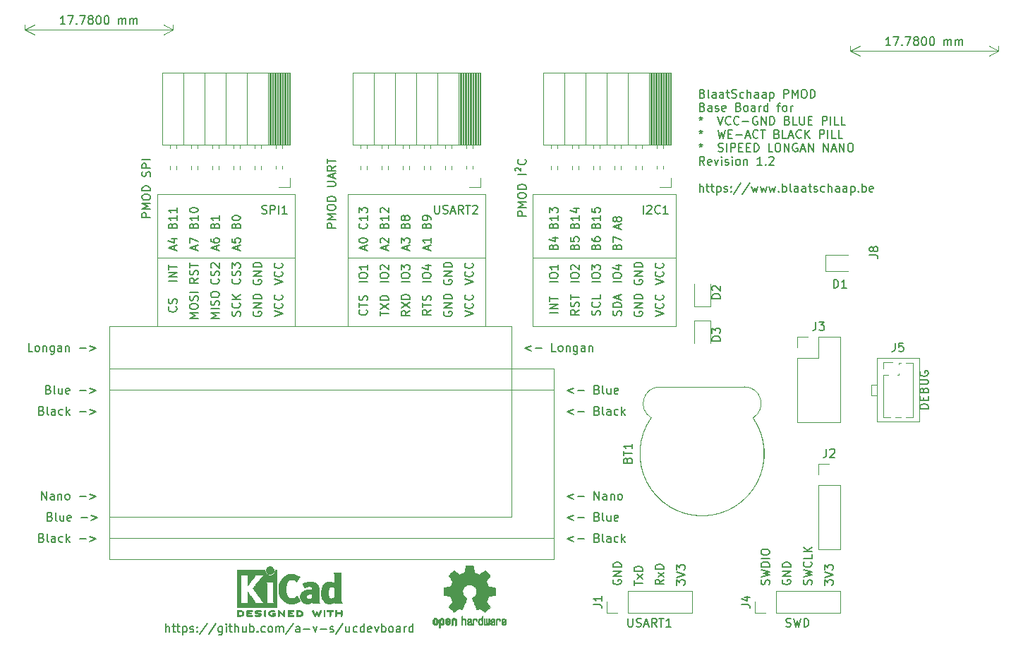
<source format=gbr>
%TF.GenerationSoftware,KiCad,Pcbnew,(6.0.1)*%
%TF.CreationDate,2022-02-05T13:32:01+01:00*%
%TF.ProjectId,ucdev_board,75636465-765f-4626-9f61-72642e6b6963,rev?*%
%TF.SameCoordinates,Original*%
%TF.FileFunction,Legend,Top*%
%TF.FilePolarity,Positive*%
%FSLAX46Y46*%
G04 Gerber Fmt 4.6, Leading zero omitted, Abs format (unit mm)*
G04 Created by KiCad (PCBNEW (6.0.1)) date 2022-02-05 13:32:01*
%MOMM*%
%LPD*%
G01*
G04 APERTURE LIST*
%ADD10C,0.120000*%
%ADD11C,0.150000*%
%ADD12C,0.010000*%
G04 APERTURE END LIST*
D10*
X155575000Y-59690000D02*
X155575000Y-52070000D01*
X160655000Y-59690000D02*
X155575000Y-59690000D01*
X69215000Y-40005000D02*
X85725000Y-40005000D01*
X85725000Y-40005000D02*
X85725000Y-48260000D01*
X85725000Y-48260000D02*
X69215000Y-48260000D01*
X69215000Y-48260000D02*
X69215000Y-40005000D01*
X155575000Y-55245000D02*
X154940000Y-55245000D01*
X92075000Y-40005000D02*
X108585000Y-40005000D01*
X108585000Y-40005000D02*
X108585000Y-48260000D01*
X108585000Y-48260000D02*
X92075000Y-48260000D01*
X92075000Y-48260000D02*
X92075000Y-40005000D01*
X92075000Y-32385000D02*
X108585000Y-32385000D01*
X108585000Y-32385000D02*
X108585000Y-40005000D01*
X108585000Y-40005000D02*
X92075000Y-40005000D01*
X92075000Y-40005000D02*
X92075000Y-32385000D01*
X154940000Y-55245000D02*
X154940000Y-56515000D01*
X69215000Y-32385000D02*
X85725000Y-32385000D01*
X85725000Y-32385000D02*
X85725000Y-40005000D01*
X85725000Y-40005000D02*
X69215000Y-40005000D01*
X69215000Y-40005000D02*
X69215000Y-32385000D01*
X155575000Y-52070000D02*
X160655000Y-52070000D01*
X114300000Y-40005000D02*
X131445000Y-40005000D01*
X131445000Y-40005000D02*
X131445000Y-48260000D01*
X131445000Y-48260000D02*
X114300000Y-48260000D01*
X114300000Y-48260000D02*
X114300000Y-40005000D01*
X160655000Y-52070000D02*
X160655000Y-59690000D01*
X154940000Y-56515000D02*
X155575000Y-56515000D01*
X114300000Y-32385000D02*
X131445000Y-32385000D01*
X131445000Y-32385000D02*
X131445000Y-40005000D01*
X131445000Y-40005000D02*
X114300000Y-40005000D01*
X114300000Y-40005000D02*
X114300000Y-32385000D01*
D11*
X73826666Y-39082023D02*
X73826666Y-38605833D01*
X74112380Y-39177261D02*
X73112380Y-38843928D01*
X74112380Y-38510595D01*
X73112380Y-38272500D02*
X73112380Y-37605833D01*
X74112380Y-38034404D01*
X76366666Y-39082023D02*
X76366666Y-38605833D01*
X76652380Y-39177261D02*
X75652380Y-38843928D01*
X76652380Y-38510595D01*
X75652380Y-37748690D02*
X75652380Y-37939166D01*
X75700000Y-38034404D01*
X75747619Y-38082023D01*
X75890476Y-38177261D01*
X76080952Y-38224880D01*
X76461904Y-38224880D01*
X76557142Y-38177261D01*
X76604761Y-38129642D01*
X76652380Y-38034404D01*
X76652380Y-37843928D01*
X76604761Y-37748690D01*
X76557142Y-37701071D01*
X76461904Y-37653452D01*
X76223809Y-37653452D01*
X76128571Y-37701071D01*
X76080952Y-37748690D01*
X76033333Y-37843928D01*
X76033333Y-38034404D01*
X76080952Y-38129642D01*
X76128571Y-38177261D01*
X76223809Y-38224880D01*
X78906666Y-39082023D02*
X78906666Y-38605833D01*
X79192380Y-39177261D02*
X78192380Y-38843928D01*
X79192380Y-38510595D01*
X78192380Y-37701071D02*
X78192380Y-38177261D01*
X78668571Y-38224880D01*
X78620952Y-38177261D01*
X78573333Y-38082023D01*
X78573333Y-37843928D01*
X78620952Y-37748690D01*
X78668571Y-37701071D01*
X78763809Y-37653452D01*
X79001904Y-37653452D01*
X79097142Y-37701071D01*
X79144761Y-37748690D01*
X79192380Y-37843928D01*
X79192380Y-38082023D01*
X79144761Y-38177261D01*
X79097142Y-38224880D01*
X76128571Y-36161071D02*
X76176190Y-36018214D01*
X76223809Y-35970595D01*
X76319047Y-35922976D01*
X76461904Y-35922976D01*
X76557142Y-35970595D01*
X76604761Y-36018214D01*
X76652380Y-36113452D01*
X76652380Y-36494404D01*
X75652380Y-36494404D01*
X75652380Y-36161071D01*
X75700000Y-36065833D01*
X75747619Y-36018214D01*
X75842857Y-35970595D01*
X75938095Y-35970595D01*
X76033333Y-36018214D01*
X76080952Y-36065833D01*
X76128571Y-36161071D01*
X76128571Y-36494404D01*
X76652380Y-34970595D02*
X76652380Y-35542023D01*
X76652380Y-35256309D02*
X75652380Y-35256309D01*
X75795238Y-35351547D01*
X75890476Y-35446785D01*
X75938095Y-35542023D01*
X78668571Y-36161071D02*
X78716190Y-36018214D01*
X78763809Y-35970595D01*
X78859047Y-35922976D01*
X79001904Y-35922976D01*
X79097142Y-35970595D01*
X79144761Y-36018214D01*
X79192380Y-36113452D01*
X79192380Y-36494404D01*
X78192380Y-36494404D01*
X78192380Y-36161071D01*
X78240000Y-36065833D01*
X78287619Y-36018214D01*
X78382857Y-35970595D01*
X78478095Y-35970595D01*
X78573333Y-36018214D01*
X78620952Y-36065833D01*
X78668571Y-36161071D01*
X78668571Y-36494404D01*
X78192380Y-35303928D02*
X78192380Y-35208690D01*
X78240000Y-35113452D01*
X78287619Y-35065833D01*
X78382857Y-35018214D01*
X78573333Y-34970595D01*
X78811428Y-34970595D01*
X79001904Y-35018214D01*
X79097142Y-35065833D01*
X79144761Y-35113452D01*
X79192380Y-35208690D01*
X79192380Y-35303928D01*
X79144761Y-35399166D01*
X79097142Y-35446785D01*
X79001904Y-35494404D01*
X78811428Y-35542023D01*
X78573333Y-35542023D01*
X78382857Y-35494404D01*
X78287619Y-35446785D01*
X78240000Y-35399166D01*
X78192380Y-35303928D01*
X94337142Y-35922976D02*
X94384761Y-35970595D01*
X94432380Y-36113452D01*
X94432380Y-36208690D01*
X94384761Y-36351547D01*
X94289523Y-36446785D01*
X94194285Y-36494404D01*
X94003809Y-36542023D01*
X93860952Y-36542023D01*
X93670476Y-36494404D01*
X93575238Y-36446785D01*
X93480000Y-36351547D01*
X93432380Y-36208690D01*
X93432380Y-36113452D01*
X93480000Y-35970595D01*
X93527619Y-35922976D01*
X94432380Y-34970595D02*
X94432380Y-35542023D01*
X94432380Y-35256309D02*
X93432380Y-35256309D01*
X93575238Y-35351547D01*
X93670476Y-35446785D01*
X93718095Y-35542023D01*
X93432380Y-34637261D02*
X93432380Y-34018214D01*
X93813333Y-34351547D01*
X93813333Y-34208690D01*
X93860952Y-34113452D01*
X93908571Y-34065833D01*
X94003809Y-34018214D01*
X94241904Y-34018214D01*
X94337142Y-34065833D01*
X94384761Y-34113452D01*
X94432380Y-34208690D01*
X94432380Y-34494404D01*
X94384761Y-34589642D01*
X94337142Y-34637261D01*
X94146666Y-39082023D02*
X94146666Y-38605833D01*
X94432380Y-39177261D02*
X93432380Y-38843928D01*
X94432380Y-38510595D01*
X93432380Y-37986785D02*
X93432380Y-37891547D01*
X93480000Y-37796309D01*
X93527619Y-37748690D01*
X93622857Y-37701071D01*
X93813333Y-37653452D01*
X94051428Y-37653452D01*
X94241904Y-37701071D01*
X94337142Y-37748690D01*
X94384761Y-37796309D01*
X94432380Y-37891547D01*
X94432380Y-37986785D01*
X94384761Y-38082023D01*
X94337142Y-38129642D01*
X94241904Y-38177261D01*
X94051428Y-38224880D01*
X93813333Y-38224880D01*
X93622857Y-38177261D01*
X93527619Y-38129642D01*
X93480000Y-38082023D01*
X93432380Y-37986785D01*
X96686666Y-39082023D02*
X96686666Y-38605833D01*
X96972380Y-39177261D02*
X95972380Y-38843928D01*
X96972380Y-38510595D01*
X96067619Y-38224880D02*
X96020000Y-38177261D01*
X95972380Y-38082023D01*
X95972380Y-37843928D01*
X96020000Y-37748690D01*
X96067619Y-37701071D01*
X96162857Y-37653452D01*
X96258095Y-37653452D01*
X96400952Y-37701071D01*
X96972380Y-38272500D01*
X96972380Y-37653452D01*
X96448571Y-36161071D02*
X96496190Y-36018214D01*
X96543809Y-35970595D01*
X96639047Y-35922976D01*
X96781904Y-35922976D01*
X96877142Y-35970595D01*
X96924761Y-36018214D01*
X96972380Y-36113452D01*
X96972380Y-36494404D01*
X95972380Y-36494404D01*
X95972380Y-36161071D01*
X96020000Y-36065833D01*
X96067619Y-36018214D01*
X96162857Y-35970595D01*
X96258095Y-35970595D01*
X96353333Y-36018214D01*
X96400952Y-36065833D01*
X96448571Y-36161071D01*
X96448571Y-36494404D01*
X96972380Y-34970595D02*
X96972380Y-35542023D01*
X96972380Y-35256309D02*
X95972380Y-35256309D01*
X96115238Y-35351547D01*
X96210476Y-35446785D01*
X96258095Y-35542023D01*
X96067619Y-34589642D02*
X96020000Y-34542023D01*
X95972380Y-34446785D01*
X95972380Y-34208690D01*
X96020000Y-34113452D01*
X96067619Y-34065833D01*
X96162857Y-34018214D01*
X96258095Y-34018214D01*
X96400952Y-34065833D01*
X96972380Y-34637261D01*
X96972380Y-34018214D01*
X98988571Y-36161071D02*
X99036190Y-36018214D01*
X99083809Y-35970595D01*
X99179047Y-35922976D01*
X99321904Y-35922976D01*
X99417142Y-35970595D01*
X99464761Y-36018214D01*
X99512380Y-36113452D01*
X99512380Y-36494404D01*
X98512380Y-36494404D01*
X98512380Y-36161071D01*
X98560000Y-36065833D01*
X98607619Y-36018214D01*
X98702857Y-35970595D01*
X98798095Y-35970595D01*
X98893333Y-36018214D01*
X98940952Y-36065833D01*
X98988571Y-36161071D01*
X98988571Y-36494404D01*
X98940952Y-35351547D02*
X98893333Y-35446785D01*
X98845714Y-35494404D01*
X98750476Y-35542023D01*
X98702857Y-35542023D01*
X98607619Y-35494404D01*
X98560000Y-35446785D01*
X98512380Y-35351547D01*
X98512380Y-35161071D01*
X98560000Y-35065833D01*
X98607619Y-35018214D01*
X98702857Y-34970595D01*
X98750476Y-34970595D01*
X98845714Y-35018214D01*
X98893333Y-35065833D01*
X98940952Y-35161071D01*
X98940952Y-35351547D01*
X98988571Y-35446785D01*
X99036190Y-35494404D01*
X99131428Y-35542023D01*
X99321904Y-35542023D01*
X99417142Y-35494404D01*
X99464761Y-35446785D01*
X99512380Y-35351547D01*
X99512380Y-35161071D01*
X99464761Y-35065833D01*
X99417142Y-35018214D01*
X99321904Y-34970595D01*
X99131428Y-34970595D01*
X99036190Y-35018214D01*
X98988571Y-35065833D01*
X98940952Y-35161071D01*
X99226666Y-39082023D02*
X99226666Y-38605833D01*
X99512380Y-39177261D02*
X98512380Y-38843928D01*
X99512380Y-38510595D01*
X98512380Y-38272500D02*
X98512380Y-37653452D01*
X98893333Y-37986785D01*
X98893333Y-37843928D01*
X98940952Y-37748690D01*
X98988571Y-37701071D01*
X99083809Y-37653452D01*
X99321904Y-37653452D01*
X99417142Y-37701071D01*
X99464761Y-37748690D01*
X99512380Y-37843928D01*
X99512380Y-38129642D01*
X99464761Y-38224880D01*
X99417142Y-38272500D01*
X101766666Y-39082023D02*
X101766666Y-38605833D01*
X102052380Y-39177261D02*
X101052380Y-38843928D01*
X102052380Y-38510595D01*
X102052380Y-37653452D02*
X102052380Y-38224880D01*
X102052380Y-37939166D02*
X101052380Y-37939166D01*
X101195238Y-38034404D01*
X101290476Y-38129642D01*
X101338095Y-38224880D01*
X101528571Y-36161071D02*
X101576190Y-36018214D01*
X101623809Y-35970595D01*
X101719047Y-35922976D01*
X101861904Y-35922976D01*
X101957142Y-35970595D01*
X102004761Y-36018214D01*
X102052380Y-36113452D01*
X102052380Y-36494404D01*
X101052380Y-36494404D01*
X101052380Y-36161071D01*
X101100000Y-36065833D01*
X101147619Y-36018214D01*
X101242857Y-35970595D01*
X101338095Y-35970595D01*
X101433333Y-36018214D01*
X101480952Y-36065833D01*
X101528571Y-36161071D01*
X101528571Y-36494404D01*
X102052380Y-35446785D02*
X102052380Y-35256309D01*
X102004761Y-35161071D01*
X101957142Y-35113452D01*
X101814285Y-35018214D01*
X101623809Y-34970595D01*
X101242857Y-34970595D01*
X101147619Y-35018214D01*
X101100000Y-35065833D01*
X101052380Y-35161071D01*
X101052380Y-35351547D01*
X101100000Y-35446785D01*
X101147619Y-35494404D01*
X101242857Y-35542023D01*
X101480952Y-35542023D01*
X101576190Y-35494404D01*
X101623809Y-35446785D01*
X101671428Y-35351547D01*
X101671428Y-35161071D01*
X101623809Y-35065833D01*
X101576190Y-35018214D01*
X101480952Y-34970595D01*
X124388571Y-38701071D02*
X124436190Y-38558214D01*
X124483809Y-38510595D01*
X124579047Y-38462976D01*
X124721904Y-38462976D01*
X124817142Y-38510595D01*
X124864761Y-38558214D01*
X124912380Y-38653452D01*
X124912380Y-39034404D01*
X123912380Y-39034404D01*
X123912380Y-38701071D01*
X123960000Y-38605833D01*
X124007619Y-38558214D01*
X124102857Y-38510595D01*
X124198095Y-38510595D01*
X124293333Y-38558214D01*
X124340952Y-38605833D01*
X124388571Y-38701071D01*
X124388571Y-39034404D01*
X123912380Y-38129642D02*
X123912380Y-37462976D01*
X124912380Y-37891547D01*
X121848571Y-38701071D02*
X121896190Y-38558214D01*
X121943809Y-38510595D01*
X122039047Y-38462976D01*
X122181904Y-38462976D01*
X122277142Y-38510595D01*
X122324761Y-38558214D01*
X122372380Y-38653452D01*
X122372380Y-39034404D01*
X121372380Y-39034404D01*
X121372380Y-38701071D01*
X121420000Y-38605833D01*
X121467619Y-38558214D01*
X121562857Y-38510595D01*
X121658095Y-38510595D01*
X121753333Y-38558214D01*
X121800952Y-38605833D01*
X121848571Y-38701071D01*
X121848571Y-39034404D01*
X121372380Y-37605833D02*
X121372380Y-37796309D01*
X121420000Y-37891547D01*
X121467619Y-37939166D01*
X121610476Y-38034404D01*
X121800952Y-38082023D01*
X122181904Y-38082023D01*
X122277142Y-38034404D01*
X122324761Y-37986785D01*
X122372380Y-37891547D01*
X122372380Y-37701071D01*
X122324761Y-37605833D01*
X122277142Y-37558214D01*
X122181904Y-37510595D01*
X121943809Y-37510595D01*
X121848571Y-37558214D01*
X121800952Y-37605833D01*
X121753333Y-37701071D01*
X121753333Y-37891547D01*
X121800952Y-37986785D01*
X121848571Y-38034404D01*
X121943809Y-38082023D01*
X119308571Y-36161071D02*
X119356190Y-36018214D01*
X119403809Y-35970595D01*
X119499047Y-35922976D01*
X119641904Y-35922976D01*
X119737142Y-35970595D01*
X119784761Y-36018214D01*
X119832380Y-36113452D01*
X119832380Y-36494404D01*
X118832380Y-36494404D01*
X118832380Y-36161071D01*
X118880000Y-36065833D01*
X118927619Y-36018214D01*
X119022857Y-35970595D01*
X119118095Y-35970595D01*
X119213333Y-36018214D01*
X119260952Y-36065833D01*
X119308571Y-36161071D01*
X119308571Y-36494404D01*
X119832380Y-34970595D02*
X119832380Y-35542023D01*
X119832380Y-35256309D02*
X118832380Y-35256309D01*
X118975238Y-35351547D01*
X119070476Y-35446785D01*
X119118095Y-35542023D01*
X119165714Y-34113452D02*
X119832380Y-34113452D01*
X118784761Y-34351547D02*
X119499047Y-34589642D01*
X119499047Y-33970595D01*
X124626666Y-36542023D02*
X124626666Y-36065833D01*
X124912380Y-36637261D02*
X123912380Y-36303928D01*
X124912380Y-35970595D01*
X124340952Y-35494404D02*
X124293333Y-35589642D01*
X124245714Y-35637261D01*
X124150476Y-35684880D01*
X124102857Y-35684880D01*
X124007619Y-35637261D01*
X123960000Y-35589642D01*
X123912380Y-35494404D01*
X123912380Y-35303928D01*
X123960000Y-35208690D01*
X124007619Y-35161071D01*
X124102857Y-35113452D01*
X124150476Y-35113452D01*
X124245714Y-35161071D01*
X124293333Y-35208690D01*
X124340952Y-35303928D01*
X124340952Y-35494404D01*
X124388571Y-35589642D01*
X124436190Y-35637261D01*
X124531428Y-35684880D01*
X124721904Y-35684880D01*
X124817142Y-35637261D01*
X124864761Y-35589642D01*
X124912380Y-35494404D01*
X124912380Y-35303928D01*
X124864761Y-35208690D01*
X124817142Y-35161071D01*
X124721904Y-35113452D01*
X124531428Y-35113452D01*
X124436190Y-35161071D01*
X124388571Y-35208690D01*
X124340952Y-35303928D01*
X119308571Y-38701071D02*
X119356190Y-38558214D01*
X119403809Y-38510595D01*
X119499047Y-38462976D01*
X119641904Y-38462976D01*
X119737142Y-38510595D01*
X119784761Y-38558214D01*
X119832380Y-38653452D01*
X119832380Y-39034404D01*
X118832380Y-39034404D01*
X118832380Y-38701071D01*
X118880000Y-38605833D01*
X118927619Y-38558214D01*
X119022857Y-38510595D01*
X119118095Y-38510595D01*
X119213333Y-38558214D01*
X119260952Y-38605833D01*
X119308571Y-38701071D01*
X119308571Y-39034404D01*
X118832380Y-37558214D02*
X118832380Y-38034404D01*
X119308571Y-38082023D01*
X119260952Y-38034404D01*
X119213333Y-37939166D01*
X119213333Y-37701071D01*
X119260952Y-37605833D01*
X119308571Y-37558214D01*
X119403809Y-37510595D01*
X119641904Y-37510595D01*
X119737142Y-37558214D01*
X119784761Y-37605833D01*
X119832380Y-37701071D01*
X119832380Y-37939166D01*
X119784761Y-38034404D01*
X119737142Y-38082023D01*
X121848571Y-36161071D02*
X121896190Y-36018214D01*
X121943809Y-35970595D01*
X122039047Y-35922976D01*
X122181904Y-35922976D01*
X122277142Y-35970595D01*
X122324761Y-36018214D01*
X122372380Y-36113452D01*
X122372380Y-36494404D01*
X121372380Y-36494404D01*
X121372380Y-36161071D01*
X121420000Y-36065833D01*
X121467619Y-36018214D01*
X121562857Y-35970595D01*
X121658095Y-35970595D01*
X121753333Y-36018214D01*
X121800952Y-36065833D01*
X121848571Y-36161071D01*
X121848571Y-36494404D01*
X122372380Y-34970595D02*
X122372380Y-35542023D01*
X122372380Y-35256309D02*
X121372380Y-35256309D01*
X121515238Y-35351547D01*
X121610476Y-35446785D01*
X121658095Y-35542023D01*
X121372380Y-34065833D02*
X121372380Y-34542023D01*
X121848571Y-34589642D01*
X121800952Y-34542023D01*
X121753333Y-34446785D01*
X121753333Y-34208690D01*
X121800952Y-34113452D01*
X121848571Y-34065833D01*
X121943809Y-34018214D01*
X122181904Y-34018214D01*
X122277142Y-34065833D01*
X122324761Y-34113452D01*
X122372380Y-34208690D01*
X122372380Y-34446785D01*
X122324761Y-34542023D01*
X122277142Y-34589642D01*
X116768571Y-38701071D02*
X116816190Y-38558214D01*
X116863809Y-38510595D01*
X116959047Y-38462976D01*
X117101904Y-38462976D01*
X117197142Y-38510595D01*
X117244761Y-38558214D01*
X117292380Y-38653452D01*
X117292380Y-39034404D01*
X116292380Y-39034404D01*
X116292380Y-38701071D01*
X116340000Y-38605833D01*
X116387619Y-38558214D01*
X116482857Y-38510595D01*
X116578095Y-38510595D01*
X116673333Y-38558214D01*
X116720952Y-38605833D01*
X116768571Y-38701071D01*
X116768571Y-39034404D01*
X116625714Y-37605833D02*
X117292380Y-37605833D01*
X116244761Y-37843928D02*
X116959047Y-38082023D01*
X116959047Y-37462976D01*
X116768571Y-36161071D02*
X116816190Y-36018214D01*
X116863809Y-35970595D01*
X116959047Y-35922976D01*
X117101904Y-35922976D01*
X117197142Y-35970595D01*
X117244761Y-36018214D01*
X117292380Y-36113452D01*
X117292380Y-36494404D01*
X116292380Y-36494404D01*
X116292380Y-36161071D01*
X116340000Y-36065833D01*
X116387619Y-36018214D01*
X116482857Y-35970595D01*
X116578095Y-35970595D01*
X116673333Y-36018214D01*
X116720952Y-36065833D01*
X116768571Y-36161071D01*
X116768571Y-36494404D01*
X117292380Y-34970595D02*
X117292380Y-35542023D01*
X117292380Y-35256309D02*
X116292380Y-35256309D01*
X116435238Y-35351547D01*
X116530476Y-35446785D01*
X116578095Y-35542023D01*
X116292380Y-34637261D02*
X116292380Y-34018214D01*
X116673333Y-34351547D01*
X116673333Y-34208690D01*
X116720952Y-34113452D01*
X116768571Y-34065833D01*
X116863809Y-34018214D01*
X117101904Y-34018214D01*
X117197142Y-34065833D01*
X117244761Y-34113452D01*
X117292380Y-34208690D01*
X117292380Y-34494404D01*
X117244761Y-34589642D01*
X117197142Y-34637261D01*
X90622380Y-36418452D02*
X89622380Y-36418452D01*
X89622380Y-36037500D01*
X89670000Y-35942261D01*
X89717619Y-35894642D01*
X89812857Y-35847023D01*
X89955714Y-35847023D01*
X90050952Y-35894642D01*
X90098571Y-35942261D01*
X90146190Y-36037500D01*
X90146190Y-36418452D01*
X90622380Y-35418452D02*
X89622380Y-35418452D01*
X90336666Y-35085119D01*
X89622380Y-34751785D01*
X90622380Y-34751785D01*
X89622380Y-34085119D02*
X89622380Y-33894642D01*
X89670000Y-33799404D01*
X89765238Y-33704166D01*
X89955714Y-33656547D01*
X90289047Y-33656547D01*
X90479523Y-33704166D01*
X90574761Y-33799404D01*
X90622380Y-33894642D01*
X90622380Y-34085119D01*
X90574761Y-34180357D01*
X90479523Y-34275595D01*
X90289047Y-34323214D01*
X89955714Y-34323214D01*
X89765238Y-34275595D01*
X89670000Y-34180357D01*
X89622380Y-34085119D01*
X90622380Y-33227976D02*
X89622380Y-33227976D01*
X89622380Y-32989880D01*
X89670000Y-32847023D01*
X89765238Y-32751785D01*
X89860476Y-32704166D01*
X90050952Y-32656547D01*
X90193809Y-32656547D01*
X90384285Y-32704166D01*
X90479523Y-32751785D01*
X90574761Y-32847023D01*
X90622380Y-32989880D01*
X90622380Y-33227976D01*
X89622380Y-31466071D02*
X90431904Y-31466071D01*
X90527142Y-31418452D01*
X90574761Y-31370833D01*
X90622380Y-31275595D01*
X90622380Y-31085119D01*
X90574761Y-30989880D01*
X90527142Y-30942261D01*
X90431904Y-30894642D01*
X89622380Y-30894642D01*
X90336666Y-30466071D02*
X90336666Y-29989880D01*
X90622380Y-30561309D02*
X89622380Y-30227976D01*
X90622380Y-29894642D01*
X90622380Y-28989880D02*
X90146190Y-29323214D01*
X90622380Y-29561309D02*
X89622380Y-29561309D01*
X89622380Y-29180357D01*
X89670000Y-29085119D01*
X89717619Y-29037500D01*
X89812857Y-28989880D01*
X89955714Y-28989880D01*
X90050952Y-29037500D01*
X90098571Y-29085119D01*
X90146190Y-29180357D01*
X90146190Y-29561309D01*
X89622380Y-28704166D02*
X89622380Y-28132738D01*
X90622380Y-28418452D02*
X89622380Y-28418452D01*
X113482380Y-34989880D02*
X112482380Y-34989880D01*
X112482380Y-34608928D01*
X112530000Y-34513690D01*
X112577619Y-34466071D01*
X112672857Y-34418452D01*
X112815714Y-34418452D01*
X112910952Y-34466071D01*
X112958571Y-34513690D01*
X113006190Y-34608928D01*
X113006190Y-34989880D01*
X113482380Y-33989880D02*
X112482380Y-33989880D01*
X113196666Y-33656547D01*
X112482380Y-33323214D01*
X113482380Y-33323214D01*
X112482380Y-32656547D02*
X112482380Y-32466071D01*
X112530000Y-32370833D01*
X112625238Y-32275595D01*
X112815714Y-32227976D01*
X113149047Y-32227976D01*
X113339523Y-32275595D01*
X113434761Y-32370833D01*
X113482380Y-32466071D01*
X113482380Y-32656547D01*
X113434761Y-32751785D01*
X113339523Y-32847023D01*
X113149047Y-32894642D01*
X112815714Y-32894642D01*
X112625238Y-32847023D01*
X112530000Y-32751785D01*
X112482380Y-32656547D01*
X113482380Y-31799404D02*
X112482380Y-31799404D01*
X112482380Y-31561309D01*
X112530000Y-31418452D01*
X112625238Y-31323214D01*
X112720476Y-31275595D01*
X112910952Y-31227976D01*
X113053809Y-31227976D01*
X113244285Y-31275595D01*
X113339523Y-31323214D01*
X113434761Y-31418452D01*
X113482380Y-31561309D01*
X113482380Y-31799404D01*
X113482380Y-30037500D02*
X112482380Y-30037500D01*
X112244285Y-29608928D02*
X112196666Y-29513690D01*
X112196666Y-29370833D01*
X112244285Y-29275595D01*
X112339523Y-29227976D01*
X112434761Y-29227976D01*
X112530000Y-29275595D01*
X112863333Y-29608928D01*
X112863333Y-29227976D01*
X113387142Y-28227976D02*
X113434761Y-28275595D01*
X113482380Y-28418452D01*
X113482380Y-28513690D01*
X113434761Y-28656547D01*
X113339523Y-28751785D01*
X113244285Y-28799404D01*
X113053809Y-28847023D01*
X112910952Y-28847023D01*
X112720476Y-28799404D01*
X112625238Y-28751785D01*
X112530000Y-28656547D01*
X112482380Y-28513690D01*
X112482380Y-28418452D01*
X112530000Y-28275595D01*
X112577619Y-28227976D01*
X71572380Y-42814761D02*
X70572380Y-42814761D01*
X71572380Y-42338571D02*
X70572380Y-42338571D01*
X71572380Y-41767142D01*
X70572380Y-41767142D01*
X70572380Y-41433809D02*
X70572380Y-40862380D01*
X71572380Y-41148095D02*
X70572380Y-41148095D01*
X122372380Y-42910000D02*
X121372380Y-42910000D01*
X121372380Y-42243333D02*
X121372380Y-42052857D01*
X121420000Y-41957619D01*
X121515238Y-41862380D01*
X121705714Y-41814761D01*
X122039047Y-41814761D01*
X122229523Y-41862380D01*
X122324761Y-41957619D01*
X122372380Y-42052857D01*
X122372380Y-42243333D01*
X122324761Y-42338571D01*
X122229523Y-42433809D01*
X122039047Y-42481428D01*
X121705714Y-42481428D01*
X121515238Y-42433809D01*
X121420000Y-42338571D01*
X121372380Y-42243333D01*
X121372380Y-41481428D02*
X121372380Y-40862380D01*
X121753333Y-41195714D01*
X121753333Y-41052857D01*
X121800952Y-40957619D01*
X121848571Y-40910000D01*
X121943809Y-40862380D01*
X122181904Y-40862380D01*
X122277142Y-40910000D01*
X122324761Y-40957619D01*
X122372380Y-41052857D01*
X122372380Y-41338571D01*
X122324761Y-41433809D01*
X122277142Y-41481428D01*
X131532380Y-79261642D02*
X131532380Y-78642595D01*
X131913333Y-78975928D01*
X131913333Y-78833071D01*
X131960952Y-78737833D01*
X132008571Y-78690214D01*
X132103809Y-78642595D01*
X132341904Y-78642595D01*
X132437142Y-78690214D01*
X132484761Y-78737833D01*
X132532380Y-78833071D01*
X132532380Y-79118785D01*
X132484761Y-79214023D01*
X132437142Y-79261642D01*
X131532380Y-78356880D02*
X132532380Y-78023547D01*
X131532380Y-77690214D01*
X131532380Y-77452119D02*
X131532380Y-76833071D01*
X131913333Y-77166404D01*
X131913333Y-77023547D01*
X131960952Y-76928309D01*
X132008571Y-76880690D01*
X132103809Y-76833071D01*
X132341904Y-76833071D01*
X132437142Y-76880690D01*
X132484761Y-76928309D01*
X132532380Y-77023547D01*
X132532380Y-77309261D01*
X132484761Y-77404500D01*
X132437142Y-77452119D01*
X102519166Y-33742380D02*
X102519166Y-34551904D01*
X102566785Y-34647142D01*
X102614404Y-34694761D01*
X102709642Y-34742380D01*
X102900119Y-34742380D01*
X102995357Y-34694761D01*
X103042976Y-34647142D01*
X103090595Y-34551904D01*
X103090595Y-33742380D01*
X103519166Y-34694761D02*
X103662023Y-34742380D01*
X103900119Y-34742380D01*
X103995357Y-34694761D01*
X104042976Y-34647142D01*
X104090595Y-34551904D01*
X104090595Y-34456666D01*
X104042976Y-34361428D01*
X103995357Y-34313809D01*
X103900119Y-34266190D01*
X103709642Y-34218571D01*
X103614404Y-34170952D01*
X103566785Y-34123333D01*
X103519166Y-34028095D01*
X103519166Y-33932857D01*
X103566785Y-33837619D01*
X103614404Y-33790000D01*
X103709642Y-33742380D01*
X103947738Y-33742380D01*
X104090595Y-33790000D01*
X104471547Y-34456666D02*
X104947738Y-34456666D01*
X104376309Y-34742380D02*
X104709642Y-33742380D01*
X105042976Y-34742380D01*
X105947738Y-34742380D02*
X105614404Y-34266190D01*
X105376309Y-34742380D02*
X105376309Y-33742380D01*
X105757261Y-33742380D01*
X105852500Y-33790000D01*
X105900119Y-33837619D01*
X105947738Y-33932857D01*
X105947738Y-34075714D01*
X105900119Y-34170952D01*
X105852500Y-34218571D01*
X105757261Y-34266190D01*
X105376309Y-34266190D01*
X106233452Y-33742380D02*
X106804880Y-33742380D01*
X106519166Y-34742380D02*
X106519166Y-33742380D01*
X107090595Y-33837619D02*
X107138214Y-33790000D01*
X107233452Y-33742380D01*
X107471547Y-33742380D01*
X107566785Y-33790000D01*
X107614404Y-33837619D01*
X107662023Y-33932857D01*
X107662023Y-34028095D01*
X107614404Y-34170952D01*
X107042976Y-34742380D01*
X107662023Y-34742380D01*
X71477142Y-45886666D02*
X71524761Y-45934285D01*
X71572380Y-46077142D01*
X71572380Y-46172380D01*
X71524761Y-46315238D01*
X71429523Y-46410476D01*
X71334285Y-46458095D01*
X71143809Y-46505714D01*
X71000952Y-46505714D01*
X70810476Y-46458095D01*
X70715238Y-46410476D01*
X70620000Y-46315238D01*
X70572380Y-46172380D01*
X70572380Y-46077142D01*
X70620000Y-45934285D01*
X70667619Y-45886666D01*
X71524761Y-45505714D02*
X71572380Y-45362857D01*
X71572380Y-45124761D01*
X71524761Y-45029523D01*
X71477142Y-44981904D01*
X71381904Y-44934285D01*
X71286666Y-44934285D01*
X71191428Y-44981904D01*
X71143809Y-45029523D01*
X71096190Y-45124761D01*
X71048571Y-45315238D01*
X71000952Y-45410476D01*
X70953333Y-45458095D01*
X70858095Y-45505714D01*
X70762857Y-45505714D01*
X70667619Y-45458095D01*
X70620000Y-45410476D01*
X70572380Y-45315238D01*
X70572380Y-45077142D01*
X70620000Y-44934285D01*
X106132380Y-47053333D02*
X107132380Y-46720000D01*
X106132380Y-46386666D01*
X107037142Y-45481904D02*
X107084761Y-45529523D01*
X107132380Y-45672380D01*
X107132380Y-45767619D01*
X107084761Y-45910476D01*
X106989523Y-46005714D01*
X106894285Y-46053333D01*
X106703809Y-46100952D01*
X106560952Y-46100952D01*
X106370476Y-46053333D01*
X106275238Y-46005714D01*
X106180000Y-45910476D01*
X106132380Y-45767619D01*
X106132380Y-45672380D01*
X106180000Y-45529523D01*
X106227619Y-45481904D01*
X107037142Y-44481904D02*
X107084761Y-44529523D01*
X107132380Y-44672380D01*
X107132380Y-44767619D01*
X107084761Y-44910476D01*
X106989523Y-45005714D01*
X106894285Y-45053333D01*
X106703809Y-45100952D01*
X106560952Y-45100952D01*
X106370476Y-45053333D01*
X106275238Y-45005714D01*
X106180000Y-44910476D01*
X106132380Y-44767619D01*
X106132380Y-44672380D01*
X106180000Y-44529523D01*
X106227619Y-44481904D01*
X74112380Y-42457619D02*
X73636190Y-42790952D01*
X74112380Y-43029047D02*
X73112380Y-43029047D01*
X73112380Y-42648095D01*
X73160000Y-42552857D01*
X73207619Y-42505238D01*
X73302857Y-42457619D01*
X73445714Y-42457619D01*
X73540952Y-42505238D01*
X73588571Y-42552857D01*
X73636190Y-42648095D01*
X73636190Y-43029047D01*
X74064761Y-42076666D02*
X74112380Y-41933809D01*
X74112380Y-41695714D01*
X74064761Y-41600476D01*
X74017142Y-41552857D01*
X73921904Y-41505238D01*
X73826666Y-41505238D01*
X73731428Y-41552857D01*
X73683809Y-41600476D01*
X73636190Y-41695714D01*
X73588571Y-41886190D01*
X73540952Y-41981428D01*
X73493333Y-42029047D01*
X73398095Y-42076666D01*
X73302857Y-42076666D01*
X73207619Y-42029047D01*
X73160000Y-41981428D01*
X73112380Y-41886190D01*
X73112380Y-41648095D01*
X73160000Y-41505238D01*
X73112380Y-41219523D02*
X73112380Y-40648095D01*
X74112380Y-40933809D02*
X73112380Y-40933809D01*
X117292380Y-42910000D02*
X116292380Y-42910000D01*
X116292380Y-42243333D02*
X116292380Y-42052857D01*
X116340000Y-41957619D01*
X116435238Y-41862380D01*
X116625714Y-41814761D01*
X116959047Y-41814761D01*
X117149523Y-41862380D01*
X117244761Y-41957619D01*
X117292380Y-42052857D01*
X117292380Y-42243333D01*
X117244761Y-42338571D01*
X117149523Y-42433809D01*
X116959047Y-42481428D01*
X116625714Y-42481428D01*
X116435238Y-42433809D01*
X116340000Y-42338571D01*
X116292380Y-42243333D01*
X117292380Y-40862380D02*
X117292380Y-41433809D01*
X117292380Y-41148095D02*
X116292380Y-41148095D01*
X116435238Y-41243333D01*
X116530476Y-41338571D01*
X116578095Y-41433809D01*
X119207500Y-70905714D02*
X118445595Y-71191428D01*
X119207500Y-71477142D01*
X119683690Y-71191428D02*
X120445595Y-71191428D01*
X122017023Y-71048571D02*
X122159880Y-71096190D01*
X122207500Y-71143809D01*
X122255119Y-71239047D01*
X122255119Y-71381904D01*
X122207500Y-71477142D01*
X122159880Y-71524761D01*
X122064642Y-71572380D01*
X121683690Y-71572380D01*
X121683690Y-70572380D01*
X122017023Y-70572380D01*
X122112261Y-70620000D01*
X122159880Y-70667619D01*
X122207500Y-70762857D01*
X122207500Y-70858095D01*
X122159880Y-70953333D01*
X122112261Y-71000952D01*
X122017023Y-71048571D01*
X121683690Y-71048571D01*
X122826547Y-71572380D02*
X122731309Y-71524761D01*
X122683690Y-71429523D01*
X122683690Y-70572380D01*
X123636071Y-70905714D02*
X123636071Y-71572380D01*
X123207500Y-70905714D02*
X123207500Y-71429523D01*
X123255119Y-71524761D01*
X123350357Y-71572380D01*
X123493214Y-71572380D01*
X123588452Y-71524761D01*
X123636071Y-71477142D01*
X124493214Y-71524761D02*
X124397976Y-71572380D01*
X124207500Y-71572380D01*
X124112261Y-71524761D01*
X124064642Y-71429523D01*
X124064642Y-71048571D01*
X124112261Y-70953333D01*
X124207500Y-70905714D01*
X124397976Y-70905714D01*
X124493214Y-70953333D01*
X124540833Y-71048571D01*
X124540833Y-71143809D01*
X124064642Y-71239047D01*
X126500000Y-42671904D02*
X126452380Y-42767142D01*
X126452380Y-42910000D01*
X126500000Y-43052857D01*
X126595238Y-43148095D01*
X126690476Y-43195714D01*
X126880952Y-43243333D01*
X127023809Y-43243333D01*
X127214285Y-43195714D01*
X127309523Y-43148095D01*
X127404761Y-43052857D01*
X127452380Y-42910000D01*
X127452380Y-42814761D01*
X127404761Y-42671904D01*
X127357142Y-42624285D01*
X127023809Y-42624285D01*
X127023809Y-42814761D01*
X127452380Y-42195714D02*
X126452380Y-42195714D01*
X127452380Y-41624285D01*
X126452380Y-41624285D01*
X127452380Y-41148095D02*
X126452380Y-41148095D01*
X126452380Y-40910000D01*
X126500000Y-40767142D01*
X126595238Y-40671904D01*
X126690476Y-40624285D01*
X126880952Y-40576666D01*
X127023809Y-40576666D01*
X127214285Y-40624285D01*
X127309523Y-40671904D01*
X127404761Y-40767142D01*
X127452380Y-40910000D01*
X127452380Y-41148095D01*
X54275357Y-51252380D02*
X53799166Y-51252380D01*
X53799166Y-50252380D01*
X54751547Y-51252380D02*
X54656309Y-51204761D01*
X54608690Y-51157142D01*
X54561071Y-51061904D01*
X54561071Y-50776190D01*
X54608690Y-50680952D01*
X54656309Y-50633333D01*
X54751547Y-50585714D01*
X54894404Y-50585714D01*
X54989642Y-50633333D01*
X55037261Y-50680952D01*
X55084880Y-50776190D01*
X55084880Y-51061904D01*
X55037261Y-51157142D01*
X54989642Y-51204761D01*
X54894404Y-51252380D01*
X54751547Y-51252380D01*
X55513452Y-50585714D02*
X55513452Y-51252380D01*
X55513452Y-50680952D02*
X55561071Y-50633333D01*
X55656309Y-50585714D01*
X55799166Y-50585714D01*
X55894404Y-50633333D01*
X55942023Y-50728571D01*
X55942023Y-51252380D01*
X56846785Y-50585714D02*
X56846785Y-51395238D01*
X56799166Y-51490476D01*
X56751547Y-51538095D01*
X56656309Y-51585714D01*
X56513452Y-51585714D01*
X56418214Y-51538095D01*
X56846785Y-51204761D02*
X56751547Y-51252380D01*
X56561071Y-51252380D01*
X56465833Y-51204761D01*
X56418214Y-51157142D01*
X56370595Y-51061904D01*
X56370595Y-50776190D01*
X56418214Y-50680952D01*
X56465833Y-50633333D01*
X56561071Y-50585714D01*
X56751547Y-50585714D01*
X56846785Y-50633333D01*
X57751547Y-51252380D02*
X57751547Y-50728571D01*
X57703928Y-50633333D01*
X57608690Y-50585714D01*
X57418214Y-50585714D01*
X57322976Y-50633333D01*
X57751547Y-51204761D02*
X57656309Y-51252380D01*
X57418214Y-51252380D01*
X57322976Y-51204761D01*
X57275357Y-51109523D01*
X57275357Y-51014285D01*
X57322976Y-50919047D01*
X57418214Y-50871428D01*
X57656309Y-50871428D01*
X57751547Y-50823809D01*
X58227738Y-50585714D02*
X58227738Y-51252380D01*
X58227738Y-50680952D02*
X58275357Y-50633333D01*
X58370595Y-50585714D01*
X58513452Y-50585714D01*
X58608690Y-50633333D01*
X58656309Y-50728571D01*
X58656309Y-51252380D01*
X59894404Y-50871428D02*
X60656309Y-50871428D01*
X61132500Y-50585714D02*
X61894404Y-50871428D01*
X61132500Y-51157142D01*
X79097142Y-42552857D02*
X79144761Y-42600476D01*
X79192380Y-42743333D01*
X79192380Y-42838571D01*
X79144761Y-42981428D01*
X79049523Y-43076666D01*
X78954285Y-43124285D01*
X78763809Y-43171904D01*
X78620952Y-43171904D01*
X78430476Y-43124285D01*
X78335238Y-43076666D01*
X78240000Y-42981428D01*
X78192380Y-42838571D01*
X78192380Y-42743333D01*
X78240000Y-42600476D01*
X78287619Y-42552857D01*
X79144761Y-42171904D02*
X79192380Y-42029047D01*
X79192380Y-41790952D01*
X79144761Y-41695714D01*
X79097142Y-41648095D01*
X79001904Y-41600476D01*
X78906666Y-41600476D01*
X78811428Y-41648095D01*
X78763809Y-41695714D01*
X78716190Y-41790952D01*
X78668571Y-41981428D01*
X78620952Y-42076666D01*
X78573333Y-42124285D01*
X78478095Y-42171904D01*
X78382857Y-42171904D01*
X78287619Y-42124285D01*
X78240000Y-42076666D01*
X78192380Y-41981428D01*
X78192380Y-41743333D01*
X78240000Y-41600476D01*
X78192380Y-41267142D02*
X78192380Y-40648095D01*
X78573333Y-40981428D01*
X78573333Y-40838571D01*
X78620952Y-40743333D01*
X78668571Y-40695714D01*
X78763809Y-40648095D01*
X79001904Y-40648095D01*
X79097142Y-40695714D01*
X79144761Y-40743333D01*
X79192380Y-40838571D01*
X79192380Y-41124285D01*
X79144761Y-41219523D01*
X79097142Y-41267142D01*
X96972380Y-42910000D02*
X95972380Y-42910000D01*
X95972380Y-42243333D02*
X95972380Y-42052857D01*
X96020000Y-41957619D01*
X96115238Y-41862380D01*
X96305714Y-41814761D01*
X96639047Y-41814761D01*
X96829523Y-41862380D01*
X96924761Y-41957619D01*
X96972380Y-42052857D01*
X96972380Y-42243333D01*
X96924761Y-42338571D01*
X96829523Y-42433809D01*
X96639047Y-42481428D01*
X96305714Y-42481428D01*
X96115238Y-42433809D01*
X96020000Y-42338571D01*
X95972380Y-42243333D01*
X96067619Y-41433809D02*
X96020000Y-41386190D01*
X95972380Y-41290952D01*
X95972380Y-41052857D01*
X96020000Y-40957619D01*
X96067619Y-40910000D01*
X96162857Y-40862380D01*
X96258095Y-40862380D01*
X96400952Y-40910000D01*
X96972380Y-41481428D01*
X96972380Y-40862380D01*
X119832380Y-42910000D02*
X118832380Y-42910000D01*
X118832380Y-42243333D02*
X118832380Y-42052857D01*
X118880000Y-41957619D01*
X118975238Y-41862380D01*
X119165714Y-41814761D01*
X119499047Y-41814761D01*
X119689523Y-41862380D01*
X119784761Y-41957619D01*
X119832380Y-42052857D01*
X119832380Y-42243333D01*
X119784761Y-42338571D01*
X119689523Y-42433809D01*
X119499047Y-42481428D01*
X119165714Y-42481428D01*
X118975238Y-42433809D01*
X118880000Y-42338571D01*
X118832380Y-42243333D01*
X118927619Y-41433809D02*
X118880000Y-41386190D01*
X118832380Y-41290952D01*
X118832380Y-41052857D01*
X118880000Y-40957619D01*
X118927619Y-40910000D01*
X119022857Y-40862380D01*
X119118095Y-40862380D01*
X119260952Y-40910000D01*
X119832380Y-41481428D01*
X119832380Y-40862380D01*
X117292380Y-46624761D02*
X116292380Y-46624761D01*
X117292380Y-46148571D02*
X116292380Y-46148571D01*
X117292380Y-45577142D01*
X116292380Y-45577142D01*
X116292380Y-45243809D02*
X116292380Y-44672380D01*
X117292380Y-44958095D02*
X116292380Y-44958095D01*
X119207500Y-68365714D02*
X118445595Y-68651428D01*
X119207500Y-68937142D01*
X119683690Y-68651428D02*
X120445595Y-68651428D01*
X121683690Y-69032380D02*
X121683690Y-68032380D01*
X122255119Y-69032380D01*
X122255119Y-68032380D01*
X123159880Y-69032380D02*
X123159880Y-68508571D01*
X123112261Y-68413333D01*
X123017023Y-68365714D01*
X122826547Y-68365714D01*
X122731309Y-68413333D01*
X123159880Y-68984761D02*
X123064642Y-69032380D01*
X122826547Y-69032380D01*
X122731309Y-68984761D01*
X122683690Y-68889523D01*
X122683690Y-68794285D01*
X122731309Y-68699047D01*
X122826547Y-68651428D01*
X123064642Y-68651428D01*
X123159880Y-68603809D01*
X123636071Y-68365714D02*
X123636071Y-69032380D01*
X123636071Y-68460952D02*
X123683690Y-68413333D01*
X123778928Y-68365714D01*
X123921785Y-68365714D01*
X124017023Y-68413333D01*
X124064642Y-68508571D01*
X124064642Y-69032380D01*
X124683690Y-69032380D02*
X124588452Y-68984761D01*
X124540833Y-68937142D01*
X124493214Y-68841904D01*
X124493214Y-68556190D01*
X124540833Y-68460952D01*
X124588452Y-68413333D01*
X124683690Y-68365714D01*
X124826547Y-68365714D01*
X124921785Y-68413333D01*
X124969404Y-68460952D01*
X125017023Y-68556190D01*
X125017023Y-68841904D01*
X124969404Y-68937142D01*
X124921785Y-68984761D01*
X124826547Y-69032380D01*
X124683690Y-69032380D01*
X95972380Y-46981904D02*
X95972380Y-46410476D01*
X96972380Y-46696190D02*
X95972380Y-46696190D01*
X95972380Y-46172380D02*
X96972380Y-45505714D01*
X95972380Y-45505714D02*
X96972380Y-46172380D01*
X96972380Y-45124761D02*
X95972380Y-45124761D01*
X95972380Y-44886666D01*
X96020000Y-44743809D01*
X96115238Y-44648571D01*
X96210476Y-44600952D01*
X96400952Y-44553333D01*
X96543809Y-44553333D01*
X96734285Y-44600952D01*
X96829523Y-44648571D01*
X96924761Y-44743809D01*
X96972380Y-44886666D01*
X96972380Y-45124761D01*
X161742380Y-58118095D02*
X160742380Y-58118095D01*
X160742380Y-57880000D01*
X160790000Y-57737142D01*
X160885238Y-57641904D01*
X160980476Y-57594285D01*
X161170952Y-57546666D01*
X161313809Y-57546666D01*
X161504285Y-57594285D01*
X161599523Y-57641904D01*
X161694761Y-57737142D01*
X161742380Y-57880000D01*
X161742380Y-58118095D01*
X161218571Y-57118095D02*
X161218571Y-56784761D01*
X161742380Y-56641904D02*
X161742380Y-57118095D01*
X160742380Y-57118095D01*
X160742380Y-56641904D01*
X161218571Y-55880000D02*
X161266190Y-55737142D01*
X161313809Y-55689523D01*
X161409047Y-55641904D01*
X161551904Y-55641904D01*
X161647142Y-55689523D01*
X161694761Y-55737142D01*
X161742380Y-55832380D01*
X161742380Y-56213333D01*
X160742380Y-56213333D01*
X160742380Y-55880000D01*
X160790000Y-55784761D01*
X160837619Y-55737142D01*
X160932857Y-55689523D01*
X161028095Y-55689523D01*
X161123333Y-55737142D01*
X161170952Y-55784761D01*
X161218571Y-55880000D01*
X161218571Y-56213333D01*
X160742380Y-55213333D02*
X161551904Y-55213333D01*
X161647142Y-55165714D01*
X161694761Y-55118095D01*
X161742380Y-55022857D01*
X161742380Y-54832380D01*
X161694761Y-54737142D01*
X161647142Y-54689523D01*
X161551904Y-54641904D01*
X160742380Y-54641904D01*
X160790000Y-53641904D02*
X160742380Y-53737142D01*
X160742380Y-53880000D01*
X160790000Y-54022857D01*
X160885238Y-54118095D01*
X160980476Y-54165714D01*
X161170952Y-54213333D01*
X161313809Y-54213333D01*
X161504285Y-54165714D01*
X161599523Y-54118095D01*
X161694761Y-54022857D01*
X161742380Y-53880000D01*
X161742380Y-53784761D01*
X161694761Y-53641904D01*
X161647142Y-53594285D01*
X161313809Y-53594285D01*
X161313809Y-53784761D01*
X119207500Y-58205714D02*
X118445595Y-58491428D01*
X119207500Y-58777142D01*
X119683690Y-58491428D02*
X120445595Y-58491428D01*
X122017023Y-58348571D02*
X122159880Y-58396190D01*
X122207500Y-58443809D01*
X122255119Y-58539047D01*
X122255119Y-58681904D01*
X122207500Y-58777142D01*
X122159880Y-58824761D01*
X122064642Y-58872380D01*
X121683690Y-58872380D01*
X121683690Y-57872380D01*
X122017023Y-57872380D01*
X122112261Y-57920000D01*
X122159880Y-57967619D01*
X122207500Y-58062857D01*
X122207500Y-58158095D01*
X122159880Y-58253333D01*
X122112261Y-58300952D01*
X122017023Y-58348571D01*
X121683690Y-58348571D01*
X122826547Y-58872380D02*
X122731309Y-58824761D01*
X122683690Y-58729523D01*
X122683690Y-57872380D01*
X123636071Y-58872380D02*
X123636071Y-58348571D01*
X123588452Y-58253333D01*
X123493214Y-58205714D01*
X123302738Y-58205714D01*
X123207500Y-58253333D01*
X123636071Y-58824761D02*
X123540833Y-58872380D01*
X123302738Y-58872380D01*
X123207500Y-58824761D01*
X123159880Y-58729523D01*
X123159880Y-58634285D01*
X123207500Y-58539047D01*
X123302738Y-58491428D01*
X123540833Y-58491428D01*
X123636071Y-58443809D01*
X124540833Y-58824761D02*
X124445595Y-58872380D01*
X124255119Y-58872380D01*
X124159880Y-58824761D01*
X124112261Y-58777142D01*
X124064642Y-58681904D01*
X124064642Y-58396190D01*
X124112261Y-58300952D01*
X124159880Y-58253333D01*
X124255119Y-58205714D01*
X124445595Y-58205714D01*
X124540833Y-58253333D01*
X124969404Y-58872380D02*
X124969404Y-57872380D01*
X125064642Y-58491428D02*
X125350357Y-58872380D01*
X125350357Y-58205714D02*
X124969404Y-58586666D01*
X99512380Y-42910000D02*
X98512380Y-42910000D01*
X98512380Y-42243333D02*
X98512380Y-42052857D01*
X98560000Y-41957619D01*
X98655238Y-41862380D01*
X98845714Y-41814761D01*
X99179047Y-41814761D01*
X99369523Y-41862380D01*
X99464761Y-41957619D01*
X99512380Y-42052857D01*
X99512380Y-42243333D01*
X99464761Y-42338571D01*
X99369523Y-42433809D01*
X99179047Y-42481428D01*
X98845714Y-42481428D01*
X98655238Y-42433809D01*
X98560000Y-42338571D01*
X98512380Y-42243333D01*
X98512380Y-41481428D02*
X98512380Y-40862380D01*
X98893333Y-41195714D01*
X98893333Y-41052857D01*
X98940952Y-40957619D01*
X98988571Y-40910000D01*
X99083809Y-40862380D01*
X99321904Y-40862380D01*
X99417142Y-40910000D01*
X99464761Y-40957619D01*
X99512380Y-41052857D01*
X99512380Y-41338571D01*
X99464761Y-41433809D01*
X99417142Y-41481428D01*
X119207500Y-55665714D02*
X118445595Y-55951428D01*
X119207500Y-56237142D01*
X119683690Y-55951428D02*
X120445595Y-55951428D01*
X122017023Y-55808571D02*
X122159880Y-55856190D01*
X122207500Y-55903809D01*
X122255119Y-55999047D01*
X122255119Y-56141904D01*
X122207500Y-56237142D01*
X122159880Y-56284761D01*
X122064642Y-56332380D01*
X121683690Y-56332380D01*
X121683690Y-55332380D01*
X122017023Y-55332380D01*
X122112261Y-55380000D01*
X122159880Y-55427619D01*
X122207500Y-55522857D01*
X122207500Y-55618095D01*
X122159880Y-55713333D01*
X122112261Y-55760952D01*
X122017023Y-55808571D01*
X121683690Y-55808571D01*
X122826547Y-56332380D02*
X122731309Y-56284761D01*
X122683690Y-56189523D01*
X122683690Y-55332380D01*
X123636071Y-55665714D02*
X123636071Y-56332380D01*
X123207500Y-55665714D02*
X123207500Y-56189523D01*
X123255119Y-56284761D01*
X123350357Y-56332380D01*
X123493214Y-56332380D01*
X123588452Y-56284761D01*
X123636071Y-56237142D01*
X124493214Y-56284761D02*
X124397976Y-56332380D01*
X124207500Y-56332380D01*
X124112261Y-56284761D01*
X124064642Y-56189523D01*
X124064642Y-55808571D01*
X124112261Y-55713333D01*
X124207500Y-55665714D01*
X124397976Y-55665714D01*
X124493214Y-55713333D01*
X124540833Y-55808571D01*
X124540833Y-55903809D01*
X124064642Y-55999047D01*
X80780000Y-46481904D02*
X80732380Y-46577142D01*
X80732380Y-46720000D01*
X80780000Y-46862857D01*
X80875238Y-46958095D01*
X80970476Y-47005714D01*
X81160952Y-47053333D01*
X81303809Y-47053333D01*
X81494285Y-47005714D01*
X81589523Y-46958095D01*
X81684761Y-46862857D01*
X81732380Y-46720000D01*
X81732380Y-46624761D01*
X81684761Y-46481904D01*
X81637142Y-46434285D01*
X81303809Y-46434285D01*
X81303809Y-46624761D01*
X81732380Y-46005714D02*
X80732380Y-46005714D01*
X81732380Y-45434285D01*
X80732380Y-45434285D01*
X81732380Y-44958095D02*
X80732380Y-44958095D01*
X80732380Y-44720000D01*
X80780000Y-44577142D01*
X80875238Y-44481904D01*
X80970476Y-44434285D01*
X81160952Y-44386666D01*
X81303809Y-44386666D01*
X81494285Y-44434285D01*
X81589523Y-44481904D01*
X81684761Y-44577142D01*
X81732380Y-44720000D01*
X81732380Y-44958095D01*
X134653928Y-20328571D02*
X134796785Y-20376190D01*
X134844404Y-20423809D01*
X134892023Y-20519047D01*
X134892023Y-20661904D01*
X134844404Y-20757142D01*
X134796785Y-20804761D01*
X134701547Y-20852380D01*
X134320595Y-20852380D01*
X134320595Y-19852380D01*
X134653928Y-19852380D01*
X134749166Y-19900000D01*
X134796785Y-19947619D01*
X134844404Y-20042857D01*
X134844404Y-20138095D01*
X134796785Y-20233333D01*
X134749166Y-20280952D01*
X134653928Y-20328571D01*
X134320595Y-20328571D01*
X135463452Y-20852380D02*
X135368214Y-20804761D01*
X135320595Y-20709523D01*
X135320595Y-19852380D01*
X136272976Y-20852380D02*
X136272976Y-20328571D01*
X136225357Y-20233333D01*
X136130119Y-20185714D01*
X135939642Y-20185714D01*
X135844404Y-20233333D01*
X136272976Y-20804761D02*
X136177738Y-20852380D01*
X135939642Y-20852380D01*
X135844404Y-20804761D01*
X135796785Y-20709523D01*
X135796785Y-20614285D01*
X135844404Y-20519047D01*
X135939642Y-20471428D01*
X136177738Y-20471428D01*
X136272976Y-20423809D01*
X137177738Y-20852380D02*
X137177738Y-20328571D01*
X137130119Y-20233333D01*
X137034880Y-20185714D01*
X136844404Y-20185714D01*
X136749166Y-20233333D01*
X137177738Y-20804761D02*
X137082500Y-20852380D01*
X136844404Y-20852380D01*
X136749166Y-20804761D01*
X136701547Y-20709523D01*
X136701547Y-20614285D01*
X136749166Y-20519047D01*
X136844404Y-20471428D01*
X137082500Y-20471428D01*
X137177738Y-20423809D01*
X137511071Y-20185714D02*
X137892023Y-20185714D01*
X137653928Y-19852380D02*
X137653928Y-20709523D01*
X137701547Y-20804761D01*
X137796785Y-20852380D01*
X137892023Y-20852380D01*
X138177738Y-20804761D02*
X138320595Y-20852380D01*
X138558690Y-20852380D01*
X138653928Y-20804761D01*
X138701547Y-20757142D01*
X138749166Y-20661904D01*
X138749166Y-20566666D01*
X138701547Y-20471428D01*
X138653928Y-20423809D01*
X138558690Y-20376190D01*
X138368214Y-20328571D01*
X138272976Y-20280952D01*
X138225357Y-20233333D01*
X138177738Y-20138095D01*
X138177738Y-20042857D01*
X138225357Y-19947619D01*
X138272976Y-19900000D01*
X138368214Y-19852380D01*
X138606309Y-19852380D01*
X138749166Y-19900000D01*
X139606309Y-20804761D02*
X139511071Y-20852380D01*
X139320595Y-20852380D01*
X139225357Y-20804761D01*
X139177738Y-20757142D01*
X139130119Y-20661904D01*
X139130119Y-20376190D01*
X139177738Y-20280952D01*
X139225357Y-20233333D01*
X139320595Y-20185714D01*
X139511071Y-20185714D01*
X139606309Y-20233333D01*
X140034880Y-20852380D02*
X140034880Y-19852380D01*
X140463452Y-20852380D02*
X140463452Y-20328571D01*
X140415833Y-20233333D01*
X140320595Y-20185714D01*
X140177738Y-20185714D01*
X140082500Y-20233333D01*
X140034880Y-20280952D01*
X141368214Y-20852380D02*
X141368214Y-20328571D01*
X141320595Y-20233333D01*
X141225357Y-20185714D01*
X141034880Y-20185714D01*
X140939642Y-20233333D01*
X141368214Y-20804761D02*
X141272976Y-20852380D01*
X141034880Y-20852380D01*
X140939642Y-20804761D01*
X140892023Y-20709523D01*
X140892023Y-20614285D01*
X140939642Y-20519047D01*
X141034880Y-20471428D01*
X141272976Y-20471428D01*
X141368214Y-20423809D01*
X142272976Y-20852380D02*
X142272976Y-20328571D01*
X142225357Y-20233333D01*
X142130119Y-20185714D01*
X141939642Y-20185714D01*
X141844404Y-20233333D01*
X142272976Y-20804761D02*
X142177738Y-20852380D01*
X141939642Y-20852380D01*
X141844404Y-20804761D01*
X141796785Y-20709523D01*
X141796785Y-20614285D01*
X141844404Y-20519047D01*
X141939642Y-20471428D01*
X142177738Y-20471428D01*
X142272976Y-20423809D01*
X142749166Y-20185714D02*
X142749166Y-21185714D01*
X142749166Y-20233333D02*
X142844404Y-20185714D01*
X143034880Y-20185714D01*
X143130119Y-20233333D01*
X143177738Y-20280952D01*
X143225357Y-20376190D01*
X143225357Y-20661904D01*
X143177738Y-20757142D01*
X143130119Y-20804761D01*
X143034880Y-20852380D01*
X142844404Y-20852380D01*
X142749166Y-20804761D01*
X144415833Y-20852380D02*
X144415833Y-19852380D01*
X144796785Y-19852380D01*
X144892023Y-19900000D01*
X144939642Y-19947619D01*
X144987261Y-20042857D01*
X144987261Y-20185714D01*
X144939642Y-20280952D01*
X144892023Y-20328571D01*
X144796785Y-20376190D01*
X144415833Y-20376190D01*
X145415833Y-20852380D02*
X145415833Y-19852380D01*
X145749166Y-20566666D01*
X146082500Y-19852380D01*
X146082500Y-20852380D01*
X146749166Y-19852380D02*
X146939642Y-19852380D01*
X147034880Y-19900000D01*
X147130119Y-19995238D01*
X147177738Y-20185714D01*
X147177738Y-20519047D01*
X147130119Y-20709523D01*
X147034880Y-20804761D01*
X146939642Y-20852380D01*
X146749166Y-20852380D01*
X146653928Y-20804761D01*
X146558690Y-20709523D01*
X146511071Y-20519047D01*
X146511071Y-20185714D01*
X146558690Y-19995238D01*
X146653928Y-19900000D01*
X146749166Y-19852380D01*
X147606309Y-20852380D02*
X147606309Y-19852380D01*
X147844404Y-19852380D01*
X147987261Y-19900000D01*
X148082500Y-19995238D01*
X148130119Y-20090476D01*
X148177738Y-20280952D01*
X148177738Y-20423809D01*
X148130119Y-20614285D01*
X148082500Y-20709523D01*
X147987261Y-20804761D01*
X147844404Y-20852380D01*
X147606309Y-20852380D01*
X134653928Y-21938571D02*
X134796785Y-21986190D01*
X134844404Y-22033809D01*
X134892023Y-22129047D01*
X134892023Y-22271904D01*
X134844404Y-22367142D01*
X134796785Y-22414761D01*
X134701547Y-22462380D01*
X134320595Y-22462380D01*
X134320595Y-21462380D01*
X134653928Y-21462380D01*
X134749166Y-21510000D01*
X134796785Y-21557619D01*
X134844404Y-21652857D01*
X134844404Y-21748095D01*
X134796785Y-21843333D01*
X134749166Y-21890952D01*
X134653928Y-21938571D01*
X134320595Y-21938571D01*
X135749166Y-22462380D02*
X135749166Y-21938571D01*
X135701547Y-21843333D01*
X135606309Y-21795714D01*
X135415833Y-21795714D01*
X135320595Y-21843333D01*
X135749166Y-22414761D02*
X135653928Y-22462380D01*
X135415833Y-22462380D01*
X135320595Y-22414761D01*
X135272976Y-22319523D01*
X135272976Y-22224285D01*
X135320595Y-22129047D01*
X135415833Y-22081428D01*
X135653928Y-22081428D01*
X135749166Y-22033809D01*
X136177738Y-22414761D02*
X136272976Y-22462380D01*
X136463452Y-22462380D01*
X136558690Y-22414761D01*
X136606309Y-22319523D01*
X136606309Y-22271904D01*
X136558690Y-22176666D01*
X136463452Y-22129047D01*
X136320595Y-22129047D01*
X136225357Y-22081428D01*
X136177738Y-21986190D01*
X136177738Y-21938571D01*
X136225357Y-21843333D01*
X136320595Y-21795714D01*
X136463452Y-21795714D01*
X136558690Y-21843333D01*
X137415833Y-22414761D02*
X137320595Y-22462380D01*
X137130119Y-22462380D01*
X137034880Y-22414761D01*
X136987261Y-22319523D01*
X136987261Y-21938571D01*
X137034880Y-21843333D01*
X137130119Y-21795714D01*
X137320595Y-21795714D01*
X137415833Y-21843333D01*
X137463452Y-21938571D01*
X137463452Y-22033809D01*
X136987261Y-22129047D01*
X138987261Y-21938571D02*
X139130119Y-21986190D01*
X139177738Y-22033809D01*
X139225357Y-22129047D01*
X139225357Y-22271904D01*
X139177738Y-22367142D01*
X139130119Y-22414761D01*
X139034880Y-22462380D01*
X138653928Y-22462380D01*
X138653928Y-21462380D01*
X138987261Y-21462380D01*
X139082500Y-21510000D01*
X139130119Y-21557619D01*
X139177738Y-21652857D01*
X139177738Y-21748095D01*
X139130119Y-21843333D01*
X139082500Y-21890952D01*
X138987261Y-21938571D01*
X138653928Y-21938571D01*
X139796785Y-22462380D02*
X139701547Y-22414761D01*
X139653928Y-22367142D01*
X139606309Y-22271904D01*
X139606309Y-21986190D01*
X139653928Y-21890952D01*
X139701547Y-21843333D01*
X139796785Y-21795714D01*
X139939642Y-21795714D01*
X140034880Y-21843333D01*
X140082500Y-21890952D01*
X140130119Y-21986190D01*
X140130119Y-22271904D01*
X140082500Y-22367142D01*
X140034880Y-22414761D01*
X139939642Y-22462380D01*
X139796785Y-22462380D01*
X140987261Y-22462380D02*
X140987261Y-21938571D01*
X140939642Y-21843333D01*
X140844404Y-21795714D01*
X140653928Y-21795714D01*
X140558690Y-21843333D01*
X140987261Y-22414761D02*
X140892023Y-22462380D01*
X140653928Y-22462380D01*
X140558690Y-22414761D01*
X140511071Y-22319523D01*
X140511071Y-22224285D01*
X140558690Y-22129047D01*
X140653928Y-22081428D01*
X140892023Y-22081428D01*
X140987261Y-22033809D01*
X141463452Y-22462380D02*
X141463452Y-21795714D01*
X141463452Y-21986190D02*
X141511071Y-21890952D01*
X141558690Y-21843333D01*
X141653928Y-21795714D01*
X141749166Y-21795714D01*
X142511071Y-22462380D02*
X142511071Y-21462380D01*
X142511071Y-22414761D02*
X142415833Y-22462380D01*
X142225357Y-22462380D01*
X142130119Y-22414761D01*
X142082500Y-22367142D01*
X142034880Y-22271904D01*
X142034880Y-21986190D01*
X142082500Y-21890952D01*
X142130119Y-21843333D01*
X142225357Y-21795714D01*
X142415833Y-21795714D01*
X142511071Y-21843333D01*
X143606309Y-21795714D02*
X143987261Y-21795714D01*
X143749166Y-22462380D02*
X143749166Y-21605238D01*
X143796785Y-21510000D01*
X143892023Y-21462380D01*
X143987261Y-21462380D01*
X144463452Y-22462380D02*
X144368214Y-22414761D01*
X144320595Y-22367142D01*
X144272976Y-22271904D01*
X144272976Y-21986190D01*
X144320595Y-21890952D01*
X144368214Y-21843333D01*
X144463452Y-21795714D01*
X144606309Y-21795714D01*
X144701547Y-21843333D01*
X144749166Y-21890952D01*
X144796785Y-21986190D01*
X144796785Y-22271904D01*
X144749166Y-22367142D01*
X144701547Y-22414761D01*
X144606309Y-22462380D01*
X144463452Y-22462380D01*
X145225357Y-22462380D02*
X145225357Y-21795714D01*
X145225357Y-21986190D02*
X145272976Y-21890952D01*
X145320595Y-21843333D01*
X145415833Y-21795714D01*
X145511071Y-21795714D01*
X134463452Y-23072380D02*
X134463452Y-23310476D01*
X134225357Y-23215238D02*
X134463452Y-23310476D01*
X134701547Y-23215238D01*
X134320595Y-23500952D02*
X134463452Y-23310476D01*
X134606309Y-23500952D01*
X136463452Y-23072380D02*
X136796785Y-24072380D01*
X137130119Y-23072380D01*
X138034880Y-23977142D02*
X137987261Y-24024761D01*
X137844404Y-24072380D01*
X137749166Y-24072380D01*
X137606309Y-24024761D01*
X137511071Y-23929523D01*
X137463452Y-23834285D01*
X137415833Y-23643809D01*
X137415833Y-23500952D01*
X137463452Y-23310476D01*
X137511071Y-23215238D01*
X137606309Y-23120000D01*
X137749166Y-23072380D01*
X137844404Y-23072380D01*
X137987261Y-23120000D01*
X138034880Y-23167619D01*
X139034880Y-23977142D02*
X138987261Y-24024761D01*
X138844404Y-24072380D01*
X138749166Y-24072380D01*
X138606309Y-24024761D01*
X138511071Y-23929523D01*
X138463452Y-23834285D01*
X138415833Y-23643809D01*
X138415833Y-23500952D01*
X138463452Y-23310476D01*
X138511071Y-23215238D01*
X138606309Y-23120000D01*
X138749166Y-23072380D01*
X138844404Y-23072380D01*
X138987261Y-23120000D01*
X139034880Y-23167619D01*
X139463452Y-23691428D02*
X140225357Y-23691428D01*
X141225357Y-23120000D02*
X141130119Y-23072380D01*
X140987261Y-23072380D01*
X140844404Y-23120000D01*
X140749166Y-23215238D01*
X140701547Y-23310476D01*
X140653928Y-23500952D01*
X140653928Y-23643809D01*
X140701547Y-23834285D01*
X140749166Y-23929523D01*
X140844404Y-24024761D01*
X140987261Y-24072380D01*
X141082500Y-24072380D01*
X141225357Y-24024761D01*
X141272976Y-23977142D01*
X141272976Y-23643809D01*
X141082500Y-23643809D01*
X141701547Y-24072380D02*
X141701547Y-23072380D01*
X142272976Y-24072380D01*
X142272976Y-23072380D01*
X142749166Y-24072380D02*
X142749166Y-23072380D01*
X142987261Y-23072380D01*
X143130119Y-23120000D01*
X143225357Y-23215238D01*
X143272976Y-23310476D01*
X143320595Y-23500952D01*
X143320595Y-23643809D01*
X143272976Y-23834285D01*
X143225357Y-23929523D01*
X143130119Y-24024761D01*
X142987261Y-24072380D01*
X142749166Y-24072380D01*
X144844404Y-23548571D02*
X144987261Y-23596190D01*
X145034880Y-23643809D01*
X145082500Y-23739047D01*
X145082500Y-23881904D01*
X145034880Y-23977142D01*
X144987261Y-24024761D01*
X144892023Y-24072380D01*
X144511071Y-24072380D01*
X144511071Y-23072380D01*
X144844404Y-23072380D01*
X144939642Y-23120000D01*
X144987261Y-23167619D01*
X145034880Y-23262857D01*
X145034880Y-23358095D01*
X144987261Y-23453333D01*
X144939642Y-23500952D01*
X144844404Y-23548571D01*
X144511071Y-23548571D01*
X145987261Y-24072380D02*
X145511071Y-24072380D01*
X145511071Y-23072380D01*
X146320595Y-23072380D02*
X146320595Y-23881904D01*
X146368214Y-23977142D01*
X146415833Y-24024761D01*
X146511071Y-24072380D01*
X146701547Y-24072380D01*
X146796785Y-24024761D01*
X146844404Y-23977142D01*
X146892023Y-23881904D01*
X146892023Y-23072380D01*
X147368214Y-23548571D02*
X147701547Y-23548571D01*
X147844404Y-24072380D02*
X147368214Y-24072380D01*
X147368214Y-23072380D01*
X147844404Y-23072380D01*
X149034880Y-24072380D02*
X149034880Y-23072380D01*
X149415833Y-23072380D01*
X149511071Y-23120000D01*
X149558690Y-23167619D01*
X149606309Y-23262857D01*
X149606309Y-23405714D01*
X149558690Y-23500952D01*
X149511071Y-23548571D01*
X149415833Y-23596190D01*
X149034880Y-23596190D01*
X150034880Y-24072380D02*
X150034880Y-23072380D01*
X150987261Y-24072380D02*
X150511071Y-24072380D01*
X150511071Y-23072380D01*
X151796785Y-24072380D02*
X151320595Y-24072380D01*
X151320595Y-23072380D01*
X134463452Y-24682380D02*
X134463452Y-24920476D01*
X134225357Y-24825238D02*
X134463452Y-24920476D01*
X134701547Y-24825238D01*
X134320595Y-25110952D02*
X134463452Y-24920476D01*
X134606309Y-25110952D01*
X136511071Y-24682380D02*
X136749166Y-25682380D01*
X136939642Y-24968095D01*
X137130119Y-25682380D01*
X137368214Y-24682380D01*
X137749166Y-25158571D02*
X138082500Y-25158571D01*
X138225357Y-25682380D02*
X137749166Y-25682380D01*
X137749166Y-24682380D01*
X138225357Y-24682380D01*
X138653928Y-25301428D02*
X139415833Y-25301428D01*
X139844404Y-25396666D02*
X140320595Y-25396666D01*
X139749166Y-25682380D02*
X140082500Y-24682380D01*
X140415833Y-25682380D01*
X141320595Y-25587142D02*
X141272976Y-25634761D01*
X141130119Y-25682380D01*
X141034880Y-25682380D01*
X140892023Y-25634761D01*
X140796785Y-25539523D01*
X140749166Y-25444285D01*
X140701547Y-25253809D01*
X140701547Y-25110952D01*
X140749166Y-24920476D01*
X140796785Y-24825238D01*
X140892023Y-24730000D01*
X141034880Y-24682380D01*
X141130119Y-24682380D01*
X141272976Y-24730000D01*
X141320595Y-24777619D01*
X141606309Y-24682380D02*
X142177738Y-24682380D01*
X141892023Y-25682380D02*
X141892023Y-24682380D01*
X143606309Y-25158571D02*
X143749166Y-25206190D01*
X143796785Y-25253809D01*
X143844404Y-25349047D01*
X143844404Y-25491904D01*
X143796785Y-25587142D01*
X143749166Y-25634761D01*
X143653928Y-25682380D01*
X143272976Y-25682380D01*
X143272976Y-24682380D01*
X143606309Y-24682380D01*
X143701547Y-24730000D01*
X143749166Y-24777619D01*
X143796785Y-24872857D01*
X143796785Y-24968095D01*
X143749166Y-25063333D01*
X143701547Y-25110952D01*
X143606309Y-25158571D01*
X143272976Y-25158571D01*
X144749166Y-25682380D02*
X144272976Y-25682380D01*
X144272976Y-24682380D01*
X145034880Y-25396666D02*
X145511071Y-25396666D01*
X144939642Y-25682380D02*
X145272976Y-24682380D01*
X145606309Y-25682380D01*
X146511071Y-25587142D02*
X146463452Y-25634761D01*
X146320595Y-25682380D01*
X146225357Y-25682380D01*
X146082500Y-25634761D01*
X145987261Y-25539523D01*
X145939642Y-25444285D01*
X145892023Y-25253809D01*
X145892023Y-25110952D01*
X145939642Y-24920476D01*
X145987261Y-24825238D01*
X146082500Y-24730000D01*
X146225357Y-24682380D01*
X146320595Y-24682380D01*
X146463452Y-24730000D01*
X146511071Y-24777619D01*
X146939642Y-25682380D02*
X146939642Y-24682380D01*
X147511071Y-25682380D02*
X147082500Y-25110952D01*
X147511071Y-24682380D02*
X146939642Y-25253809D01*
X148701547Y-25682380D02*
X148701547Y-24682380D01*
X149082500Y-24682380D01*
X149177738Y-24730000D01*
X149225357Y-24777619D01*
X149272976Y-24872857D01*
X149272976Y-25015714D01*
X149225357Y-25110952D01*
X149177738Y-25158571D01*
X149082500Y-25206190D01*
X148701547Y-25206190D01*
X149701547Y-25682380D02*
X149701547Y-24682380D01*
X150653928Y-25682380D02*
X150177738Y-25682380D01*
X150177738Y-24682380D01*
X151463452Y-25682380D02*
X150987261Y-25682380D01*
X150987261Y-24682380D01*
X134463452Y-26292380D02*
X134463452Y-26530476D01*
X134225357Y-26435238D02*
X134463452Y-26530476D01*
X134701547Y-26435238D01*
X134320595Y-26720952D02*
X134463452Y-26530476D01*
X134606309Y-26720952D01*
X136558690Y-27244761D02*
X136701547Y-27292380D01*
X136939642Y-27292380D01*
X137034880Y-27244761D01*
X137082500Y-27197142D01*
X137130119Y-27101904D01*
X137130119Y-27006666D01*
X137082500Y-26911428D01*
X137034880Y-26863809D01*
X136939642Y-26816190D01*
X136749166Y-26768571D01*
X136653928Y-26720952D01*
X136606309Y-26673333D01*
X136558690Y-26578095D01*
X136558690Y-26482857D01*
X136606309Y-26387619D01*
X136653928Y-26340000D01*
X136749166Y-26292380D01*
X136987261Y-26292380D01*
X137130119Y-26340000D01*
X137558690Y-27292380D02*
X137558690Y-26292380D01*
X138034880Y-27292380D02*
X138034880Y-26292380D01*
X138415833Y-26292380D01*
X138511071Y-26340000D01*
X138558690Y-26387619D01*
X138606309Y-26482857D01*
X138606309Y-26625714D01*
X138558690Y-26720952D01*
X138511071Y-26768571D01*
X138415833Y-26816190D01*
X138034880Y-26816190D01*
X139034880Y-26768571D02*
X139368214Y-26768571D01*
X139511071Y-27292380D02*
X139034880Y-27292380D01*
X139034880Y-26292380D01*
X139511071Y-26292380D01*
X139939642Y-26768571D02*
X140272976Y-26768571D01*
X140415833Y-27292380D02*
X139939642Y-27292380D01*
X139939642Y-26292380D01*
X140415833Y-26292380D01*
X140844404Y-27292380D02*
X140844404Y-26292380D01*
X141082500Y-26292380D01*
X141225357Y-26340000D01*
X141320595Y-26435238D01*
X141368214Y-26530476D01*
X141415833Y-26720952D01*
X141415833Y-26863809D01*
X141368214Y-27054285D01*
X141320595Y-27149523D01*
X141225357Y-27244761D01*
X141082500Y-27292380D01*
X140844404Y-27292380D01*
X143082500Y-27292380D02*
X142606309Y-27292380D01*
X142606309Y-26292380D01*
X143606309Y-26292380D02*
X143796785Y-26292380D01*
X143892023Y-26340000D01*
X143987261Y-26435238D01*
X144034880Y-26625714D01*
X144034880Y-26959047D01*
X143987261Y-27149523D01*
X143892023Y-27244761D01*
X143796785Y-27292380D01*
X143606309Y-27292380D01*
X143511071Y-27244761D01*
X143415833Y-27149523D01*
X143368214Y-26959047D01*
X143368214Y-26625714D01*
X143415833Y-26435238D01*
X143511071Y-26340000D01*
X143606309Y-26292380D01*
X144463452Y-27292380D02*
X144463452Y-26292380D01*
X145034880Y-27292380D01*
X145034880Y-26292380D01*
X146034880Y-26340000D02*
X145939642Y-26292380D01*
X145796785Y-26292380D01*
X145653928Y-26340000D01*
X145558690Y-26435238D01*
X145511071Y-26530476D01*
X145463452Y-26720952D01*
X145463452Y-26863809D01*
X145511071Y-27054285D01*
X145558690Y-27149523D01*
X145653928Y-27244761D01*
X145796785Y-27292380D01*
X145892023Y-27292380D01*
X146034880Y-27244761D01*
X146082500Y-27197142D01*
X146082500Y-26863809D01*
X145892023Y-26863809D01*
X146463452Y-27006666D02*
X146939642Y-27006666D01*
X146368214Y-27292380D02*
X146701547Y-26292380D01*
X147034880Y-27292380D01*
X147368214Y-27292380D02*
X147368214Y-26292380D01*
X147939642Y-27292380D01*
X147939642Y-26292380D01*
X149177738Y-27292380D02*
X149177738Y-26292380D01*
X149749166Y-27292380D01*
X149749166Y-26292380D01*
X150177738Y-27006666D02*
X150653928Y-27006666D01*
X150082500Y-27292380D02*
X150415833Y-26292380D01*
X150749166Y-27292380D01*
X151082500Y-27292380D02*
X151082500Y-26292380D01*
X151653928Y-27292380D01*
X151653928Y-26292380D01*
X152320595Y-26292380D02*
X152511071Y-26292380D01*
X152606309Y-26340000D01*
X152701547Y-26435238D01*
X152749166Y-26625714D01*
X152749166Y-26959047D01*
X152701547Y-27149523D01*
X152606309Y-27244761D01*
X152511071Y-27292380D01*
X152320595Y-27292380D01*
X152225357Y-27244761D01*
X152130119Y-27149523D01*
X152082500Y-26959047D01*
X152082500Y-26625714D01*
X152130119Y-26435238D01*
X152225357Y-26340000D01*
X152320595Y-26292380D01*
X134892023Y-28902380D02*
X134558690Y-28426190D01*
X134320595Y-28902380D02*
X134320595Y-27902380D01*
X134701547Y-27902380D01*
X134796785Y-27950000D01*
X134844404Y-27997619D01*
X134892023Y-28092857D01*
X134892023Y-28235714D01*
X134844404Y-28330952D01*
X134796785Y-28378571D01*
X134701547Y-28426190D01*
X134320595Y-28426190D01*
X135701547Y-28854761D02*
X135606309Y-28902380D01*
X135415833Y-28902380D01*
X135320595Y-28854761D01*
X135272976Y-28759523D01*
X135272976Y-28378571D01*
X135320595Y-28283333D01*
X135415833Y-28235714D01*
X135606309Y-28235714D01*
X135701547Y-28283333D01*
X135749166Y-28378571D01*
X135749166Y-28473809D01*
X135272976Y-28569047D01*
X136082500Y-28235714D02*
X136320595Y-28902380D01*
X136558690Y-28235714D01*
X136939642Y-28902380D02*
X136939642Y-28235714D01*
X136939642Y-27902380D02*
X136892023Y-27950000D01*
X136939642Y-27997619D01*
X136987261Y-27950000D01*
X136939642Y-27902380D01*
X136939642Y-27997619D01*
X137368214Y-28854761D02*
X137463452Y-28902380D01*
X137653928Y-28902380D01*
X137749166Y-28854761D01*
X137796785Y-28759523D01*
X137796785Y-28711904D01*
X137749166Y-28616666D01*
X137653928Y-28569047D01*
X137511071Y-28569047D01*
X137415833Y-28521428D01*
X137368214Y-28426190D01*
X137368214Y-28378571D01*
X137415833Y-28283333D01*
X137511071Y-28235714D01*
X137653928Y-28235714D01*
X137749166Y-28283333D01*
X138225357Y-28902380D02*
X138225357Y-28235714D01*
X138225357Y-27902380D02*
X138177738Y-27950000D01*
X138225357Y-27997619D01*
X138272976Y-27950000D01*
X138225357Y-27902380D01*
X138225357Y-27997619D01*
X138844404Y-28902380D02*
X138749166Y-28854761D01*
X138701547Y-28807142D01*
X138653928Y-28711904D01*
X138653928Y-28426190D01*
X138701547Y-28330952D01*
X138749166Y-28283333D01*
X138844404Y-28235714D01*
X138987261Y-28235714D01*
X139082500Y-28283333D01*
X139130119Y-28330952D01*
X139177738Y-28426190D01*
X139177738Y-28711904D01*
X139130119Y-28807142D01*
X139082500Y-28854761D01*
X138987261Y-28902380D01*
X138844404Y-28902380D01*
X139606309Y-28235714D02*
X139606309Y-28902380D01*
X139606309Y-28330952D02*
X139653928Y-28283333D01*
X139749166Y-28235714D01*
X139892023Y-28235714D01*
X139987261Y-28283333D01*
X140034880Y-28378571D01*
X140034880Y-28902380D01*
X141796785Y-28902380D02*
X141225357Y-28902380D01*
X141511071Y-28902380D02*
X141511071Y-27902380D01*
X141415833Y-28045238D01*
X141320595Y-28140476D01*
X141225357Y-28188095D01*
X142225357Y-28807142D02*
X142272976Y-28854761D01*
X142225357Y-28902380D01*
X142177738Y-28854761D01*
X142225357Y-28807142D01*
X142225357Y-28902380D01*
X142653928Y-27997619D02*
X142701547Y-27950000D01*
X142796785Y-27902380D01*
X143034880Y-27902380D01*
X143130119Y-27950000D01*
X143177738Y-27997619D01*
X143225357Y-28092857D01*
X143225357Y-28188095D01*
X143177738Y-28330952D01*
X142606309Y-28902380D01*
X143225357Y-28902380D01*
X134320595Y-32122380D02*
X134320595Y-31122380D01*
X134749166Y-32122380D02*
X134749166Y-31598571D01*
X134701547Y-31503333D01*
X134606309Y-31455714D01*
X134463452Y-31455714D01*
X134368214Y-31503333D01*
X134320595Y-31550952D01*
X135082500Y-31455714D02*
X135463452Y-31455714D01*
X135225357Y-31122380D02*
X135225357Y-31979523D01*
X135272976Y-32074761D01*
X135368214Y-32122380D01*
X135463452Y-32122380D01*
X135653928Y-31455714D02*
X136034880Y-31455714D01*
X135796785Y-31122380D02*
X135796785Y-31979523D01*
X135844404Y-32074761D01*
X135939642Y-32122380D01*
X136034880Y-32122380D01*
X136368214Y-31455714D02*
X136368214Y-32455714D01*
X136368214Y-31503333D02*
X136463452Y-31455714D01*
X136653928Y-31455714D01*
X136749166Y-31503333D01*
X136796785Y-31550952D01*
X136844404Y-31646190D01*
X136844404Y-31931904D01*
X136796785Y-32027142D01*
X136749166Y-32074761D01*
X136653928Y-32122380D01*
X136463452Y-32122380D01*
X136368214Y-32074761D01*
X137225357Y-32074761D02*
X137320595Y-32122380D01*
X137511071Y-32122380D01*
X137606309Y-32074761D01*
X137653928Y-31979523D01*
X137653928Y-31931904D01*
X137606309Y-31836666D01*
X137511071Y-31789047D01*
X137368214Y-31789047D01*
X137272976Y-31741428D01*
X137225357Y-31646190D01*
X137225357Y-31598571D01*
X137272976Y-31503333D01*
X137368214Y-31455714D01*
X137511071Y-31455714D01*
X137606309Y-31503333D01*
X138082500Y-32027142D02*
X138130119Y-32074761D01*
X138082500Y-32122380D01*
X138034880Y-32074761D01*
X138082500Y-32027142D01*
X138082500Y-32122380D01*
X138082500Y-31503333D02*
X138130119Y-31550952D01*
X138082500Y-31598571D01*
X138034880Y-31550952D01*
X138082500Y-31503333D01*
X138082500Y-31598571D01*
X139272976Y-31074761D02*
X138415833Y-32360476D01*
X140320595Y-31074761D02*
X139463452Y-32360476D01*
X140558690Y-31455714D02*
X140749166Y-32122380D01*
X140939642Y-31646190D01*
X141130119Y-32122380D01*
X141320595Y-31455714D01*
X141606309Y-31455714D02*
X141796785Y-32122380D01*
X141987261Y-31646190D01*
X142177738Y-32122380D01*
X142368214Y-31455714D01*
X142653928Y-31455714D02*
X142844404Y-32122380D01*
X143034880Y-31646190D01*
X143225357Y-32122380D01*
X143415833Y-31455714D01*
X143796785Y-32027142D02*
X143844404Y-32074761D01*
X143796785Y-32122380D01*
X143749166Y-32074761D01*
X143796785Y-32027142D01*
X143796785Y-32122380D01*
X144272976Y-32122380D02*
X144272976Y-31122380D01*
X144272976Y-31503333D02*
X144368214Y-31455714D01*
X144558690Y-31455714D01*
X144653928Y-31503333D01*
X144701547Y-31550952D01*
X144749166Y-31646190D01*
X144749166Y-31931904D01*
X144701547Y-32027142D01*
X144653928Y-32074761D01*
X144558690Y-32122380D01*
X144368214Y-32122380D01*
X144272976Y-32074761D01*
X145320595Y-32122380D02*
X145225357Y-32074761D01*
X145177738Y-31979523D01*
X145177738Y-31122380D01*
X146130119Y-32122380D02*
X146130119Y-31598571D01*
X146082500Y-31503333D01*
X145987261Y-31455714D01*
X145796785Y-31455714D01*
X145701547Y-31503333D01*
X146130119Y-32074761D02*
X146034880Y-32122380D01*
X145796785Y-32122380D01*
X145701547Y-32074761D01*
X145653928Y-31979523D01*
X145653928Y-31884285D01*
X145701547Y-31789047D01*
X145796785Y-31741428D01*
X146034880Y-31741428D01*
X146130119Y-31693809D01*
X147034880Y-32122380D02*
X147034880Y-31598571D01*
X146987261Y-31503333D01*
X146892023Y-31455714D01*
X146701547Y-31455714D01*
X146606309Y-31503333D01*
X147034880Y-32074761D02*
X146939642Y-32122380D01*
X146701547Y-32122380D01*
X146606309Y-32074761D01*
X146558690Y-31979523D01*
X146558690Y-31884285D01*
X146606309Y-31789047D01*
X146701547Y-31741428D01*
X146939642Y-31741428D01*
X147034880Y-31693809D01*
X147368214Y-31455714D02*
X147749166Y-31455714D01*
X147511071Y-31122380D02*
X147511071Y-31979523D01*
X147558690Y-32074761D01*
X147653928Y-32122380D01*
X147749166Y-32122380D01*
X148034880Y-32074761D02*
X148130119Y-32122380D01*
X148320595Y-32122380D01*
X148415833Y-32074761D01*
X148463452Y-31979523D01*
X148463452Y-31931904D01*
X148415833Y-31836666D01*
X148320595Y-31789047D01*
X148177738Y-31789047D01*
X148082500Y-31741428D01*
X148034880Y-31646190D01*
X148034880Y-31598571D01*
X148082500Y-31503333D01*
X148177738Y-31455714D01*
X148320595Y-31455714D01*
X148415833Y-31503333D01*
X149320595Y-32074761D02*
X149225357Y-32122380D01*
X149034880Y-32122380D01*
X148939642Y-32074761D01*
X148892023Y-32027142D01*
X148844404Y-31931904D01*
X148844404Y-31646190D01*
X148892023Y-31550952D01*
X148939642Y-31503333D01*
X149034880Y-31455714D01*
X149225357Y-31455714D01*
X149320595Y-31503333D01*
X149749166Y-32122380D02*
X149749166Y-31122380D01*
X150177738Y-32122380D02*
X150177738Y-31598571D01*
X150130119Y-31503333D01*
X150034880Y-31455714D01*
X149892023Y-31455714D01*
X149796785Y-31503333D01*
X149749166Y-31550952D01*
X151082500Y-32122380D02*
X151082500Y-31598571D01*
X151034880Y-31503333D01*
X150939642Y-31455714D01*
X150749166Y-31455714D01*
X150653928Y-31503333D01*
X151082500Y-32074761D02*
X150987261Y-32122380D01*
X150749166Y-32122380D01*
X150653928Y-32074761D01*
X150606309Y-31979523D01*
X150606309Y-31884285D01*
X150653928Y-31789047D01*
X150749166Y-31741428D01*
X150987261Y-31741428D01*
X151082500Y-31693809D01*
X151987261Y-32122380D02*
X151987261Y-31598571D01*
X151939642Y-31503333D01*
X151844404Y-31455714D01*
X151653928Y-31455714D01*
X151558690Y-31503333D01*
X151987261Y-32074761D02*
X151892023Y-32122380D01*
X151653928Y-32122380D01*
X151558690Y-32074761D01*
X151511071Y-31979523D01*
X151511071Y-31884285D01*
X151558690Y-31789047D01*
X151653928Y-31741428D01*
X151892023Y-31741428D01*
X151987261Y-31693809D01*
X152463452Y-31455714D02*
X152463452Y-32455714D01*
X152463452Y-31503333D02*
X152558690Y-31455714D01*
X152749166Y-31455714D01*
X152844404Y-31503333D01*
X152892023Y-31550952D01*
X152939642Y-31646190D01*
X152939642Y-31931904D01*
X152892023Y-32027142D01*
X152844404Y-32074761D01*
X152749166Y-32122380D01*
X152558690Y-32122380D01*
X152463452Y-32074761D01*
X153368214Y-32027142D02*
X153415833Y-32074761D01*
X153368214Y-32122380D01*
X153320595Y-32074761D01*
X153368214Y-32027142D01*
X153368214Y-32122380D01*
X153844404Y-32122380D02*
X153844404Y-31122380D01*
X153844404Y-31503333D02*
X153939642Y-31455714D01*
X154130119Y-31455714D01*
X154225357Y-31503333D01*
X154272976Y-31550952D01*
X154320595Y-31646190D01*
X154320595Y-31931904D01*
X154272976Y-32027142D01*
X154225357Y-32074761D01*
X154130119Y-32122380D01*
X153939642Y-32122380D01*
X153844404Y-32074761D01*
X155130119Y-32074761D02*
X155034880Y-32122380D01*
X154844404Y-32122380D01*
X154749166Y-32074761D01*
X154701547Y-31979523D01*
X154701547Y-31598571D01*
X154749166Y-31503333D01*
X154844404Y-31455714D01*
X155034880Y-31455714D01*
X155130119Y-31503333D01*
X155177738Y-31598571D01*
X155177738Y-31693809D01*
X154701547Y-31789047D01*
X81802023Y-34694761D02*
X81944880Y-34742380D01*
X82182976Y-34742380D01*
X82278214Y-34694761D01*
X82325833Y-34647142D01*
X82373452Y-34551904D01*
X82373452Y-34456666D01*
X82325833Y-34361428D01*
X82278214Y-34313809D01*
X82182976Y-34266190D01*
X81992500Y-34218571D01*
X81897261Y-34170952D01*
X81849642Y-34123333D01*
X81802023Y-34028095D01*
X81802023Y-33932857D01*
X81849642Y-33837619D01*
X81897261Y-33790000D01*
X81992500Y-33742380D01*
X82230595Y-33742380D01*
X82373452Y-33790000D01*
X82802023Y-34742380D02*
X82802023Y-33742380D01*
X83182976Y-33742380D01*
X83278214Y-33790000D01*
X83325833Y-33837619D01*
X83373452Y-33932857D01*
X83373452Y-34075714D01*
X83325833Y-34170952D01*
X83278214Y-34218571D01*
X83182976Y-34266190D01*
X82802023Y-34266190D01*
X83802023Y-34742380D02*
X83802023Y-33742380D01*
X84802023Y-34742380D02*
X84230595Y-34742380D01*
X84516309Y-34742380D02*
X84516309Y-33742380D01*
X84421071Y-33885238D01*
X84325833Y-33980476D01*
X84230595Y-34028095D01*
X102052380Y-42910000D02*
X101052380Y-42910000D01*
X101052380Y-42243333D02*
X101052380Y-42052857D01*
X101100000Y-41957619D01*
X101195238Y-41862380D01*
X101385714Y-41814761D01*
X101719047Y-41814761D01*
X101909523Y-41862380D01*
X102004761Y-41957619D01*
X102052380Y-42052857D01*
X102052380Y-42243333D01*
X102004761Y-42338571D01*
X101909523Y-42433809D01*
X101719047Y-42481428D01*
X101385714Y-42481428D01*
X101195238Y-42433809D01*
X101100000Y-42338571D01*
X101052380Y-42243333D01*
X101385714Y-40957619D02*
X102052380Y-40957619D01*
X101004761Y-41195714D02*
X101719047Y-41433809D01*
X101719047Y-40814761D01*
X55370595Y-73588571D02*
X55513452Y-73636190D01*
X55561071Y-73683809D01*
X55608690Y-73779047D01*
X55608690Y-73921904D01*
X55561071Y-74017142D01*
X55513452Y-74064761D01*
X55418214Y-74112380D01*
X55037261Y-74112380D01*
X55037261Y-73112380D01*
X55370595Y-73112380D01*
X55465833Y-73160000D01*
X55513452Y-73207619D01*
X55561071Y-73302857D01*
X55561071Y-73398095D01*
X55513452Y-73493333D01*
X55465833Y-73540952D01*
X55370595Y-73588571D01*
X55037261Y-73588571D01*
X56180119Y-74112380D02*
X56084880Y-74064761D01*
X56037261Y-73969523D01*
X56037261Y-73112380D01*
X56989642Y-74112380D02*
X56989642Y-73588571D01*
X56942023Y-73493333D01*
X56846785Y-73445714D01*
X56656309Y-73445714D01*
X56561071Y-73493333D01*
X56989642Y-74064761D02*
X56894404Y-74112380D01*
X56656309Y-74112380D01*
X56561071Y-74064761D01*
X56513452Y-73969523D01*
X56513452Y-73874285D01*
X56561071Y-73779047D01*
X56656309Y-73731428D01*
X56894404Y-73731428D01*
X56989642Y-73683809D01*
X57894404Y-74064761D02*
X57799166Y-74112380D01*
X57608690Y-74112380D01*
X57513452Y-74064761D01*
X57465833Y-74017142D01*
X57418214Y-73921904D01*
X57418214Y-73636190D01*
X57465833Y-73540952D01*
X57513452Y-73493333D01*
X57608690Y-73445714D01*
X57799166Y-73445714D01*
X57894404Y-73493333D01*
X58322976Y-74112380D02*
X58322976Y-73112380D01*
X58418214Y-73731428D02*
X58703928Y-74112380D01*
X58703928Y-73445714D02*
X58322976Y-73826666D01*
X59894404Y-73731428D02*
X60656309Y-73731428D01*
X61132500Y-73445714D02*
X61894404Y-73731428D01*
X61132500Y-74017142D01*
X103640000Y-42671904D02*
X103592380Y-42767142D01*
X103592380Y-42910000D01*
X103640000Y-43052857D01*
X103735238Y-43148095D01*
X103830476Y-43195714D01*
X104020952Y-43243333D01*
X104163809Y-43243333D01*
X104354285Y-43195714D01*
X104449523Y-43148095D01*
X104544761Y-43052857D01*
X104592380Y-42910000D01*
X104592380Y-42814761D01*
X104544761Y-42671904D01*
X104497142Y-42624285D01*
X104163809Y-42624285D01*
X104163809Y-42814761D01*
X104592380Y-42195714D02*
X103592380Y-42195714D01*
X104592380Y-41624285D01*
X103592380Y-41624285D01*
X104592380Y-41148095D02*
X103592380Y-41148095D01*
X103592380Y-40910000D01*
X103640000Y-40767142D01*
X103735238Y-40671904D01*
X103830476Y-40624285D01*
X104020952Y-40576666D01*
X104163809Y-40576666D01*
X104354285Y-40624285D01*
X104449523Y-40671904D01*
X104544761Y-40767142D01*
X104592380Y-40910000D01*
X104592380Y-41148095D01*
X122324761Y-46910476D02*
X122372380Y-46767619D01*
X122372380Y-46529523D01*
X122324761Y-46434285D01*
X122277142Y-46386666D01*
X122181904Y-46339047D01*
X122086666Y-46339047D01*
X121991428Y-46386666D01*
X121943809Y-46434285D01*
X121896190Y-46529523D01*
X121848571Y-46720000D01*
X121800952Y-46815238D01*
X121753333Y-46862857D01*
X121658095Y-46910476D01*
X121562857Y-46910476D01*
X121467619Y-46862857D01*
X121420000Y-46815238D01*
X121372380Y-46720000D01*
X121372380Y-46481904D01*
X121420000Y-46339047D01*
X122277142Y-45339047D02*
X122324761Y-45386666D01*
X122372380Y-45529523D01*
X122372380Y-45624761D01*
X122324761Y-45767619D01*
X122229523Y-45862857D01*
X122134285Y-45910476D01*
X121943809Y-45958095D01*
X121800952Y-45958095D01*
X121610476Y-45910476D01*
X121515238Y-45862857D01*
X121420000Y-45767619D01*
X121372380Y-45624761D01*
X121372380Y-45529523D01*
X121420000Y-45386666D01*
X121467619Y-45339047D01*
X122372380Y-44434285D02*
X122372380Y-44910476D01*
X121372380Y-44910476D01*
X83272380Y-43243333D02*
X84272380Y-42910000D01*
X83272380Y-42576666D01*
X84177142Y-41671904D02*
X84224761Y-41719523D01*
X84272380Y-41862380D01*
X84272380Y-41957619D01*
X84224761Y-42100476D01*
X84129523Y-42195714D01*
X84034285Y-42243333D01*
X83843809Y-42290952D01*
X83700952Y-42290952D01*
X83510476Y-42243333D01*
X83415238Y-42195714D01*
X83320000Y-42100476D01*
X83272380Y-41957619D01*
X83272380Y-41862380D01*
X83320000Y-41719523D01*
X83367619Y-41671904D01*
X84177142Y-40671904D02*
X84224761Y-40719523D01*
X84272380Y-40862380D01*
X84272380Y-40957619D01*
X84224761Y-41100476D01*
X84129523Y-41195714D01*
X84034285Y-41243333D01*
X83843809Y-41290952D01*
X83700952Y-41290952D01*
X83510476Y-41243333D01*
X83415238Y-41195714D01*
X83320000Y-41100476D01*
X83272380Y-40957619D01*
X83272380Y-40862380D01*
X83320000Y-40719523D01*
X83367619Y-40671904D01*
X128992380Y-47053333D02*
X129992380Y-46720000D01*
X128992380Y-46386666D01*
X129897142Y-45481904D02*
X129944761Y-45529523D01*
X129992380Y-45672380D01*
X129992380Y-45767619D01*
X129944761Y-45910476D01*
X129849523Y-46005714D01*
X129754285Y-46053333D01*
X129563809Y-46100952D01*
X129420952Y-46100952D01*
X129230476Y-46053333D01*
X129135238Y-46005714D01*
X129040000Y-45910476D01*
X128992380Y-45767619D01*
X128992380Y-45672380D01*
X129040000Y-45529523D01*
X129087619Y-45481904D01*
X129897142Y-44481904D02*
X129944761Y-44529523D01*
X129992380Y-44672380D01*
X129992380Y-44767619D01*
X129944761Y-44910476D01*
X129849523Y-45005714D01*
X129754285Y-45053333D01*
X129563809Y-45100952D01*
X129420952Y-45100952D01*
X129230476Y-45053333D01*
X129135238Y-45005714D01*
X129040000Y-44910476D01*
X128992380Y-44767619D01*
X128992380Y-44672380D01*
X129040000Y-44529523D01*
X129087619Y-44481904D01*
X119207500Y-73445714D02*
X118445595Y-73731428D01*
X119207500Y-74017142D01*
X119683690Y-73731428D02*
X120445595Y-73731428D01*
X122017023Y-73588571D02*
X122159880Y-73636190D01*
X122207500Y-73683809D01*
X122255119Y-73779047D01*
X122255119Y-73921904D01*
X122207500Y-74017142D01*
X122159880Y-74064761D01*
X122064642Y-74112380D01*
X121683690Y-74112380D01*
X121683690Y-73112380D01*
X122017023Y-73112380D01*
X122112261Y-73160000D01*
X122159880Y-73207619D01*
X122207500Y-73302857D01*
X122207500Y-73398095D01*
X122159880Y-73493333D01*
X122112261Y-73540952D01*
X122017023Y-73588571D01*
X121683690Y-73588571D01*
X122826547Y-74112380D02*
X122731309Y-74064761D01*
X122683690Y-73969523D01*
X122683690Y-73112380D01*
X123636071Y-74112380D02*
X123636071Y-73588571D01*
X123588452Y-73493333D01*
X123493214Y-73445714D01*
X123302738Y-73445714D01*
X123207500Y-73493333D01*
X123636071Y-74064761D02*
X123540833Y-74112380D01*
X123302738Y-74112380D01*
X123207500Y-74064761D01*
X123159880Y-73969523D01*
X123159880Y-73874285D01*
X123207500Y-73779047D01*
X123302738Y-73731428D01*
X123540833Y-73731428D01*
X123636071Y-73683809D01*
X124540833Y-74064761D02*
X124445595Y-74112380D01*
X124255119Y-74112380D01*
X124159880Y-74064761D01*
X124112261Y-74017142D01*
X124064642Y-73921904D01*
X124064642Y-73636190D01*
X124112261Y-73540952D01*
X124159880Y-73493333D01*
X124255119Y-73445714D01*
X124445595Y-73445714D01*
X124540833Y-73493333D01*
X124969404Y-74112380D02*
X124969404Y-73112380D01*
X125064642Y-73731428D02*
X125350357Y-74112380D01*
X125350357Y-73445714D02*
X124969404Y-73826666D01*
X142644761Y-79214023D02*
X142692380Y-79071166D01*
X142692380Y-78833071D01*
X142644761Y-78737833D01*
X142597142Y-78690214D01*
X142501904Y-78642595D01*
X142406666Y-78642595D01*
X142311428Y-78690214D01*
X142263809Y-78737833D01*
X142216190Y-78833071D01*
X142168571Y-79023547D01*
X142120952Y-79118785D01*
X142073333Y-79166404D01*
X141978095Y-79214023D01*
X141882857Y-79214023D01*
X141787619Y-79166404D01*
X141740000Y-79118785D01*
X141692380Y-79023547D01*
X141692380Y-78785452D01*
X141740000Y-78642595D01*
X141692380Y-78309261D02*
X142692380Y-78071166D01*
X141978095Y-77880690D01*
X142692380Y-77690214D01*
X141692380Y-77452119D01*
X142692380Y-77071166D02*
X141692380Y-77071166D01*
X141692380Y-76833071D01*
X141740000Y-76690214D01*
X141835238Y-76594976D01*
X141930476Y-76547357D01*
X142120952Y-76499738D01*
X142263809Y-76499738D01*
X142454285Y-76547357D01*
X142549523Y-76594976D01*
X142644761Y-76690214D01*
X142692380Y-76833071D01*
X142692380Y-77071166D01*
X142692380Y-76071166D02*
X141692380Y-76071166D01*
X141692380Y-75404500D02*
X141692380Y-75214023D01*
X141740000Y-75118785D01*
X141835238Y-75023547D01*
X142025714Y-74975928D01*
X142359047Y-74975928D01*
X142549523Y-75023547D01*
X142644761Y-75118785D01*
X142692380Y-75214023D01*
X142692380Y-75404500D01*
X142644761Y-75499738D01*
X142549523Y-75594976D01*
X142359047Y-75642595D01*
X142025714Y-75642595D01*
X141835238Y-75594976D01*
X141740000Y-75499738D01*
X141692380Y-75404500D01*
X99512380Y-46386666D02*
X99036190Y-46720000D01*
X99512380Y-46958095D02*
X98512380Y-46958095D01*
X98512380Y-46577142D01*
X98560000Y-46481904D01*
X98607619Y-46434285D01*
X98702857Y-46386666D01*
X98845714Y-46386666D01*
X98940952Y-46434285D01*
X98988571Y-46481904D01*
X99036190Y-46577142D01*
X99036190Y-46958095D01*
X98512380Y-46053333D02*
X99512380Y-45386666D01*
X98512380Y-45386666D02*
X99512380Y-46053333D01*
X99512380Y-45005714D02*
X98512380Y-45005714D01*
X98512380Y-44767619D01*
X98560000Y-44624761D01*
X98655238Y-44529523D01*
X98750476Y-44481904D01*
X98940952Y-44434285D01*
X99083809Y-44434285D01*
X99274285Y-44481904D01*
X99369523Y-44529523D01*
X99464761Y-44624761D01*
X99512380Y-44767619D01*
X99512380Y-45005714D01*
X127569642Y-34742380D02*
X127569642Y-33742380D01*
X127998214Y-33837619D02*
X128045833Y-33790000D01*
X128141071Y-33742380D01*
X128379166Y-33742380D01*
X128474404Y-33790000D01*
X128522023Y-33837619D01*
X128569642Y-33932857D01*
X128569642Y-34028095D01*
X128522023Y-34170952D01*
X127950595Y-34742380D01*
X128569642Y-34742380D01*
X129569642Y-34647142D02*
X129522023Y-34694761D01*
X129379166Y-34742380D01*
X129283928Y-34742380D01*
X129141071Y-34694761D01*
X129045833Y-34599523D01*
X128998214Y-34504285D01*
X128950595Y-34313809D01*
X128950595Y-34170952D01*
X128998214Y-33980476D01*
X129045833Y-33885238D01*
X129141071Y-33790000D01*
X129283928Y-33742380D01*
X129379166Y-33742380D01*
X129522023Y-33790000D01*
X129569642Y-33837619D01*
X130522023Y-34742380D02*
X129950595Y-34742380D01*
X130236309Y-34742380D02*
X130236309Y-33742380D01*
X130141071Y-33885238D01*
X130045833Y-33980476D01*
X129950595Y-34028095D01*
X70256666Y-84907380D02*
X70256666Y-83907380D01*
X70685238Y-84907380D02*
X70685238Y-84383571D01*
X70637619Y-84288333D01*
X70542380Y-84240714D01*
X70399523Y-84240714D01*
X70304285Y-84288333D01*
X70256666Y-84335952D01*
X71018571Y-84240714D02*
X71399523Y-84240714D01*
X71161428Y-83907380D02*
X71161428Y-84764523D01*
X71209047Y-84859761D01*
X71304285Y-84907380D01*
X71399523Y-84907380D01*
X71590000Y-84240714D02*
X71970952Y-84240714D01*
X71732857Y-83907380D02*
X71732857Y-84764523D01*
X71780476Y-84859761D01*
X71875714Y-84907380D01*
X71970952Y-84907380D01*
X72304285Y-84240714D02*
X72304285Y-85240714D01*
X72304285Y-84288333D02*
X72399523Y-84240714D01*
X72590000Y-84240714D01*
X72685238Y-84288333D01*
X72732857Y-84335952D01*
X72780476Y-84431190D01*
X72780476Y-84716904D01*
X72732857Y-84812142D01*
X72685238Y-84859761D01*
X72590000Y-84907380D01*
X72399523Y-84907380D01*
X72304285Y-84859761D01*
X73161428Y-84859761D02*
X73256666Y-84907380D01*
X73447142Y-84907380D01*
X73542380Y-84859761D01*
X73590000Y-84764523D01*
X73590000Y-84716904D01*
X73542380Y-84621666D01*
X73447142Y-84574047D01*
X73304285Y-84574047D01*
X73209047Y-84526428D01*
X73161428Y-84431190D01*
X73161428Y-84383571D01*
X73209047Y-84288333D01*
X73304285Y-84240714D01*
X73447142Y-84240714D01*
X73542380Y-84288333D01*
X74018571Y-84812142D02*
X74066190Y-84859761D01*
X74018571Y-84907380D01*
X73970952Y-84859761D01*
X74018571Y-84812142D01*
X74018571Y-84907380D01*
X74018571Y-84288333D02*
X74066190Y-84335952D01*
X74018571Y-84383571D01*
X73970952Y-84335952D01*
X74018571Y-84288333D01*
X74018571Y-84383571D01*
X75209047Y-83859761D02*
X74351904Y-85145476D01*
X76256666Y-83859761D02*
X75399523Y-85145476D01*
X77018571Y-84240714D02*
X77018571Y-85050238D01*
X76970952Y-85145476D01*
X76923333Y-85193095D01*
X76828095Y-85240714D01*
X76685238Y-85240714D01*
X76590000Y-85193095D01*
X77018571Y-84859761D02*
X76923333Y-84907380D01*
X76732857Y-84907380D01*
X76637619Y-84859761D01*
X76590000Y-84812142D01*
X76542380Y-84716904D01*
X76542380Y-84431190D01*
X76590000Y-84335952D01*
X76637619Y-84288333D01*
X76732857Y-84240714D01*
X76923333Y-84240714D01*
X77018571Y-84288333D01*
X77494761Y-84907380D02*
X77494761Y-84240714D01*
X77494761Y-83907380D02*
X77447142Y-83955000D01*
X77494761Y-84002619D01*
X77542380Y-83955000D01*
X77494761Y-83907380D01*
X77494761Y-84002619D01*
X77828095Y-84240714D02*
X78209047Y-84240714D01*
X77970952Y-83907380D02*
X77970952Y-84764523D01*
X78018571Y-84859761D01*
X78113809Y-84907380D01*
X78209047Y-84907380D01*
X78542380Y-84907380D02*
X78542380Y-83907380D01*
X78970952Y-84907380D02*
X78970952Y-84383571D01*
X78923333Y-84288333D01*
X78828095Y-84240714D01*
X78685238Y-84240714D01*
X78590000Y-84288333D01*
X78542380Y-84335952D01*
X79875714Y-84240714D02*
X79875714Y-84907380D01*
X79447142Y-84240714D02*
X79447142Y-84764523D01*
X79494761Y-84859761D01*
X79590000Y-84907380D01*
X79732857Y-84907380D01*
X79828095Y-84859761D01*
X79875714Y-84812142D01*
X80351904Y-84907380D02*
X80351904Y-83907380D01*
X80351904Y-84288333D02*
X80447142Y-84240714D01*
X80637619Y-84240714D01*
X80732857Y-84288333D01*
X80780476Y-84335952D01*
X80828095Y-84431190D01*
X80828095Y-84716904D01*
X80780476Y-84812142D01*
X80732857Y-84859761D01*
X80637619Y-84907380D01*
X80447142Y-84907380D01*
X80351904Y-84859761D01*
X81256666Y-84812142D02*
X81304285Y-84859761D01*
X81256666Y-84907380D01*
X81209047Y-84859761D01*
X81256666Y-84812142D01*
X81256666Y-84907380D01*
X82161428Y-84859761D02*
X82066190Y-84907380D01*
X81875714Y-84907380D01*
X81780476Y-84859761D01*
X81732857Y-84812142D01*
X81685238Y-84716904D01*
X81685238Y-84431190D01*
X81732857Y-84335952D01*
X81780476Y-84288333D01*
X81875714Y-84240714D01*
X82066190Y-84240714D01*
X82161428Y-84288333D01*
X82732857Y-84907380D02*
X82637619Y-84859761D01*
X82590000Y-84812142D01*
X82542380Y-84716904D01*
X82542380Y-84431190D01*
X82590000Y-84335952D01*
X82637619Y-84288333D01*
X82732857Y-84240714D01*
X82875714Y-84240714D01*
X82970952Y-84288333D01*
X83018571Y-84335952D01*
X83066190Y-84431190D01*
X83066190Y-84716904D01*
X83018571Y-84812142D01*
X82970952Y-84859761D01*
X82875714Y-84907380D01*
X82732857Y-84907380D01*
X83494761Y-84907380D02*
X83494761Y-84240714D01*
X83494761Y-84335952D02*
X83542380Y-84288333D01*
X83637619Y-84240714D01*
X83780476Y-84240714D01*
X83875714Y-84288333D01*
X83923333Y-84383571D01*
X83923333Y-84907380D01*
X83923333Y-84383571D02*
X83970952Y-84288333D01*
X84066190Y-84240714D01*
X84209047Y-84240714D01*
X84304285Y-84288333D01*
X84351904Y-84383571D01*
X84351904Y-84907380D01*
X85542380Y-83859761D02*
X84685238Y-85145476D01*
X86304285Y-84907380D02*
X86304285Y-84383571D01*
X86256666Y-84288333D01*
X86161428Y-84240714D01*
X85970952Y-84240714D01*
X85875714Y-84288333D01*
X86304285Y-84859761D02*
X86209047Y-84907380D01*
X85970952Y-84907380D01*
X85875714Y-84859761D01*
X85828095Y-84764523D01*
X85828095Y-84669285D01*
X85875714Y-84574047D01*
X85970952Y-84526428D01*
X86209047Y-84526428D01*
X86304285Y-84478809D01*
X86780476Y-84526428D02*
X87542380Y-84526428D01*
X87923333Y-84240714D02*
X88161428Y-84907380D01*
X88399523Y-84240714D01*
X88780476Y-84526428D02*
X89542380Y-84526428D01*
X89970952Y-84859761D02*
X90066190Y-84907380D01*
X90256666Y-84907380D01*
X90351904Y-84859761D01*
X90399523Y-84764523D01*
X90399523Y-84716904D01*
X90351904Y-84621666D01*
X90256666Y-84574047D01*
X90113809Y-84574047D01*
X90018571Y-84526428D01*
X89970952Y-84431190D01*
X89970952Y-84383571D01*
X90018571Y-84288333D01*
X90113809Y-84240714D01*
X90256666Y-84240714D01*
X90351904Y-84288333D01*
X91542380Y-83859761D02*
X90685238Y-85145476D01*
X92304285Y-84240714D02*
X92304285Y-84907380D01*
X91875714Y-84240714D02*
X91875714Y-84764523D01*
X91923333Y-84859761D01*
X92018571Y-84907380D01*
X92161428Y-84907380D01*
X92256666Y-84859761D01*
X92304285Y-84812142D01*
X93209047Y-84859761D02*
X93113809Y-84907380D01*
X92923333Y-84907380D01*
X92828095Y-84859761D01*
X92780476Y-84812142D01*
X92732857Y-84716904D01*
X92732857Y-84431190D01*
X92780476Y-84335952D01*
X92828095Y-84288333D01*
X92923333Y-84240714D01*
X93113809Y-84240714D01*
X93209047Y-84288333D01*
X94066190Y-84907380D02*
X94066190Y-83907380D01*
X94066190Y-84859761D02*
X93970952Y-84907380D01*
X93780476Y-84907380D01*
X93685238Y-84859761D01*
X93637619Y-84812142D01*
X93590000Y-84716904D01*
X93590000Y-84431190D01*
X93637619Y-84335952D01*
X93685238Y-84288333D01*
X93780476Y-84240714D01*
X93970952Y-84240714D01*
X94066190Y-84288333D01*
X94923333Y-84859761D02*
X94828095Y-84907380D01*
X94637619Y-84907380D01*
X94542380Y-84859761D01*
X94494761Y-84764523D01*
X94494761Y-84383571D01*
X94542380Y-84288333D01*
X94637619Y-84240714D01*
X94828095Y-84240714D01*
X94923333Y-84288333D01*
X94970952Y-84383571D01*
X94970952Y-84478809D01*
X94494761Y-84574047D01*
X95304285Y-84240714D02*
X95542380Y-84907380D01*
X95780476Y-84240714D01*
X96161428Y-84907380D02*
X96161428Y-83907380D01*
X96161428Y-84288333D02*
X96256666Y-84240714D01*
X96447142Y-84240714D01*
X96542380Y-84288333D01*
X96590000Y-84335952D01*
X96637619Y-84431190D01*
X96637619Y-84716904D01*
X96590000Y-84812142D01*
X96542380Y-84859761D01*
X96447142Y-84907380D01*
X96256666Y-84907380D01*
X96161428Y-84859761D01*
X97209047Y-84907380D02*
X97113809Y-84859761D01*
X97066190Y-84812142D01*
X97018571Y-84716904D01*
X97018571Y-84431190D01*
X97066190Y-84335952D01*
X97113809Y-84288333D01*
X97209047Y-84240714D01*
X97351904Y-84240714D01*
X97447142Y-84288333D01*
X97494761Y-84335952D01*
X97542380Y-84431190D01*
X97542380Y-84716904D01*
X97494761Y-84812142D01*
X97447142Y-84859761D01*
X97351904Y-84907380D01*
X97209047Y-84907380D01*
X98399523Y-84907380D02*
X98399523Y-84383571D01*
X98351904Y-84288333D01*
X98256666Y-84240714D01*
X98066190Y-84240714D01*
X97970952Y-84288333D01*
X98399523Y-84859761D02*
X98304285Y-84907380D01*
X98066190Y-84907380D01*
X97970952Y-84859761D01*
X97923333Y-84764523D01*
X97923333Y-84669285D01*
X97970952Y-84574047D01*
X98066190Y-84526428D01*
X98304285Y-84526428D01*
X98399523Y-84478809D01*
X98875714Y-84907380D02*
X98875714Y-84240714D01*
X98875714Y-84431190D02*
X98923333Y-84335952D01*
X98970952Y-84288333D01*
X99066190Y-84240714D01*
X99161428Y-84240714D01*
X99923333Y-84907380D02*
X99923333Y-83907380D01*
X99923333Y-84859761D02*
X99828095Y-84907380D01*
X99637619Y-84907380D01*
X99542380Y-84859761D01*
X99494761Y-84812142D01*
X99447142Y-84716904D01*
X99447142Y-84431190D01*
X99494761Y-84335952D01*
X99542380Y-84288333D01*
X99637619Y-84240714D01*
X99828095Y-84240714D01*
X99923333Y-84288333D01*
X149312380Y-79261642D02*
X149312380Y-78642595D01*
X149693333Y-78975928D01*
X149693333Y-78833071D01*
X149740952Y-78737833D01*
X149788571Y-78690214D01*
X149883809Y-78642595D01*
X150121904Y-78642595D01*
X150217142Y-78690214D01*
X150264761Y-78737833D01*
X150312380Y-78833071D01*
X150312380Y-79118785D01*
X150264761Y-79214023D01*
X150217142Y-79261642D01*
X149312380Y-78356880D02*
X150312380Y-78023547D01*
X149312380Y-77690214D01*
X149312380Y-77452119D02*
X149312380Y-76833071D01*
X149693333Y-77166404D01*
X149693333Y-77023547D01*
X149740952Y-76928309D01*
X149788571Y-76880690D01*
X149883809Y-76833071D01*
X150121904Y-76833071D01*
X150217142Y-76880690D01*
X150264761Y-76928309D01*
X150312380Y-77023547D01*
X150312380Y-77309261D01*
X150264761Y-77404500D01*
X150217142Y-77452119D01*
X144280000Y-78642595D02*
X144232380Y-78737833D01*
X144232380Y-78880690D01*
X144280000Y-79023547D01*
X144375238Y-79118785D01*
X144470476Y-79166404D01*
X144660952Y-79214023D01*
X144803809Y-79214023D01*
X144994285Y-79166404D01*
X145089523Y-79118785D01*
X145184761Y-79023547D01*
X145232380Y-78880690D01*
X145232380Y-78785452D01*
X145184761Y-78642595D01*
X145137142Y-78594976D01*
X144803809Y-78594976D01*
X144803809Y-78785452D01*
X145232380Y-78166404D02*
X144232380Y-78166404D01*
X145232380Y-77594976D01*
X144232380Y-77594976D01*
X145232380Y-77118785D02*
X144232380Y-77118785D01*
X144232380Y-76880690D01*
X144280000Y-76737833D01*
X144375238Y-76642595D01*
X144470476Y-76594976D01*
X144660952Y-76547357D01*
X144803809Y-76547357D01*
X144994285Y-76594976D01*
X145089523Y-76642595D01*
X145184761Y-76737833D01*
X145232380Y-76880690D01*
X145232380Y-77118785D01*
X55370595Y-58348571D02*
X55513452Y-58396190D01*
X55561071Y-58443809D01*
X55608690Y-58539047D01*
X55608690Y-58681904D01*
X55561071Y-58777142D01*
X55513452Y-58824761D01*
X55418214Y-58872380D01*
X55037261Y-58872380D01*
X55037261Y-57872380D01*
X55370595Y-57872380D01*
X55465833Y-57920000D01*
X55513452Y-57967619D01*
X55561071Y-58062857D01*
X55561071Y-58158095D01*
X55513452Y-58253333D01*
X55465833Y-58300952D01*
X55370595Y-58348571D01*
X55037261Y-58348571D01*
X56180119Y-58872380D02*
X56084880Y-58824761D01*
X56037261Y-58729523D01*
X56037261Y-57872380D01*
X56989642Y-58872380D02*
X56989642Y-58348571D01*
X56942023Y-58253333D01*
X56846785Y-58205714D01*
X56656309Y-58205714D01*
X56561071Y-58253333D01*
X56989642Y-58824761D02*
X56894404Y-58872380D01*
X56656309Y-58872380D01*
X56561071Y-58824761D01*
X56513452Y-58729523D01*
X56513452Y-58634285D01*
X56561071Y-58539047D01*
X56656309Y-58491428D01*
X56894404Y-58491428D01*
X56989642Y-58443809D01*
X57894404Y-58824761D02*
X57799166Y-58872380D01*
X57608690Y-58872380D01*
X57513452Y-58824761D01*
X57465833Y-58777142D01*
X57418214Y-58681904D01*
X57418214Y-58396190D01*
X57465833Y-58300952D01*
X57513452Y-58253333D01*
X57608690Y-58205714D01*
X57799166Y-58205714D01*
X57894404Y-58253333D01*
X58322976Y-58872380D02*
X58322976Y-57872380D01*
X58418214Y-58491428D02*
X58703928Y-58872380D01*
X58703928Y-58205714D02*
X58322976Y-58586666D01*
X59894404Y-58491428D02*
X60656309Y-58491428D01*
X61132500Y-58205714D02*
X61894404Y-58491428D01*
X61132500Y-58777142D01*
X80780000Y-42671904D02*
X80732380Y-42767142D01*
X80732380Y-42910000D01*
X80780000Y-43052857D01*
X80875238Y-43148095D01*
X80970476Y-43195714D01*
X81160952Y-43243333D01*
X81303809Y-43243333D01*
X81494285Y-43195714D01*
X81589523Y-43148095D01*
X81684761Y-43052857D01*
X81732380Y-42910000D01*
X81732380Y-42814761D01*
X81684761Y-42671904D01*
X81637142Y-42624285D01*
X81303809Y-42624285D01*
X81303809Y-42814761D01*
X81732380Y-42195714D02*
X80732380Y-42195714D01*
X81732380Y-41624285D01*
X80732380Y-41624285D01*
X81732380Y-41148095D02*
X80732380Y-41148095D01*
X80732380Y-40910000D01*
X80780000Y-40767142D01*
X80875238Y-40671904D01*
X80970476Y-40624285D01*
X81160952Y-40576666D01*
X81303809Y-40576666D01*
X81494285Y-40624285D01*
X81589523Y-40671904D01*
X81684761Y-40767142D01*
X81732380Y-40910000D01*
X81732380Y-41148095D01*
X94432380Y-42910000D02*
X93432380Y-42910000D01*
X93432380Y-42243333D02*
X93432380Y-42052857D01*
X93480000Y-41957619D01*
X93575238Y-41862380D01*
X93765714Y-41814761D01*
X94099047Y-41814761D01*
X94289523Y-41862380D01*
X94384761Y-41957619D01*
X94432380Y-42052857D01*
X94432380Y-42243333D01*
X94384761Y-42338571D01*
X94289523Y-42433809D01*
X94099047Y-42481428D01*
X93765714Y-42481428D01*
X93575238Y-42433809D01*
X93480000Y-42338571D01*
X93432380Y-42243333D01*
X94432380Y-40862380D02*
X94432380Y-41433809D01*
X94432380Y-41148095D02*
X93432380Y-41148095D01*
X93575238Y-41243333D01*
X93670476Y-41338571D01*
X93718095Y-41433809D01*
X71048571Y-36161071D02*
X71096190Y-36018214D01*
X71143809Y-35970595D01*
X71239047Y-35922976D01*
X71381904Y-35922976D01*
X71477142Y-35970595D01*
X71524761Y-36018214D01*
X71572380Y-36113452D01*
X71572380Y-36494404D01*
X70572380Y-36494404D01*
X70572380Y-36161071D01*
X70620000Y-36065833D01*
X70667619Y-36018214D01*
X70762857Y-35970595D01*
X70858095Y-35970595D01*
X70953333Y-36018214D01*
X71000952Y-36065833D01*
X71048571Y-36161071D01*
X71048571Y-36494404D01*
X71572380Y-34970595D02*
X71572380Y-35542023D01*
X71572380Y-35256309D02*
X70572380Y-35256309D01*
X70715238Y-35351547D01*
X70810476Y-35446785D01*
X70858095Y-35542023D01*
X71572380Y-34018214D02*
X71572380Y-34589642D01*
X71572380Y-34303928D02*
X70572380Y-34303928D01*
X70715238Y-34399166D01*
X70810476Y-34494404D01*
X70858095Y-34589642D01*
X103640000Y-46481904D02*
X103592380Y-46577142D01*
X103592380Y-46720000D01*
X103640000Y-46862857D01*
X103735238Y-46958095D01*
X103830476Y-47005714D01*
X104020952Y-47053333D01*
X104163809Y-47053333D01*
X104354285Y-47005714D01*
X104449523Y-46958095D01*
X104544761Y-46862857D01*
X104592380Y-46720000D01*
X104592380Y-46624761D01*
X104544761Y-46481904D01*
X104497142Y-46434285D01*
X104163809Y-46434285D01*
X104163809Y-46624761D01*
X104592380Y-46005714D02*
X103592380Y-46005714D01*
X104592380Y-45434285D01*
X103592380Y-45434285D01*
X104592380Y-44958095D02*
X103592380Y-44958095D01*
X103592380Y-44720000D01*
X103640000Y-44577142D01*
X103735238Y-44481904D01*
X103830476Y-44434285D01*
X104020952Y-44386666D01*
X104163809Y-44386666D01*
X104354285Y-44434285D01*
X104449523Y-44481904D01*
X104544761Y-44577142D01*
X104592380Y-44720000D01*
X104592380Y-44958095D01*
X76652380Y-47291428D02*
X75652380Y-47291428D01*
X76366666Y-46958095D01*
X75652380Y-46624761D01*
X76652380Y-46624761D01*
X76652380Y-46148571D02*
X75652380Y-46148571D01*
X76604761Y-45720000D02*
X76652380Y-45577142D01*
X76652380Y-45339047D01*
X76604761Y-45243809D01*
X76557142Y-45196190D01*
X76461904Y-45148571D01*
X76366666Y-45148571D01*
X76271428Y-45196190D01*
X76223809Y-45243809D01*
X76176190Y-45339047D01*
X76128571Y-45529523D01*
X76080952Y-45624761D01*
X76033333Y-45672380D01*
X75938095Y-45720000D01*
X75842857Y-45720000D01*
X75747619Y-45672380D01*
X75700000Y-45624761D01*
X75652380Y-45529523D01*
X75652380Y-45291428D01*
X75700000Y-45148571D01*
X75652380Y-44529523D02*
X75652380Y-44339047D01*
X75700000Y-44243809D01*
X75795238Y-44148571D01*
X75985714Y-44100952D01*
X76319047Y-44100952D01*
X76509523Y-44148571D01*
X76604761Y-44243809D01*
X76652380Y-44339047D01*
X76652380Y-44529523D01*
X76604761Y-44624761D01*
X76509523Y-44720000D01*
X76319047Y-44767619D01*
X75985714Y-44767619D01*
X75795238Y-44720000D01*
X75700000Y-44624761D01*
X75652380Y-44529523D01*
X56364523Y-71048571D02*
X56507380Y-71096190D01*
X56555000Y-71143809D01*
X56602619Y-71239047D01*
X56602619Y-71381904D01*
X56555000Y-71477142D01*
X56507380Y-71524761D01*
X56412142Y-71572380D01*
X56031190Y-71572380D01*
X56031190Y-70572380D01*
X56364523Y-70572380D01*
X56459761Y-70620000D01*
X56507380Y-70667619D01*
X56555000Y-70762857D01*
X56555000Y-70858095D01*
X56507380Y-70953333D01*
X56459761Y-71000952D01*
X56364523Y-71048571D01*
X56031190Y-71048571D01*
X57174047Y-71572380D02*
X57078809Y-71524761D01*
X57031190Y-71429523D01*
X57031190Y-70572380D01*
X57983571Y-70905714D02*
X57983571Y-71572380D01*
X57555000Y-70905714D02*
X57555000Y-71429523D01*
X57602619Y-71524761D01*
X57697857Y-71572380D01*
X57840714Y-71572380D01*
X57935952Y-71524761D01*
X57983571Y-71477142D01*
X58840714Y-71524761D02*
X58745476Y-71572380D01*
X58555000Y-71572380D01*
X58459761Y-71524761D01*
X58412142Y-71429523D01*
X58412142Y-71048571D01*
X58459761Y-70953333D01*
X58555000Y-70905714D01*
X58745476Y-70905714D01*
X58840714Y-70953333D01*
X58888333Y-71048571D01*
X58888333Y-71143809D01*
X58412142Y-71239047D01*
X60078809Y-71191428D02*
X60840714Y-71191428D01*
X61316904Y-70905714D02*
X62078809Y-71191428D01*
X61316904Y-71477142D01*
X56180119Y-55808571D02*
X56322976Y-55856190D01*
X56370595Y-55903809D01*
X56418214Y-55999047D01*
X56418214Y-56141904D01*
X56370595Y-56237142D01*
X56322976Y-56284761D01*
X56227738Y-56332380D01*
X55846785Y-56332380D01*
X55846785Y-55332380D01*
X56180119Y-55332380D01*
X56275357Y-55380000D01*
X56322976Y-55427619D01*
X56370595Y-55522857D01*
X56370595Y-55618095D01*
X56322976Y-55713333D01*
X56275357Y-55760952D01*
X56180119Y-55808571D01*
X55846785Y-55808571D01*
X56989642Y-56332380D02*
X56894404Y-56284761D01*
X56846785Y-56189523D01*
X56846785Y-55332380D01*
X57799166Y-55665714D02*
X57799166Y-56332380D01*
X57370595Y-55665714D02*
X57370595Y-56189523D01*
X57418214Y-56284761D01*
X57513452Y-56332380D01*
X57656309Y-56332380D01*
X57751547Y-56284761D01*
X57799166Y-56237142D01*
X58656309Y-56284761D02*
X58561071Y-56332380D01*
X58370595Y-56332380D01*
X58275357Y-56284761D01*
X58227738Y-56189523D01*
X58227738Y-55808571D01*
X58275357Y-55713333D01*
X58370595Y-55665714D01*
X58561071Y-55665714D01*
X58656309Y-55713333D01*
X58703928Y-55808571D01*
X58703928Y-55903809D01*
X58227738Y-55999047D01*
X59894404Y-55951428D02*
X60656309Y-55951428D01*
X61132500Y-55665714D02*
X61894404Y-55951428D01*
X61132500Y-56237142D01*
X129992380Y-78594976D02*
X129516190Y-78928309D01*
X129992380Y-79166404D02*
X128992380Y-79166404D01*
X128992380Y-78785452D01*
X129040000Y-78690214D01*
X129087619Y-78642595D01*
X129182857Y-78594976D01*
X129325714Y-78594976D01*
X129420952Y-78642595D01*
X129468571Y-78690214D01*
X129516190Y-78785452D01*
X129516190Y-79166404D01*
X129992380Y-78261642D02*
X129325714Y-77737833D01*
X129325714Y-78261642D02*
X129992380Y-77737833D01*
X129992380Y-77356880D02*
X128992380Y-77356880D01*
X128992380Y-77118785D01*
X129040000Y-76975928D01*
X129135238Y-76880690D01*
X129230476Y-76833071D01*
X129420952Y-76785452D01*
X129563809Y-76785452D01*
X129754285Y-76833071D01*
X129849523Y-76880690D01*
X129944761Y-76975928D01*
X129992380Y-77118785D01*
X129992380Y-77356880D01*
X114127500Y-50585714D02*
X113365595Y-50871428D01*
X114127500Y-51157142D01*
X114603690Y-50871428D02*
X115365595Y-50871428D01*
X117079880Y-51252380D02*
X116603690Y-51252380D01*
X116603690Y-50252380D01*
X117556071Y-51252380D02*
X117460833Y-51204761D01*
X117413214Y-51157142D01*
X117365595Y-51061904D01*
X117365595Y-50776190D01*
X117413214Y-50680952D01*
X117460833Y-50633333D01*
X117556071Y-50585714D01*
X117698928Y-50585714D01*
X117794166Y-50633333D01*
X117841785Y-50680952D01*
X117889404Y-50776190D01*
X117889404Y-51061904D01*
X117841785Y-51157142D01*
X117794166Y-51204761D01*
X117698928Y-51252380D01*
X117556071Y-51252380D01*
X118317976Y-50585714D02*
X118317976Y-51252380D01*
X118317976Y-50680952D02*
X118365595Y-50633333D01*
X118460833Y-50585714D01*
X118603690Y-50585714D01*
X118698928Y-50633333D01*
X118746547Y-50728571D01*
X118746547Y-51252380D01*
X119651309Y-50585714D02*
X119651309Y-51395238D01*
X119603690Y-51490476D01*
X119556071Y-51538095D01*
X119460833Y-51585714D01*
X119317976Y-51585714D01*
X119222738Y-51538095D01*
X119651309Y-51204761D02*
X119556071Y-51252380D01*
X119365595Y-51252380D01*
X119270357Y-51204761D01*
X119222738Y-51157142D01*
X119175119Y-51061904D01*
X119175119Y-50776190D01*
X119222738Y-50680952D01*
X119270357Y-50633333D01*
X119365595Y-50585714D01*
X119556071Y-50585714D01*
X119651309Y-50633333D01*
X120556071Y-51252380D02*
X120556071Y-50728571D01*
X120508452Y-50633333D01*
X120413214Y-50585714D01*
X120222738Y-50585714D01*
X120127500Y-50633333D01*
X120556071Y-51204761D02*
X120460833Y-51252380D01*
X120222738Y-51252380D01*
X120127500Y-51204761D01*
X120079880Y-51109523D01*
X120079880Y-51014285D01*
X120127500Y-50919047D01*
X120222738Y-50871428D01*
X120460833Y-50871428D01*
X120556071Y-50823809D01*
X121032261Y-50585714D02*
X121032261Y-51252380D01*
X121032261Y-50680952D02*
X121079880Y-50633333D01*
X121175119Y-50585714D01*
X121317976Y-50585714D01*
X121413214Y-50633333D01*
X121460833Y-50728571D01*
X121460833Y-51252380D01*
X144692857Y-84224761D02*
X144835714Y-84272380D01*
X145073809Y-84272380D01*
X145169047Y-84224761D01*
X145216666Y-84177142D01*
X145264285Y-84081904D01*
X145264285Y-83986666D01*
X145216666Y-83891428D01*
X145169047Y-83843809D01*
X145073809Y-83796190D01*
X144883333Y-83748571D01*
X144788095Y-83700952D01*
X144740476Y-83653333D01*
X144692857Y-83558095D01*
X144692857Y-83462857D01*
X144740476Y-83367619D01*
X144788095Y-83320000D01*
X144883333Y-83272380D01*
X145121428Y-83272380D01*
X145264285Y-83320000D01*
X145597619Y-83272380D02*
X145835714Y-84272380D01*
X146026190Y-83558095D01*
X146216666Y-84272380D01*
X146454761Y-83272380D01*
X146835714Y-84272380D02*
X146835714Y-83272380D01*
X147073809Y-83272380D01*
X147216666Y-83320000D01*
X147311904Y-83415238D01*
X147359523Y-83510476D01*
X147407142Y-83700952D01*
X147407142Y-83843809D01*
X147359523Y-84034285D01*
X147311904Y-84129523D01*
X147216666Y-84224761D01*
X147073809Y-84272380D01*
X146835714Y-84272380D01*
X128992380Y-43243333D02*
X129992380Y-42910000D01*
X128992380Y-42576666D01*
X129897142Y-41671904D02*
X129944761Y-41719523D01*
X129992380Y-41862380D01*
X129992380Y-41957619D01*
X129944761Y-42100476D01*
X129849523Y-42195714D01*
X129754285Y-42243333D01*
X129563809Y-42290952D01*
X129420952Y-42290952D01*
X129230476Y-42243333D01*
X129135238Y-42195714D01*
X129040000Y-42100476D01*
X128992380Y-41957619D01*
X128992380Y-41862380D01*
X129040000Y-41719523D01*
X129087619Y-41671904D01*
X129897142Y-40671904D02*
X129944761Y-40719523D01*
X129992380Y-40862380D01*
X129992380Y-40957619D01*
X129944761Y-41100476D01*
X129849523Y-41195714D01*
X129754285Y-41243333D01*
X129563809Y-41290952D01*
X129420952Y-41290952D01*
X129230476Y-41243333D01*
X129135238Y-41195714D01*
X129040000Y-41100476D01*
X128992380Y-40957619D01*
X128992380Y-40862380D01*
X129040000Y-40719523D01*
X129087619Y-40671904D01*
X125722380Y-83272380D02*
X125722380Y-84081904D01*
X125770000Y-84177142D01*
X125817619Y-84224761D01*
X125912857Y-84272380D01*
X126103333Y-84272380D01*
X126198571Y-84224761D01*
X126246190Y-84177142D01*
X126293809Y-84081904D01*
X126293809Y-83272380D01*
X126722380Y-84224761D02*
X126865238Y-84272380D01*
X127103333Y-84272380D01*
X127198571Y-84224761D01*
X127246190Y-84177142D01*
X127293809Y-84081904D01*
X127293809Y-83986666D01*
X127246190Y-83891428D01*
X127198571Y-83843809D01*
X127103333Y-83796190D01*
X126912857Y-83748571D01*
X126817619Y-83700952D01*
X126770000Y-83653333D01*
X126722380Y-83558095D01*
X126722380Y-83462857D01*
X126770000Y-83367619D01*
X126817619Y-83320000D01*
X126912857Y-83272380D01*
X127150952Y-83272380D01*
X127293809Y-83320000D01*
X127674761Y-83986666D02*
X128150952Y-83986666D01*
X127579523Y-84272380D02*
X127912857Y-83272380D01*
X128246190Y-84272380D01*
X129150952Y-84272380D02*
X128817619Y-83796190D01*
X128579523Y-84272380D02*
X128579523Y-83272380D01*
X128960476Y-83272380D01*
X129055714Y-83320000D01*
X129103333Y-83367619D01*
X129150952Y-83462857D01*
X129150952Y-83605714D01*
X129103333Y-83700952D01*
X129055714Y-83748571D01*
X128960476Y-83796190D01*
X128579523Y-83796190D01*
X129436666Y-83272380D02*
X130008095Y-83272380D01*
X129722380Y-84272380D02*
X129722380Y-83272380D01*
X130865238Y-84272380D02*
X130293809Y-84272380D01*
X130579523Y-84272380D02*
X130579523Y-83272380D01*
X130484285Y-83415238D01*
X130389047Y-83510476D01*
X130293809Y-83558095D01*
X71286666Y-39082023D02*
X71286666Y-38605833D01*
X71572380Y-39177261D02*
X70572380Y-38843928D01*
X71572380Y-38510595D01*
X70905714Y-37748690D02*
X71572380Y-37748690D01*
X70524761Y-37986785D02*
X71239047Y-38224880D01*
X71239047Y-37605833D01*
X119832380Y-46267619D02*
X119356190Y-46600952D01*
X119832380Y-46839047D02*
X118832380Y-46839047D01*
X118832380Y-46458095D01*
X118880000Y-46362857D01*
X118927619Y-46315238D01*
X119022857Y-46267619D01*
X119165714Y-46267619D01*
X119260952Y-46315238D01*
X119308571Y-46362857D01*
X119356190Y-46458095D01*
X119356190Y-46839047D01*
X119784761Y-45886666D02*
X119832380Y-45743809D01*
X119832380Y-45505714D01*
X119784761Y-45410476D01*
X119737142Y-45362857D01*
X119641904Y-45315238D01*
X119546666Y-45315238D01*
X119451428Y-45362857D01*
X119403809Y-45410476D01*
X119356190Y-45505714D01*
X119308571Y-45696190D01*
X119260952Y-45791428D01*
X119213333Y-45839047D01*
X119118095Y-45886666D01*
X119022857Y-45886666D01*
X118927619Y-45839047D01*
X118880000Y-45791428D01*
X118832380Y-45696190D01*
X118832380Y-45458095D01*
X118880000Y-45315238D01*
X118832380Y-45029523D02*
X118832380Y-44458095D01*
X119832380Y-44743809D02*
X118832380Y-44743809D01*
X79144761Y-47005714D02*
X79192380Y-46862857D01*
X79192380Y-46624761D01*
X79144761Y-46529523D01*
X79097142Y-46481904D01*
X79001904Y-46434285D01*
X78906666Y-46434285D01*
X78811428Y-46481904D01*
X78763809Y-46529523D01*
X78716190Y-46624761D01*
X78668571Y-46815238D01*
X78620952Y-46910476D01*
X78573333Y-46958095D01*
X78478095Y-47005714D01*
X78382857Y-47005714D01*
X78287619Y-46958095D01*
X78240000Y-46910476D01*
X78192380Y-46815238D01*
X78192380Y-46577142D01*
X78240000Y-46434285D01*
X79097142Y-45434285D02*
X79144761Y-45481904D01*
X79192380Y-45624761D01*
X79192380Y-45720000D01*
X79144761Y-45862857D01*
X79049523Y-45958095D01*
X78954285Y-46005714D01*
X78763809Y-46053333D01*
X78620952Y-46053333D01*
X78430476Y-46005714D01*
X78335238Y-45958095D01*
X78240000Y-45862857D01*
X78192380Y-45720000D01*
X78192380Y-45624761D01*
X78240000Y-45481904D01*
X78287619Y-45434285D01*
X79192380Y-45005714D02*
X78192380Y-45005714D01*
X79192380Y-44434285D02*
X78620952Y-44862857D01*
X78192380Y-44434285D02*
X78763809Y-45005714D01*
X76557142Y-42552857D02*
X76604761Y-42600476D01*
X76652380Y-42743333D01*
X76652380Y-42838571D01*
X76604761Y-42981428D01*
X76509523Y-43076666D01*
X76414285Y-43124285D01*
X76223809Y-43171904D01*
X76080952Y-43171904D01*
X75890476Y-43124285D01*
X75795238Y-43076666D01*
X75700000Y-42981428D01*
X75652380Y-42838571D01*
X75652380Y-42743333D01*
X75700000Y-42600476D01*
X75747619Y-42552857D01*
X76604761Y-42171904D02*
X76652380Y-42029047D01*
X76652380Y-41790952D01*
X76604761Y-41695714D01*
X76557142Y-41648095D01*
X76461904Y-41600476D01*
X76366666Y-41600476D01*
X76271428Y-41648095D01*
X76223809Y-41695714D01*
X76176190Y-41790952D01*
X76128571Y-41981428D01*
X76080952Y-42076666D01*
X76033333Y-42124285D01*
X75938095Y-42171904D01*
X75842857Y-42171904D01*
X75747619Y-42124285D01*
X75700000Y-42076666D01*
X75652380Y-41981428D01*
X75652380Y-41743333D01*
X75700000Y-41600476D01*
X75747619Y-41219523D02*
X75700000Y-41171904D01*
X75652380Y-41076666D01*
X75652380Y-40838571D01*
X75700000Y-40743333D01*
X75747619Y-40695714D01*
X75842857Y-40648095D01*
X75938095Y-40648095D01*
X76080952Y-40695714D01*
X76652380Y-41267142D01*
X76652380Y-40648095D01*
X106132380Y-43243333D02*
X107132380Y-42910000D01*
X106132380Y-42576666D01*
X107037142Y-41671904D02*
X107084761Y-41719523D01*
X107132380Y-41862380D01*
X107132380Y-41957619D01*
X107084761Y-42100476D01*
X106989523Y-42195714D01*
X106894285Y-42243333D01*
X106703809Y-42290952D01*
X106560952Y-42290952D01*
X106370476Y-42243333D01*
X106275238Y-42195714D01*
X106180000Y-42100476D01*
X106132380Y-41957619D01*
X106132380Y-41862380D01*
X106180000Y-41719523D01*
X106227619Y-41671904D01*
X107037142Y-40671904D02*
X107084761Y-40719523D01*
X107132380Y-40862380D01*
X107132380Y-40957619D01*
X107084761Y-41100476D01*
X106989523Y-41195714D01*
X106894285Y-41243333D01*
X106703809Y-41290952D01*
X106560952Y-41290952D01*
X106370476Y-41243333D01*
X106275238Y-41195714D01*
X106180000Y-41100476D01*
X106132380Y-40957619D01*
X106132380Y-40862380D01*
X106180000Y-40719523D01*
X106227619Y-40671904D01*
X126500000Y-46481904D02*
X126452380Y-46577142D01*
X126452380Y-46720000D01*
X126500000Y-46862857D01*
X126595238Y-46958095D01*
X126690476Y-47005714D01*
X126880952Y-47053333D01*
X127023809Y-47053333D01*
X127214285Y-47005714D01*
X127309523Y-46958095D01*
X127404761Y-46862857D01*
X127452380Y-46720000D01*
X127452380Y-46624761D01*
X127404761Y-46481904D01*
X127357142Y-46434285D01*
X127023809Y-46434285D01*
X127023809Y-46624761D01*
X127452380Y-46005714D02*
X126452380Y-46005714D01*
X127452380Y-45434285D01*
X126452380Y-45434285D01*
X127452380Y-44958095D02*
X126452380Y-44958095D01*
X126452380Y-44720000D01*
X126500000Y-44577142D01*
X126595238Y-44481904D01*
X126690476Y-44434285D01*
X126880952Y-44386666D01*
X127023809Y-44386666D01*
X127214285Y-44434285D01*
X127309523Y-44481904D01*
X127404761Y-44577142D01*
X127452380Y-44720000D01*
X127452380Y-44958095D01*
X83272380Y-47053333D02*
X84272380Y-46720000D01*
X83272380Y-46386666D01*
X84177142Y-45481904D02*
X84224761Y-45529523D01*
X84272380Y-45672380D01*
X84272380Y-45767619D01*
X84224761Y-45910476D01*
X84129523Y-46005714D01*
X84034285Y-46053333D01*
X83843809Y-46100952D01*
X83700952Y-46100952D01*
X83510476Y-46053333D01*
X83415238Y-46005714D01*
X83320000Y-45910476D01*
X83272380Y-45767619D01*
X83272380Y-45672380D01*
X83320000Y-45529523D01*
X83367619Y-45481904D01*
X84177142Y-44481904D02*
X84224761Y-44529523D01*
X84272380Y-44672380D01*
X84272380Y-44767619D01*
X84224761Y-44910476D01*
X84129523Y-45005714D01*
X84034285Y-45053333D01*
X83843809Y-45100952D01*
X83700952Y-45100952D01*
X83510476Y-45053333D01*
X83415238Y-45005714D01*
X83320000Y-44910476D01*
X83272380Y-44767619D01*
X83272380Y-44672380D01*
X83320000Y-44529523D01*
X83367619Y-44481904D01*
X73588571Y-36161071D02*
X73636190Y-36018214D01*
X73683809Y-35970595D01*
X73779047Y-35922976D01*
X73921904Y-35922976D01*
X74017142Y-35970595D01*
X74064761Y-36018214D01*
X74112380Y-36113452D01*
X74112380Y-36494404D01*
X73112380Y-36494404D01*
X73112380Y-36161071D01*
X73160000Y-36065833D01*
X73207619Y-36018214D01*
X73302857Y-35970595D01*
X73398095Y-35970595D01*
X73493333Y-36018214D01*
X73540952Y-36065833D01*
X73588571Y-36161071D01*
X73588571Y-36494404D01*
X74112380Y-34970595D02*
X74112380Y-35542023D01*
X74112380Y-35256309D02*
X73112380Y-35256309D01*
X73255238Y-35351547D01*
X73350476Y-35446785D01*
X73398095Y-35542023D01*
X73112380Y-34351547D02*
X73112380Y-34256309D01*
X73160000Y-34161071D01*
X73207619Y-34113452D01*
X73302857Y-34065833D01*
X73493333Y-34018214D01*
X73731428Y-34018214D01*
X73921904Y-34065833D01*
X74017142Y-34113452D01*
X74064761Y-34161071D01*
X74112380Y-34256309D01*
X74112380Y-34351547D01*
X74064761Y-34446785D01*
X74017142Y-34494404D01*
X73921904Y-34542023D01*
X73731428Y-34589642D01*
X73493333Y-34589642D01*
X73302857Y-34542023D01*
X73207619Y-34494404D01*
X73160000Y-34446785D01*
X73112380Y-34351547D01*
X68397380Y-35180357D02*
X67397380Y-35180357D01*
X67397380Y-34799404D01*
X67445000Y-34704166D01*
X67492619Y-34656547D01*
X67587857Y-34608928D01*
X67730714Y-34608928D01*
X67825952Y-34656547D01*
X67873571Y-34704166D01*
X67921190Y-34799404D01*
X67921190Y-35180357D01*
X68397380Y-34180357D02*
X67397380Y-34180357D01*
X68111666Y-33847023D01*
X67397380Y-33513690D01*
X68397380Y-33513690D01*
X67397380Y-32847023D02*
X67397380Y-32656547D01*
X67445000Y-32561309D01*
X67540238Y-32466071D01*
X67730714Y-32418452D01*
X68064047Y-32418452D01*
X68254523Y-32466071D01*
X68349761Y-32561309D01*
X68397380Y-32656547D01*
X68397380Y-32847023D01*
X68349761Y-32942261D01*
X68254523Y-33037500D01*
X68064047Y-33085119D01*
X67730714Y-33085119D01*
X67540238Y-33037500D01*
X67445000Y-32942261D01*
X67397380Y-32847023D01*
X68397380Y-31989880D02*
X67397380Y-31989880D01*
X67397380Y-31751785D01*
X67445000Y-31608928D01*
X67540238Y-31513690D01*
X67635476Y-31466071D01*
X67825952Y-31418452D01*
X67968809Y-31418452D01*
X68159285Y-31466071D01*
X68254523Y-31513690D01*
X68349761Y-31608928D01*
X68397380Y-31751785D01*
X68397380Y-31989880D01*
X68349761Y-30275595D02*
X68397380Y-30132738D01*
X68397380Y-29894642D01*
X68349761Y-29799404D01*
X68302142Y-29751785D01*
X68206904Y-29704166D01*
X68111666Y-29704166D01*
X68016428Y-29751785D01*
X67968809Y-29799404D01*
X67921190Y-29894642D01*
X67873571Y-30085119D01*
X67825952Y-30180357D01*
X67778333Y-30227976D01*
X67683095Y-30275595D01*
X67587857Y-30275595D01*
X67492619Y-30227976D01*
X67445000Y-30180357D01*
X67397380Y-30085119D01*
X67397380Y-29847023D01*
X67445000Y-29704166D01*
X68397380Y-29275595D02*
X67397380Y-29275595D01*
X67397380Y-28894642D01*
X67445000Y-28799404D01*
X67492619Y-28751785D01*
X67587857Y-28704166D01*
X67730714Y-28704166D01*
X67825952Y-28751785D01*
X67873571Y-28799404D01*
X67921190Y-28894642D01*
X67921190Y-29275595D01*
X68397380Y-28275595D02*
X67397380Y-28275595D01*
X55370595Y-69032380D02*
X55370595Y-68032380D01*
X55942023Y-69032380D01*
X55942023Y-68032380D01*
X56846785Y-69032380D02*
X56846785Y-68508571D01*
X56799166Y-68413333D01*
X56703928Y-68365714D01*
X56513452Y-68365714D01*
X56418214Y-68413333D01*
X56846785Y-68984761D02*
X56751547Y-69032380D01*
X56513452Y-69032380D01*
X56418214Y-68984761D01*
X56370595Y-68889523D01*
X56370595Y-68794285D01*
X56418214Y-68699047D01*
X56513452Y-68651428D01*
X56751547Y-68651428D01*
X56846785Y-68603809D01*
X57322976Y-68365714D02*
X57322976Y-69032380D01*
X57322976Y-68460952D02*
X57370595Y-68413333D01*
X57465833Y-68365714D01*
X57608690Y-68365714D01*
X57703928Y-68413333D01*
X57751547Y-68508571D01*
X57751547Y-69032380D01*
X58370595Y-69032380D02*
X58275357Y-68984761D01*
X58227738Y-68937142D01*
X58180119Y-68841904D01*
X58180119Y-68556190D01*
X58227738Y-68460952D01*
X58275357Y-68413333D01*
X58370595Y-68365714D01*
X58513452Y-68365714D01*
X58608690Y-68413333D01*
X58656309Y-68460952D01*
X58703928Y-68556190D01*
X58703928Y-68841904D01*
X58656309Y-68937142D01*
X58608690Y-68984761D01*
X58513452Y-69032380D01*
X58370595Y-69032380D01*
X59894404Y-68651428D02*
X60656309Y-68651428D01*
X61132500Y-68365714D02*
X61894404Y-68651428D01*
X61132500Y-68937142D01*
X124912380Y-42910000D02*
X123912380Y-42910000D01*
X123912380Y-42243333D02*
X123912380Y-42052857D01*
X123960000Y-41957619D01*
X124055238Y-41862380D01*
X124245714Y-41814761D01*
X124579047Y-41814761D01*
X124769523Y-41862380D01*
X124864761Y-41957619D01*
X124912380Y-42052857D01*
X124912380Y-42243333D01*
X124864761Y-42338571D01*
X124769523Y-42433809D01*
X124579047Y-42481428D01*
X124245714Y-42481428D01*
X124055238Y-42433809D01*
X123960000Y-42338571D01*
X123912380Y-42243333D01*
X124245714Y-40957619D02*
X124912380Y-40957619D01*
X123864761Y-41195714D02*
X124579047Y-41433809D01*
X124579047Y-40814761D01*
X126452380Y-79309261D02*
X126452380Y-78737833D01*
X127452380Y-79023547D02*
X126452380Y-79023547D01*
X127452380Y-78499738D02*
X126785714Y-77975928D01*
X126785714Y-78499738D02*
X127452380Y-77975928D01*
X127452380Y-77594976D02*
X126452380Y-77594976D01*
X126452380Y-77356880D01*
X126500000Y-77214023D01*
X126595238Y-77118785D01*
X126690476Y-77071166D01*
X126880952Y-77023547D01*
X127023809Y-77023547D01*
X127214285Y-77071166D01*
X127309523Y-77118785D01*
X127404761Y-77214023D01*
X127452380Y-77356880D01*
X127452380Y-77594976D01*
X74112380Y-47291428D02*
X73112380Y-47291428D01*
X73826666Y-46958095D01*
X73112380Y-46624761D01*
X74112380Y-46624761D01*
X73112380Y-45958095D02*
X73112380Y-45767619D01*
X73160000Y-45672380D01*
X73255238Y-45577142D01*
X73445714Y-45529523D01*
X73779047Y-45529523D01*
X73969523Y-45577142D01*
X74064761Y-45672380D01*
X74112380Y-45767619D01*
X74112380Y-45958095D01*
X74064761Y-46053333D01*
X73969523Y-46148571D01*
X73779047Y-46196190D01*
X73445714Y-46196190D01*
X73255238Y-46148571D01*
X73160000Y-46053333D01*
X73112380Y-45958095D01*
X74064761Y-45148571D02*
X74112380Y-45005714D01*
X74112380Y-44767619D01*
X74064761Y-44672380D01*
X74017142Y-44624761D01*
X73921904Y-44577142D01*
X73826666Y-44577142D01*
X73731428Y-44624761D01*
X73683809Y-44672380D01*
X73636190Y-44767619D01*
X73588571Y-44958095D01*
X73540952Y-45053333D01*
X73493333Y-45100952D01*
X73398095Y-45148571D01*
X73302857Y-45148571D01*
X73207619Y-45100952D01*
X73160000Y-45053333D01*
X73112380Y-44958095D01*
X73112380Y-44720000D01*
X73160000Y-44577142D01*
X74112380Y-44148571D02*
X73112380Y-44148571D01*
X123960000Y-78642595D02*
X123912380Y-78737833D01*
X123912380Y-78880690D01*
X123960000Y-79023547D01*
X124055238Y-79118785D01*
X124150476Y-79166404D01*
X124340952Y-79214023D01*
X124483809Y-79214023D01*
X124674285Y-79166404D01*
X124769523Y-79118785D01*
X124864761Y-79023547D01*
X124912380Y-78880690D01*
X124912380Y-78785452D01*
X124864761Y-78642595D01*
X124817142Y-78594976D01*
X124483809Y-78594976D01*
X124483809Y-78785452D01*
X124912380Y-78166404D02*
X123912380Y-78166404D01*
X124912380Y-77594976D01*
X123912380Y-77594976D01*
X124912380Y-77118785D02*
X123912380Y-77118785D01*
X123912380Y-76880690D01*
X123960000Y-76737833D01*
X124055238Y-76642595D01*
X124150476Y-76594976D01*
X124340952Y-76547357D01*
X124483809Y-76547357D01*
X124674285Y-76594976D01*
X124769523Y-76642595D01*
X124864761Y-76737833D01*
X124912380Y-76880690D01*
X124912380Y-77118785D01*
X147724761Y-79214023D02*
X147772380Y-79071166D01*
X147772380Y-78833071D01*
X147724761Y-78737833D01*
X147677142Y-78690214D01*
X147581904Y-78642595D01*
X147486666Y-78642595D01*
X147391428Y-78690214D01*
X147343809Y-78737833D01*
X147296190Y-78833071D01*
X147248571Y-79023547D01*
X147200952Y-79118785D01*
X147153333Y-79166404D01*
X147058095Y-79214023D01*
X146962857Y-79214023D01*
X146867619Y-79166404D01*
X146820000Y-79118785D01*
X146772380Y-79023547D01*
X146772380Y-78785452D01*
X146820000Y-78642595D01*
X146772380Y-78309261D02*
X147772380Y-78071166D01*
X147058095Y-77880690D01*
X147772380Y-77690214D01*
X146772380Y-77452119D01*
X147677142Y-76499738D02*
X147724761Y-76547357D01*
X147772380Y-76690214D01*
X147772380Y-76785452D01*
X147724761Y-76928309D01*
X147629523Y-77023547D01*
X147534285Y-77071166D01*
X147343809Y-77118785D01*
X147200952Y-77118785D01*
X147010476Y-77071166D01*
X146915238Y-77023547D01*
X146820000Y-76928309D01*
X146772380Y-76785452D01*
X146772380Y-76690214D01*
X146820000Y-76547357D01*
X146867619Y-76499738D01*
X147772380Y-75594976D02*
X147772380Y-76071166D01*
X146772380Y-76071166D01*
X147772380Y-75261642D02*
X146772380Y-75261642D01*
X147772380Y-74690214D02*
X147200952Y-75118785D01*
X146772380Y-74690214D02*
X147343809Y-75261642D01*
X94337142Y-46267619D02*
X94384761Y-46315238D01*
X94432380Y-46458095D01*
X94432380Y-46553333D01*
X94384761Y-46696190D01*
X94289523Y-46791428D01*
X94194285Y-46839047D01*
X94003809Y-46886666D01*
X93860952Y-46886666D01*
X93670476Y-46839047D01*
X93575238Y-46791428D01*
X93480000Y-46696190D01*
X93432380Y-46553333D01*
X93432380Y-46458095D01*
X93480000Y-46315238D01*
X93527619Y-46267619D01*
X93432380Y-45981904D02*
X93432380Y-45410476D01*
X94432380Y-45696190D02*
X93432380Y-45696190D01*
X94384761Y-45124761D02*
X94432380Y-44981904D01*
X94432380Y-44743809D01*
X94384761Y-44648571D01*
X94337142Y-44600952D01*
X94241904Y-44553333D01*
X94146666Y-44553333D01*
X94051428Y-44600952D01*
X94003809Y-44648571D01*
X93956190Y-44743809D01*
X93908571Y-44934285D01*
X93860952Y-45029523D01*
X93813333Y-45077142D01*
X93718095Y-45124761D01*
X93622857Y-45124761D01*
X93527619Y-45077142D01*
X93480000Y-45029523D01*
X93432380Y-44934285D01*
X93432380Y-44696190D01*
X93480000Y-44553333D01*
X102052380Y-46267619D02*
X101576190Y-46600952D01*
X102052380Y-46839047D02*
X101052380Y-46839047D01*
X101052380Y-46458095D01*
X101100000Y-46362857D01*
X101147619Y-46315238D01*
X101242857Y-46267619D01*
X101385714Y-46267619D01*
X101480952Y-46315238D01*
X101528571Y-46362857D01*
X101576190Y-46458095D01*
X101576190Y-46839047D01*
X101052380Y-45981904D02*
X101052380Y-45410476D01*
X102052380Y-45696190D02*
X101052380Y-45696190D01*
X102004761Y-45124761D02*
X102052380Y-44981904D01*
X102052380Y-44743809D01*
X102004761Y-44648571D01*
X101957142Y-44600952D01*
X101861904Y-44553333D01*
X101766666Y-44553333D01*
X101671428Y-44600952D01*
X101623809Y-44648571D01*
X101576190Y-44743809D01*
X101528571Y-44934285D01*
X101480952Y-45029523D01*
X101433333Y-45077142D01*
X101338095Y-45124761D01*
X101242857Y-45124761D01*
X101147619Y-45077142D01*
X101100000Y-45029523D01*
X101052380Y-44934285D01*
X101052380Y-44696190D01*
X101100000Y-44553333D01*
X124864761Y-46934285D02*
X124912380Y-46791428D01*
X124912380Y-46553333D01*
X124864761Y-46458095D01*
X124817142Y-46410476D01*
X124721904Y-46362857D01*
X124626666Y-46362857D01*
X124531428Y-46410476D01*
X124483809Y-46458095D01*
X124436190Y-46553333D01*
X124388571Y-46743809D01*
X124340952Y-46839047D01*
X124293333Y-46886666D01*
X124198095Y-46934285D01*
X124102857Y-46934285D01*
X124007619Y-46886666D01*
X123960000Y-46839047D01*
X123912380Y-46743809D01*
X123912380Y-46505714D01*
X123960000Y-46362857D01*
X124912380Y-45934285D02*
X123912380Y-45934285D01*
X123912380Y-45696190D01*
X123960000Y-45553333D01*
X124055238Y-45458095D01*
X124150476Y-45410476D01*
X124340952Y-45362857D01*
X124483809Y-45362857D01*
X124674285Y-45410476D01*
X124769523Y-45458095D01*
X124864761Y-45553333D01*
X124912380Y-45696190D01*
X124912380Y-45934285D01*
X124626666Y-44981904D02*
X124626666Y-44505714D01*
X124912380Y-45077142D02*
X123912380Y-44743809D01*
X124912380Y-44410476D01*
X157242380Y-14542380D02*
X156670952Y-14542380D01*
X156956666Y-14542380D02*
X156956666Y-13542380D01*
X156861428Y-13685238D01*
X156766190Y-13780476D01*
X156670952Y-13828095D01*
X157575714Y-13542380D02*
X158242380Y-13542380D01*
X157813809Y-14542380D01*
X158623333Y-14447142D02*
X158670952Y-14494761D01*
X158623333Y-14542380D01*
X158575714Y-14494761D01*
X158623333Y-14447142D01*
X158623333Y-14542380D01*
X159004285Y-13542380D02*
X159670952Y-13542380D01*
X159242380Y-14542380D01*
X160194761Y-13970952D02*
X160099523Y-13923333D01*
X160051904Y-13875714D01*
X160004285Y-13780476D01*
X160004285Y-13732857D01*
X160051904Y-13637619D01*
X160099523Y-13590000D01*
X160194761Y-13542380D01*
X160385238Y-13542380D01*
X160480476Y-13590000D01*
X160528095Y-13637619D01*
X160575714Y-13732857D01*
X160575714Y-13780476D01*
X160528095Y-13875714D01*
X160480476Y-13923333D01*
X160385238Y-13970952D01*
X160194761Y-13970952D01*
X160099523Y-14018571D01*
X160051904Y-14066190D01*
X160004285Y-14161428D01*
X160004285Y-14351904D01*
X160051904Y-14447142D01*
X160099523Y-14494761D01*
X160194761Y-14542380D01*
X160385238Y-14542380D01*
X160480476Y-14494761D01*
X160528095Y-14447142D01*
X160575714Y-14351904D01*
X160575714Y-14161428D01*
X160528095Y-14066190D01*
X160480476Y-14018571D01*
X160385238Y-13970952D01*
X161194761Y-13542380D02*
X161290000Y-13542380D01*
X161385238Y-13590000D01*
X161432857Y-13637619D01*
X161480476Y-13732857D01*
X161528095Y-13923333D01*
X161528095Y-14161428D01*
X161480476Y-14351904D01*
X161432857Y-14447142D01*
X161385238Y-14494761D01*
X161290000Y-14542380D01*
X161194761Y-14542380D01*
X161099523Y-14494761D01*
X161051904Y-14447142D01*
X161004285Y-14351904D01*
X160956666Y-14161428D01*
X160956666Y-13923333D01*
X161004285Y-13732857D01*
X161051904Y-13637619D01*
X161099523Y-13590000D01*
X161194761Y-13542380D01*
X162147142Y-13542380D02*
X162242380Y-13542380D01*
X162337619Y-13590000D01*
X162385238Y-13637619D01*
X162432857Y-13732857D01*
X162480476Y-13923333D01*
X162480476Y-14161428D01*
X162432857Y-14351904D01*
X162385238Y-14447142D01*
X162337619Y-14494761D01*
X162242380Y-14542380D01*
X162147142Y-14542380D01*
X162051904Y-14494761D01*
X162004285Y-14447142D01*
X161956666Y-14351904D01*
X161909047Y-14161428D01*
X161909047Y-13923333D01*
X161956666Y-13732857D01*
X162004285Y-13637619D01*
X162051904Y-13590000D01*
X162147142Y-13542380D01*
X163670952Y-14542380D02*
X163670952Y-13875714D01*
X163670952Y-13970952D02*
X163718571Y-13923333D01*
X163813809Y-13875714D01*
X163956666Y-13875714D01*
X164051904Y-13923333D01*
X164099523Y-14018571D01*
X164099523Y-14542380D01*
X164099523Y-14018571D02*
X164147142Y-13923333D01*
X164242380Y-13875714D01*
X164385238Y-13875714D01*
X164480476Y-13923333D01*
X164528095Y-14018571D01*
X164528095Y-14542380D01*
X165004285Y-14542380D02*
X165004285Y-13875714D01*
X165004285Y-13970952D02*
X165051904Y-13923333D01*
X165147142Y-13875714D01*
X165290000Y-13875714D01*
X165385238Y-13923333D01*
X165432857Y-14018571D01*
X165432857Y-14542380D01*
X165432857Y-14018571D02*
X165480476Y-13923333D01*
X165575714Y-13875714D01*
X165718571Y-13875714D01*
X165813809Y-13923333D01*
X165861428Y-14018571D01*
X165861428Y-14542380D01*
D10*
X152400000Y-15240000D02*
X152400000Y-14653580D01*
X170180000Y-15240000D02*
X170180000Y-14653580D01*
X152400000Y-15240000D02*
X170180000Y-15240000D01*
X152400000Y-15240000D02*
X170180000Y-15240000D01*
X152400000Y-15240000D02*
X153526504Y-15826421D01*
X152400000Y-15240000D02*
X153526504Y-14653579D01*
X170180000Y-15240000D02*
X169053496Y-14653579D01*
X170180000Y-15240000D02*
X169053496Y-15826421D01*
D11*
X58182380Y-12002380D02*
X57610952Y-12002380D01*
X57896666Y-12002380D02*
X57896666Y-11002380D01*
X57801428Y-11145238D01*
X57706190Y-11240476D01*
X57610952Y-11288095D01*
X58515714Y-11002380D02*
X59182380Y-11002380D01*
X58753809Y-12002380D01*
X59563333Y-11907142D02*
X59610952Y-11954761D01*
X59563333Y-12002380D01*
X59515714Y-11954761D01*
X59563333Y-11907142D01*
X59563333Y-12002380D01*
X59944285Y-11002380D02*
X60610952Y-11002380D01*
X60182380Y-12002380D01*
X61134761Y-11430952D02*
X61039523Y-11383333D01*
X60991904Y-11335714D01*
X60944285Y-11240476D01*
X60944285Y-11192857D01*
X60991904Y-11097619D01*
X61039523Y-11050000D01*
X61134761Y-11002380D01*
X61325238Y-11002380D01*
X61420476Y-11050000D01*
X61468095Y-11097619D01*
X61515714Y-11192857D01*
X61515714Y-11240476D01*
X61468095Y-11335714D01*
X61420476Y-11383333D01*
X61325238Y-11430952D01*
X61134761Y-11430952D01*
X61039523Y-11478571D01*
X60991904Y-11526190D01*
X60944285Y-11621428D01*
X60944285Y-11811904D01*
X60991904Y-11907142D01*
X61039523Y-11954761D01*
X61134761Y-12002380D01*
X61325238Y-12002380D01*
X61420476Y-11954761D01*
X61468095Y-11907142D01*
X61515714Y-11811904D01*
X61515714Y-11621428D01*
X61468095Y-11526190D01*
X61420476Y-11478571D01*
X61325238Y-11430952D01*
X62134761Y-11002380D02*
X62229999Y-11002380D01*
X62325238Y-11050000D01*
X62372857Y-11097619D01*
X62420476Y-11192857D01*
X62468095Y-11383333D01*
X62468095Y-11621428D01*
X62420476Y-11811904D01*
X62372857Y-11907142D01*
X62325238Y-11954761D01*
X62229999Y-12002380D01*
X62134761Y-12002380D01*
X62039523Y-11954761D01*
X61991904Y-11907142D01*
X61944285Y-11811904D01*
X61896666Y-11621428D01*
X61896666Y-11383333D01*
X61944285Y-11192857D01*
X61991904Y-11097619D01*
X62039523Y-11050000D01*
X62134761Y-11002380D01*
X63087142Y-11002380D02*
X63182380Y-11002380D01*
X63277619Y-11050000D01*
X63325238Y-11097619D01*
X63372857Y-11192857D01*
X63420476Y-11383333D01*
X63420476Y-11621428D01*
X63372857Y-11811904D01*
X63325238Y-11907142D01*
X63277619Y-11954761D01*
X63182380Y-12002380D01*
X63087142Y-12002380D01*
X62991904Y-11954761D01*
X62944285Y-11907142D01*
X62896666Y-11811904D01*
X62849047Y-11621428D01*
X62849047Y-11383333D01*
X62896666Y-11192857D01*
X62944285Y-11097619D01*
X62991904Y-11050000D01*
X63087142Y-11002380D01*
X64610952Y-12002380D02*
X64610952Y-11335714D01*
X64610952Y-11430952D02*
X64658571Y-11383333D01*
X64753809Y-11335714D01*
X64896666Y-11335714D01*
X64991904Y-11383333D01*
X65039523Y-11478571D01*
X65039523Y-12002380D01*
X65039523Y-11478571D02*
X65087142Y-11383333D01*
X65182380Y-11335714D01*
X65325238Y-11335714D01*
X65420476Y-11383333D01*
X65468095Y-11478571D01*
X65468095Y-12002380D01*
X65944285Y-12002380D02*
X65944285Y-11335714D01*
X65944285Y-11430952D02*
X65991904Y-11383333D01*
X66087142Y-11335714D01*
X66230000Y-11335714D01*
X66325238Y-11383333D01*
X66372857Y-11478571D01*
X66372857Y-12002380D01*
X66372857Y-11478571D02*
X66420476Y-11383333D01*
X66515714Y-11335714D01*
X66658571Y-11335714D01*
X66753809Y-11383333D01*
X66801428Y-11478571D01*
X66801428Y-12002380D01*
D10*
X53340000Y-12700000D02*
X53340000Y-12113580D01*
X71120000Y-12700000D02*
X71120000Y-12113580D01*
X53340000Y-12700000D02*
X71120000Y-12700000D01*
X53340000Y-12700000D02*
X71120000Y-12700000D01*
X53340000Y-12700000D02*
X54466504Y-13286421D01*
X53340000Y-12700000D02*
X54466504Y-12113579D01*
X71120000Y-12700000D02*
X69993496Y-12113579D01*
X71120000Y-12700000D02*
X69993496Y-13286421D01*
D11*
%TO.C,J2*%
X149526666Y-62952380D02*
X149526666Y-63666666D01*
X149479047Y-63809523D01*
X149383809Y-63904761D01*
X149240952Y-63952380D01*
X149145714Y-63952380D01*
X149955238Y-63047619D02*
X150002857Y-63000000D01*
X150098095Y-62952380D01*
X150336190Y-62952380D01*
X150431428Y-63000000D01*
X150479047Y-63047619D01*
X150526666Y-63142857D01*
X150526666Y-63238095D01*
X150479047Y-63380952D01*
X149907619Y-63952380D01*
X150526666Y-63952380D01*
%TO.C,J3*%
X148256666Y-47712380D02*
X148256666Y-48426666D01*
X148209047Y-48569523D01*
X148113809Y-48664761D01*
X147970952Y-48712380D01*
X147875714Y-48712380D01*
X148637619Y-47712380D02*
X149256666Y-47712380D01*
X148923333Y-48093333D01*
X149066190Y-48093333D01*
X149161428Y-48140952D01*
X149209047Y-48188571D01*
X149256666Y-48283809D01*
X149256666Y-48521904D01*
X149209047Y-48617142D01*
X149161428Y-48664761D01*
X149066190Y-48712380D01*
X148780476Y-48712380D01*
X148685238Y-48664761D01*
X148637619Y-48617142D01*
%TO.C,BT1*%
X125658571Y-64285714D02*
X125706190Y-64142857D01*
X125753809Y-64095238D01*
X125849047Y-64047619D01*
X125991904Y-64047619D01*
X126087142Y-64095238D01*
X126134761Y-64142857D01*
X126182380Y-64238095D01*
X126182380Y-64619047D01*
X125182380Y-64619047D01*
X125182380Y-64285714D01*
X125230000Y-64190476D01*
X125277619Y-64142857D01*
X125372857Y-64095238D01*
X125468095Y-64095238D01*
X125563333Y-64142857D01*
X125610952Y-64190476D01*
X125658571Y-64285714D01*
X125658571Y-64619047D01*
X125182380Y-63761904D02*
X125182380Y-63190476D01*
X126182380Y-63476190D02*
X125182380Y-63476190D01*
X126182380Y-62333333D02*
X126182380Y-62904761D01*
X126182380Y-62619047D02*
X125182380Y-62619047D01*
X125325238Y-62714285D01*
X125420476Y-62809523D01*
X125468095Y-62904761D01*
%TO.C,D2*%
X136792380Y-44885595D02*
X135792380Y-44885595D01*
X135792380Y-44647500D01*
X135840000Y-44504642D01*
X135935238Y-44409404D01*
X136030476Y-44361785D01*
X136220952Y-44314166D01*
X136363809Y-44314166D01*
X136554285Y-44361785D01*
X136649523Y-44409404D01*
X136744761Y-44504642D01*
X136792380Y-44647500D01*
X136792380Y-44885595D01*
X135887619Y-43933214D02*
X135840000Y-43885595D01*
X135792380Y-43790357D01*
X135792380Y-43552261D01*
X135840000Y-43457023D01*
X135887619Y-43409404D01*
X135982857Y-43361785D01*
X136078095Y-43361785D01*
X136220952Y-43409404D01*
X136792380Y-43980833D01*
X136792380Y-43361785D01*
%TO.C,D3*%
X136792380Y-49965595D02*
X135792380Y-49965595D01*
X135792380Y-49727500D01*
X135840000Y-49584642D01*
X135935238Y-49489404D01*
X136030476Y-49441785D01*
X136220952Y-49394166D01*
X136363809Y-49394166D01*
X136554285Y-49441785D01*
X136649523Y-49489404D01*
X136744761Y-49584642D01*
X136792380Y-49727500D01*
X136792380Y-49965595D01*
X135792380Y-49060833D02*
X135792380Y-48441785D01*
X136173333Y-48775119D01*
X136173333Y-48632261D01*
X136220952Y-48537023D01*
X136268571Y-48489404D01*
X136363809Y-48441785D01*
X136601904Y-48441785D01*
X136697142Y-48489404D01*
X136744761Y-48537023D01*
X136792380Y-48632261D01*
X136792380Y-48917976D01*
X136744761Y-49013214D01*
X136697142Y-49060833D01*
%TO.C,D1*%
X150391904Y-43632380D02*
X150391904Y-42632380D01*
X150630000Y-42632380D01*
X150772857Y-42680000D01*
X150868095Y-42775238D01*
X150915714Y-42870476D01*
X150963333Y-43060952D01*
X150963333Y-43203809D01*
X150915714Y-43394285D01*
X150868095Y-43489523D01*
X150772857Y-43584761D01*
X150630000Y-43632380D01*
X150391904Y-43632380D01*
X151915714Y-43632380D02*
X151344285Y-43632380D01*
X151630000Y-43632380D02*
X151630000Y-42632380D01*
X151534761Y-42775238D01*
X151439523Y-42870476D01*
X151344285Y-42918095D01*
%TO.C,J8*%
X154702380Y-39703333D02*
X155416666Y-39703333D01*
X155559523Y-39750952D01*
X155654761Y-39846190D01*
X155702380Y-39989047D01*
X155702380Y-40084285D01*
X155130952Y-39084285D02*
X155083333Y-39179523D01*
X155035714Y-39227142D01*
X154940476Y-39274761D01*
X154892857Y-39274761D01*
X154797619Y-39227142D01*
X154750000Y-39179523D01*
X154702380Y-39084285D01*
X154702380Y-38893809D01*
X154750000Y-38798571D01*
X154797619Y-38750952D01*
X154892857Y-38703333D01*
X154940476Y-38703333D01*
X155035714Y-38750952D01*
X155083333Y-38798571D01*
X155130952Y-38893809D01*
X155130952Y-39084285D01*
X155178571Y-39179523D01*
X155226190Y-39227142D01*
X155321428Y-39274761D01*
X155511904Y-39274761D01*
X155607142Y-39227142D01*
X155654761Y-39179523D01*
X155702380Y-39084285D01*
X155702380Y-38893809D01*
X155654761Y-38798571D01*
X155607142Y-38750952D01*
X155511904Y-38703333D01*
X155321428Y-38703333D01*
X155226190Y-38750952D01*
X155178571Y-38798571D01*
X155130952Y-38893809D01*
%TO.C,J5*%
X157781666Y-50252380D02*
X157781666Y-50966666D01*
X157734047Y-51109523D01*
X157638809Y-51204761D01*
X157495952Y-51252380D01*
X157400714Y-51252380D01*
X158734047Y-50252380D02*
X158257857Y-50252380D01*
X158210238Y-50728571D01*
X158257857Y-50680952D01*
X158353095Y-50633333D01*
X158591190Y-50633333D01*
X158686428Y-50680952D01*
X158734047Y-50728571D01*
X158781666Y-50823809D01*
X158781666Y-51061904D01*
X158734047Y-51157142D01*
X158686428Y-51204761D01*
X158591190Y-51252380D01*
X158353095Y-51252380D01*
X158257857Y-51204761D01*
X158210238Y-51157142D01*
%TO.C,J1*%
X121582380Y-81613333D02*
X122296666Y-81613333D01*
X122439523Y-81660952D01*
X122534761Y-81756190D01*
X122582380Y-81899047D01*
X122582380Y-81994285D01*
X122582380Y-80613333D02*
X122582380Y-81184761D01*
X122582380Y-80899047D02*
X121582380Y-80899047D01*
X121725238Y-80994285D01*
X121820476Y-81089523D01*
X121868095Y-81184761D01*
%TO.C,J4*%
X139362380Y-81613333D02*
X140076666Y-81613333D01*
X140219523Y-81660952D01*
X140314761Y-81756190D01*
X140362380Y-81899047D01*
X140362380Y-81994285D01*
X139695714Y-80708571D02*
X140362380Y-80708571D01*
X139314761Y-80946666D02*
X140029047Y-81184761D01*
X140029047Y-80565714D01*
D10*
%TO.C,U1*%
X63500000Y-73660000D02*
X63500000Y-53340000D01*
X116840000Y-53340000D02*
X116840000Y-73660000D01*
X116840000Y-73660000D02*
X63500000Y-73660000D01*
X63500000Y-53340000D02*
X116840000Y-53340000D01*
%TO.C,U2*%
X116840000Y-55880000D02*
X116840000Y-76200000D01*
X63500000Y-76200000D02*
X63500000Y-55880000D01*
X116840000Y-76200000D02*
X63500000Y-76200000D01*
X63500000Y-55880000D02*
X116840000Y-55880000D01*
%TO.C,J2*%
X148530000Y-74990000D02*
X151190000Y-74990000D01*
X148530000Y-67310000D02*
X151190000Y-67310000D01*
X148530000Y-64710000D02*
X149860000Y-64710000D01*
X148530000Y-66040000D02*
X148530000Y-64710000D01*
X151190000Y-67310000D02*
X151190000Y-74990000D01*
X148530000Y-67310000D02*
X148530000Y-74990000D01*
%TO.C,J3*%
X145990000Y-50800000D02*
X145990000Y-49470000D01*
X145990000Y-52070000D02*
X145990000Y-59750000D01*
X151190000Y-49470000D02*
X151190000Y-59750000D01*
X148590000Y-49470000D02*
X151190000Y-49470000D01*
X145990000Y-49470000D02*
X147320000Y-49470000D01*
X145990000Y-59750000D02*
X151190000Y-59750000D01*
X145990000Y-52070000D02*
X148590000Y-52070000D01*
X148590000Y-52070000D02*
X148590000Y-49470000D01*
%TO.C,PMOD2*%
X85150000Y-30480000D02*
X85150000Y-31590000D01*
X82786195Y-17850000D02*
X82786195Y-26480000D01*
X69790000Y-17850000D02*
X69790000Y-26480000D01*
X84911905Y-17850000D02*
X84911905Y-26480000D01*
X79100000Y-26480000D02*
X79100000Y-26890000D01*
X85150000Y-17850000D02*
X69790000Y-17850000D01*
X76560000Y-28990000D02*
X76560000Y-29430000D01*
X83258575Y-17850000D02*
X83258575Y-26480000D01*
X85150000Y-17850000D02*
X85150000Y-26480000D01*
X83494765Y-17850000D02*
X83494765Y-26480000D01*
X78380000Y-28990000D02*
X78380000Y-29430000D01*
X84203335Y-17850000D02*
X84203335Y-26480000D01*
X85030000Y-17850000D02*
X85030000Y-26480000D01*
X71480000Y-26480000D02*
X71480000Y-26890000D01*
X83730955Y-17850000D02*
X83730955Y-26480000D01*
X83849050Y-17850000D02*
X83849050Y-26480000D01*
X72390000Y-17850000D02*
X72390000Y-26480000D01*
X80920000Y-28990000D02*
X80920000Y-29430000D01*
X82550000Y-17850000D02*
X82550000Y-26480000D01*
X84557620Y-17850000D02*
X84557620Y-26480000D01*
X83460000Y-28990000D02*
X83460000Y-29370000D01*
X84321430Y-17850000D02*
X84321430Y-26480000D01*
X81640000Y-26480000D02*
X81640000Y-26890000D01*
X80010000Y-17850000D02*
X80010000Y-26480000D01*
X70760000Y-26480000D02*
X70760000Y-26890000D01*
X82904290Y-17850000D02*
X82904290Y-26480000D01*
X75840000Y-26480000D02*
X75840000Y-26890000D01*
X84180000Y-28990000D02*
X84180000Y-29370000D01*
X82668100Y-17850000D02*
X82668100Y-26480000D01*
X78380000Y-26480000D02*
X78380000Y-26890000D01*
X83140480Y-17850000D02*
X83140480Y-26480000D01*
X80920000Y-26480000D02*
X80920000Y-26890000D01*
X71480000Y-28990000D02*
X71480000Y-29430000D01*
X85150000Y-26480000D02*
X69790000Y-26480000D01*
X74020000Y-26480000D02*
X74020000Y-26890000D01*
X83612860Y-17850000D02*
X83612860Y-26480000D01*
X70760000Y-28990000D02*
X70760000Y-29430000D01*
X79100000Y-28990000D02*
X79100000Y-29430000D01*
X75840000Y-28990000D02*
X75840000Y-29430000D01*
X85150000Y-31590000D02*
X83820000Y-31590000D01*
X74020000Y-28990000D02*
X74020000Y-29430000D01*
X76560000Y-26480000D02*
X76560000Y-26890000D01*
X81640000Y-28990000D02*
X81640000Y-29430000D01*
X84675715Y-17850000D02*
X84675715Y-26480000D01*
X77470000Y-17850000D02*
X77470000Y-26480000D01*
X84085240Y-17850000D02*
X84085240Y-26480000D01*
X84793810Y-17850000D02*
X84793810Y-26480000D01*
X73300000Y-28990000D02*
X73300000Y-29430000D01*
X73300000Y-26480000D02*
X73300000Y-26890000D01*
X74930000Y-17850000D02*
X74930000Y-26480000D01*
X84439525Y-17850000D02*
X84439525Y-26480000D01*
X83460000Y-26480000D02*
X83460000Y-26890000D01*
X83022385Y-17850000D02*
X83022385Y-26480000D01*
X84180000Y-26480000D02*
X84180000Y-26890000D01*
X83967145Y-17850000D02*
X83967145Y-26480000D01*
X83376670Y-17850000D02*
X83376670Y-26480000D01*
%TO.C,PMOD3*%
X107535715Y-17850000D02*
X107535715Y-26480000D01*
X107653810Y-17850000D02*
X107653810Y-26480000D01*
X93620000Y-28990000D02*
X93620000Y-29430000D01*
X105410000Y-17850000D02*
X105410000Y-26480000D01*
X106000480Y-17850000D02*
X106000480Y-26480000D01*
X101240000Y-26480000D02*
X101240000Y-26890000D01*
X94340000Y-28990000D02*
X94340000Y-29430000D01*
X92650000Y-17850000D02*
X92650000Y-26480000D01*
X107417620Y-17850000D02*
X107417620Y-26480000D01*
X96160000Y-26480000D02*
X96160000Y-26890000D01*
X107040000Y-28990000D02*
X107040000Y-29370000D01*
X100330000Y-17850000D02*
X100330000Y-26480000D01*
X96160000Y-28990000D02*
X96160000Y-29430000D01*
X106472860Y-17850000D02*
X106472860Y-26480000D01*
X106236670Y-17850000D02*
X106236670Y-26480000D01*
X107181430Y-17850000D02*
X107181430Y-26480000D01*
X106590955Y-17850000D02*
X106590955Y-26480000D01*
X101960000Y-26480000D02*
X101960000Y-26890000D01*
X108010000Y-30480000D02*
X108010000Y-31590000D01*
X107063335Y-17850000D02*
X107063335Y-26480000D01*
X99420000Y-26480000D02*
X99420000Y-26890000D01*
X108010000Y-17850000D02*
X108010000Y-26480000D01*
X108010000Y-17850000D02*
X92650000Y-17850000D01*
X104500000Y-28990000D02*
X104500000Y-29430000D01*
X106320000Y-26480000D02*
X106320000Y-26890000D01*
X106709050Y-17850000D02*
X106709050Y-26480000D01*
X99420000Y-28990000D02*
X99420000Y-29430000D01*
X105528100Y-17850000D02*
X105528100Y-26480000D01*
X108010000Y-26480000D02*
X92650000Y-26480000D01*
X105882385Y-17850000D02*
X105882385Y-26480000D01*
X108010000Y-31590000D02*
X106680000Y-31590000D01*
X103780000Y-28990000D02*
X103780000Y-29430000D01*
X107040000Y-26480000D02*
X107040000Y-26890000D01*
X106827145Y-17850000D02*
X106827145Y-26480000D01*
X96880000Y-28990000D02*
X96880000Y-29430000D01*
X105764290Y-17850000D02*
X105764290Y-26480000D01*
X93620000Y-26480000D02*
X93620000Y-26890000D01*
X106354765Y-17850000D02*
X106354765Y-26480000D01*
X107299525Y-17850000D02*
X107299525Y-26480000D01*
X107771905Y-17850000D02*
X107771905Y-26480000D01*
X96880000Y-26480000D02*
X96880000Y-26890000D01*
X94340000Y-26480000D02*
X94340000Y-26890000D01*
X107890000Y-17850000D02*
X107890000Y-26480000D01*
X105646195Y-17850000D02*
X105646195Y-26480000D01*
X106118575Y-17850000D02*
X106118575Y-26480000D01*
X98700000Y-26480000D02*
X98700000Y-26890000D01*
X101240000Y-28990000D02*
X101240000Y-29430000D01*
X102870000Y-17850000D02*
X102870000Y-26480000D01*
X97790000Y-17850000D02*
X97790000Y-26480000D01*
X95250000Y-17850000D02*
X95250000Y-26480000D01*
X106945240Y-17850000D02*
X106945240Y-26480000D01*
X101960000Y-28990000D02*
X101960000Y-29430000D01*
X106320000Y-28990000D02*
X106320000Y-29370000D01*
X103780000Y-26480000D02*
X103780000Y-26890000D01*
X98700000Y-28990000D02*
X98700000Y-29430000D01*
X104500000Y-26480000D02*
X104500000Y-26890000D01*
%TO.C,PMOD4*%
X126640000Y-26480000D02*
X126640000Y-26890000D01*
X124100000Y-28990000D02*
X124100000Y-29430000D01*
X128860480Y-17850000D02*
X128860480Y-26480000D01*
X130277620Y-17850000D02*
X130277620Y-26480000D01*
X119740000Y-26480000D02*
X119740000Y-26890000D01*
X124100000Y-26480000D02*
X124100000Y-26890000D01*
X129450955Y-17850000D02*
X129450955Y-26480000D01*
X130395715Y-17850000D02*
X130395715Y-26480000D01*
X129569050Y-17850000D02*
X129569050Y-26480000D01*
X119740000Y-28990000D02*
X119740000Y-29430000D01*
X128388100Y-17850000D02*
X128388100Y-26480000D01*
X116480000Y-28990000D02*
X116480000Y-29430000D01*
X129332860Y-17850000D02*
X129332860Y-26480000D01*
X115510000Y-17850000D02*
X115510000Y-26480000D01*
X130870000Y-31590000D02*
X129540000Y-31590000D01*
X124820000Y-28990000D02*
X124820000Y-29430000D01*
X128624290Y-17850000D02*
X128624290Y-26480000D01*
X119020000Y-26480000D02*
X119020000Y-26890000D01*
X130513810Y-17850000D02*
X130513810Y-26480000D01*
X128742385Y-17850000D02*
X128742385Y-26480000D01*
X129900000Y-26480000D02*
X129900000Y-26890000D01*
X117200000Y-28990000D02*
X117200000Y-29430000D01*
X129180000Y-26480000D02*
X129180000Y-26890000D01*
X129805240Y-17850000D02*
X129805240Y-26480000D01*
X122280000Y-28990000D02*
X122280000Y-29430000D01*
X130870000Y-30480000D02*
X130870000Y-31590000D01*
X118110000Y-17850000D02*
X118110000Y-26480000D01*
X123190000Y-17850000D02*
X123190000Y-26480000D01*
X129214765Y-17850000D02*
X129214765Y-26480000D01*
X130159525Y-17850000D02*
X130159525Y-26480000D01*
X116480000Y-26480000D02*
X116480000Y-26890000D01*
X130631905Y-17850000D02*
X130631905Y-26480000D01*
X130870000Y-17850000D02*
X130870000Y-26480000D01*
X129900000Y-28990000D02*
X129900000Y-29370000D01*
X119020000Y-28990000D02*
X119020000Y-29430000D01*
X127360000Y-28990000D02*
X127360000Y-29430000D01*
X124820000Y-26480000D02*
X124820000Y-26890000D01*
X130870000Y-17850000D02*
X115510000Y-17850000D01*
X126640000Y-28990000D02*
X126640000Y-29430000D01*
X129180000Y-28990000D02*
X129180000Y-29370000D01*
X117200000Y-26480000D02*
X117200000Y-26890000D01*
X125730000Y-17850000D02*
X125730000Y-26480000D01*
X121560000Y-28990000D02*
X121560000Y-29430000D01*
X122280000Y-26480000D02*
X122280000Y-26890000D01*
X120650000Y-17850000D02*
X120650000Y-26480000D01*
X130041430Y-17850000D02*
X130041430Y-26480000D01*
X129923335Y-17850000D02*
X129923335Y-26480000D01*
X128506195Y-17850000D02*
X128506195Y-26480000D01*
X129687145Y-17850000D02*
X129687145Y-26480000D01*
X121560000Y-26480000D02*
X121560000Y-26890000D01*
X129096670Y-17850000D02*
X129096670Y-26480000D01*
X128978575Y-17850000D02*
X128978575Y-26480000D01*
X127360000Y-26480000D02*
X127360000Y-26890000D01*
X130870000Y-26480000D02*
X115510000Y-26480000D01*
X130750000Y-17850000D02*
X130750000Y-26480000D01*
X128270000Y-17850000D02*
X128270000Y-26480000D01*
%TO.C,BT1*%
X139700000Y-55500000D02*
X129540000Y-55500000D01*
X128519999Y-59200000D02*
G75*
G03*
X140732089Y-59217200I6100001J-4300000D01*
G01*
X128499999Y-59210000D02*
G75*
G03*
X140712089Y-59227200I6100001J-4300000D01*
G01*
X140789278Y-59177341D02*
G75*
G03*
X139700000Y-55500000I-1089278J1677341D01*
G01*
X129540000Y-55500000D02*
G75*
G03*
X128509924Y-59214335I0J-2000000D01*
G01*
%TO.C,D2*%
X133660000Y-43147500D02*
X133660000Y-45832500D01*
X133660000Y-45832500D02*
X135580000Y-45832500D01*
X135580000Y-45832500D02*
X135580000Y-43147500D01*
%TO.C,D3*%
X135580000Y-47542500D02*
X133660000Y-47542500D01*
X135580000Y-50227500D02*
X135580000Y-47542500D01*
X133660000Y-47542500D02*
X133660000Y-50227500D01*
%TO.C,D1*%
X149445000Y-41600000D02*
X152130000Y-41600000D01*
X152130000Y-39680000D02*
X149445000Y-39680000D01*
X149445000Y-39680000D02*
X149445000Y-41600000D01*
%TO.C,J5*%
X159880000Y-52645000D02*
X159880000Y-59115000D01*
X159057530Y-52645000D02*
X159880000Y-52645000D01*
X156350000Y-54100000D02*
X156350000Y-59115000D01*
X158240000Y-52645000D02*
X158442470Y-52645000D01*
X156350000Y-54100000D02*
X156916529Y-54100000D01*
X156350000Y-53340000D02*
X156350000Y-52580000D01*
X158043471Y-54100000D02*
X158186529Y-54100000D01*
X156350000Y-59115000D02*
X157172470Y-59115000D01*
X156350000Y-52580000D02*
X157480000Y-52580000D01*
X159057530Y-59115000D02*
X159880000Y-59115000D01*
X157787530Y-59115000D02*
X158442470Y-59115000D01*
X158240000Y-52776529D02*
X158240000Y-52645000D01*
X158240000Y-54046529D02*
X158240000Y-53903471D01*
%TO.C,U3*%
X111760000Y-71120000D02*
X63500000Y-71120000D01*
X63500000Y-48260000D02*
X111760000Y-48260000D01*
X111760000Y-48260000D02*
X111760000Y-71120000D01*
X63500000Y-71120000D02*
X63500000Y-48260000D01*
D12*
%TO.C,REF\u002A\u002A*%
X88834665Y-82281034D02*
X88854255Y-82288035D01*
X88854255Y-82288035D02*
X88855010Y-82288377D01*
X88855010Y-82288377D02*
X88881613Y-82308678D01*
X88881613Y-82308678D02*
X88896270Y-82329561D01*
X88896270Y-82329561D02*
X88899138Y-82339352D01*
X88899138Y-82339352D02*
X88898996Y-82352361D01*
X88898996Y-82352361D02*
X88894961Y-82370895D01*
X88894961Y-82370895D02*
X88886146Y-82397257D01*
X88886146Y-82397257D02*
X88871669Y-82433752D01*
X88871669Y-82433752D02*
X88850645Y-82482687D01*
X88850645Y-82482687D02*
X88822188Y-82546365D01*
X88822188Y-82546365D02*
X88785415Y-82627093D01*
X88785415Y-82627093D02*
X88765175Y-82671216D01*
X88765175Y-82671216D02*
X88728625Y-82749985D01*
X88728625Y-82749985D02*
X88694315Y-82822423D01*
X88694315Y-82822423D02*
X88663552Y-82885880D01*
X88663552Y-82885880D02*
X88637648Y-82937708D01*
X88637648Y-82937708D02*
X88617910Y-82975259D01*
X88617910Y-82975259D02*
X88605650Y-82995884D01*
X88605650Y-82995884D02*
X88603224Y-82998733D01*
X88603224Y-82998733D02*
X88572183Y-83011302D01*
X88572183Y-83011302D02*
X88537121Y-83009619D01*
X88537121Y-83009619D02*
X88509000Y-82994332D01*
X88509000Y-82994332D02*
X88507854Y-82993089D01*
X88507854Y-82993089D02*
X88496668Y-82976154D01*
X88496668Y-82976154D02*
X88477904Y-82943170D01*
X88477904Y-82943170D02*
X88453875Y-82898380D01*
X88453875Y-82898380D02*
X88426897Y-82846032D01*
X88426897Y-82846032D02*
X88417201Y-82826742D01*
X88417201Y-82826742D02*
X88344014Y-82680150D01*
X88344014Y-82680150D02*
X88264240Y-82839393D01*
X88264240Y-82839393D02*
X88235767Y-82894415D01*
X88235767Y-82894415D02*
X88209350Y-82942132D01*
X88209350Y-82942132D02*
X88187148Y-82978893D01*
X88187148Y-82978893D02*
X88171319Y-83001044D01*
X88171319Y-83001044D02*
X88165954Y-83005741D01*
X88165954Y-83005741D02*
X88124257Y-83012102D01*
X88124257Y-83012102D02*
X88089849Y-82998733D01*
X88089849Y-82998733D02*
X88079728Y-82984446D01*
X88079728Y-82984446D02*
X88062214Y-82952692D01*
X88062214Y-82952692D02*
X88038735Y-82906597D01*
X88038735Y-82906597D02*
X88010720Y-82849285D01*
X88010720Y-82849285D02*
X87979599Y-82783880D01*
X87979599Y-82783880D02*
X87946799Y-82713507D01*
X87946799Y-82713507D02*
X87913750Y-82641291D01*
X87913750Y-82641291D02*
X87881881Y-82570355D01*
X87881881Y-82570355D02*
X87852619Y-82503825D01*
X87852619Y-82503825D02*
X87827395Y-82444826D01*
X87827395Y-82444826D02*
X87807636Y-82396481D01*
X87807636Y-82396481D02*
X87794772Y-82361915D01*
X87794772Y-82361915D02*
X87790231Y-82344253D01*
X87790231Y-82344253D02*
X87790277Y-82343613D01*
X87790277Y-82343613D02*
X87801326Y-82321388D01*
X87801326Y-82321388D02*
X87823410Y-82298753D01*
X87823410Y-82298753D02*
X87824710Y-82297768D01*
X87824710Y-82297768D02*
X87851853Y-82282425D01*
X87851853Y-82282425D02*
X87876958Y-82282574D01*
X87876958Y-82282574D02*
X87886368Y-82285466D01*
X87886368Y-82285466D02*
X87897834Y-82291718D01*
X87897834Y-82291718D02*
X87910010Y-82304014D01*
X87910010Y-82304014D02*
X87924357Y-82324908D01*
X87924357Y-82324908D02*
X87942336Y-82356949D01*
X87942336Y-82356949D02*
X87965407Y-82402688D01*
X87965407Y-82402688D02*
X87995030Y-82464677D01*
X87995030Y-82464677D02*
X88021745Y-82521898D01*
X88021745Y-82521898D02*
X88052480Y-82588226D01*
X88052480Y-82588226D02*
X88080021Y-82647874D01*
X88080021Y-82647874D02*
X88102938Y-82697725D01*
X88102938Y-82697725D02*
X88119798Y-82734664D01*
X88119798Y-82734664D02*
X88129173Y-82755573D01*
X88129173Y-82755573D02*
X88130540Y-82758845D01*
X88130540Y-82758845D02*
X88136689Y-82753497D01*
X88136689Y-82753497D02*
X88150822Y-82731109D01*
X88150822Y-82731109D02*
X88171057Y-82694946D01*
X88171057Y-82694946D02*
X88195515Y-82648277D01*
X88195515Y-82648277D02*
X88205248Y-82629022D01*
X88205248Y-82629022D02*
X88238217Y-82564004D01*
X88238217Y-82564004D02*
X88263643Y-82516654D01*
X88263643Y-82516654D02*
X88283612Y-82484219D01*
X88283612Y-82484219D02*
X88300210Y-82463946D01*
X88300210Y-82463946D02*
X88315524Y-82453082D01*
X88315524Y-82453082D02*
X88331640Y-82448875D01*
X88331640Y-82448875D02*
X88342143Y-82448400D01*
X88342143Y-82448400D02*
X88360670Y-82450042D01*
X88360670Y-82450042D02*
X88376904Y-82456831D01*
X88376904Y-82456831D02*
X88393035Y-82471566D01*
X88393035Y-82471566D02*
X88411251Y-82497044D01*
X88411251Y-82497044D02*
X88433739Y-82536061D01*
X88433739Y-82536061D02*
X88462689Y-82591414D01*
X88462689Y-82591414D02*
X88478662Y-82622903D01*
X88478662Y-82622903D02*
X88504570Y-82673087D01*
X88504570Y-82673087D02*
X88527167Y-82714704D01*
X88527167Y-82714704D02*
X88544458Y-82744242D01*
X88544458Y-82744242D02*
X88554450Y-82758189D01*
X88554450Y-82758189D02*
X88555809Y-82758770D01*
X88555809Y-82758770D02*
X88562261Y-82747793D01*
X88562261Y-82747793D02*
X88576708Y-82719290D01*
X88576708Y-82719290D02*
X88597703Y-82676244D01*
X88597703Y-82676244D02*
X88623797Y-82621638D01*
X88623797Y-82621638D02*
X88653546Y-82558454D01*
X88653546Y-82558454D02*
X88668180Y-82527071D01*
X88668180Y-82527071D02*
X88706250Y-82446078D01*
X88706250Y-82446078D02*
X88736905Y-82383756D01*
X88736905Y-82383756D02*
X88761737Y-82338071D01*
X88761737Y-82338071D02*
X88782337Y-82306989D01*
X88782337Y-82306989D02*
X88800298Y-82288478D01*
X88800298Y-82288478D02*
X88817210Y-82280504D01*
X88817210Y-82280504D02*
X88834665Y-82281034D01*
X88834665Y-82281034D02*
X88834665Y-82281034D01*
G36*
X88834665Y-82281034D02*
G01*
X88854255Y-82288035D01*
X88855010Y-82288377D01*
X88881613Y-82308678D01*
X88896270Y-82329561D01*
X88899138Y-82339352D01*
X88898996Y-82352361D01*
X88894961Y-82370895D01*
X88886146Y-82397257D01*
X88871669Y-82433752D01*
X88850645Y-82482687D01*
X88822188Y-82546365D01*
X88785415Y-82627093D01*
X88765175Y-82671216D01*
X88728625Y-82749985D01*
X88694315Y-82822423D01*
X88663552Y-82885880D01*
X88637648Y-82937708D01*
X88617910Y-82975259D01*
X88605650Y-82995884D01*
X88603224Y-82998733D01*
X88572183Y-83011302D01*
X88537121Y-83009619D01*
X88509000Y-82994332D01*
X88507854Y-82993089D01*
X88496668Y-82976154D01*
X88477904Y-82943170D01*
X88453875Y-82898380D01*
X88426897Y-82846032D01*
X88417201Y-82826742D01*
X88344014Y-82680150D01*
X88264240Y-82839393D01*
X88235767Y-82894415D01*
X88209350Y-82942132D01*
X88187148Y-82978893D01*
X88171319Y-83001044D01*
X88165954Y-83005741D01*
X88124257Y-83012102D01*
X88089849Y-82998733D01*
X88079728Y-82984446D01*
X88062214Y-82952692D01*
X88038735Y-82906597D01*
X88010720Y-82849285D01*
X87979599Y-82783880D01*
X87946799Y-82713507D01*
X87913750Y-82641291D01*
X87881881Y-82570355D01*
X87852619Y-82503825D01*
X87827395Y-82444826D01*
X87807636Y-82396481D01*
X87794772Y-82361915D01*
X87790231Y-82344253D01*
X87790277Y-82343613D01*
X87801326Y-82321388D01*
X87823410Y-82298753D01*
X87824710Y-82297768D01*
X87851853Y-82282425D01*
X87876958Y-82282574D01*
X87886368Y-82285466D01*
X87897834Y-82291718D01*
X87910010Y-82304014D01*
X87924357Y-82324908D01*
X87942336Y-82356949D01*
X87965407Y-82402688D01*
X87995030Y-82464677D01*
X88021745Y-82521898D01*
X88052480Y-82588226D01*
X88080021Y-82647874D01*
X88102938Y-82697725D01*
X88119798Y-82734664D01*
X88129173Y-82755573D01*
X88130540Y-82758845D01*
X88136689Y-82753497D01*
X88150822Y-82731109D01*
X88171057Y-82694946D01*
X88195515Y-82648277D01*
X88205248Y-82629022D01*
X88238217Y-82564004D01*
X88263643Y-82516654D01*
X88283612Y-82484219D01*
X88300210Y-82463946D01*
X88315524Y-82453082D01*
X88331640Y-82448875D01*
X88342143Y-82448400D01*
X88360670Y-82450042D01*
X88376904Y-82456831D01*
X88393035Y-82471566D01*
X88411251Y-82497044D01*
X88433739Y-82536061D01*
X88462689Y-82591414D01*
X88478662Y-82622903D01*
X88504570Y-82673087D01*
X88527167Y-82714704D01*
X88544458Y-82744242D01*
X88554450Y-82758189D01*
X88555809Y-82758770D01*
X88562261Y-82747793D01*
X88576708Y-82719290D01*
X88597703Y-82676244D01*
X88623797Y-82621638D01*
X88653546Y-82558454D01*
X88668180Y-82527071D01*
X88706250Y-82446078D01*
X88736905Y-82383756D01*
X88761737Y-82338071D01*
X88782337Y-82306989D01*
X88800298Y-82288478D01*
X88817210Y-82280504D01*
X88834665Y-82281034D01*
G37*
X88834665Y-82281034D02*
X88854255Y-82288035D01*
X88855010Y-82288377D01*
X88881613Y-82308678D01*
X88896270Y-82329561D01*
X88899138Y-82339352D01*
X88898996Y-82352361D01*
X88894961Y-82370895D01*
X88886146Y-82397257D01*
X88871669Y-82433752D01*
X88850645Y-82482687D01*
X88822188Y-82546365D01*
X88785415Y-82627093D01*
X88765175Y-82671216D01*
X88728625Y-82749985D01*
X88694315Y-82822423D01*
X88663552Y-82885880D01*
X88637648Y-82937708D01*
X88617910Y-82975259D01*
X88605650Y-82995884D01*
X88603224Y-82998733D01*
X88572183Y-83011302D01*
X88537121Y-83009619D01*
X88509000Y-82994332D01*
X88507854Y-82993089D01*
X88496668Y-82976154D01*
X88477904Y-82943170D01*
X88453875Y-82898380D01*
X88426897Y-82846032D01*
X88417201Y-82826742D01*
X88344014Y-82680150D01*
X88264240Y-82839393D01*
X88235767Y-82894415D01*
X88209350Y-82942132D01*
X88187148Y-82978893D01*
X88171319Y-83001044D01*
X88165954Y-83005741D01*
X88124257Y-83012102D01*
X88089849Y-82998733D01*
X88079728Y-82984446D01*
X88062214Y-82952692D01*
X88038735Y-82906597D01*
X88010720Y-82849285D01*
X87979599Y-82783880D01*
X87946799Y-82713507D01*
X87913750Y-82641291D01*
X87881881Y-82570355D01*
X87852619Y-82503825D01*
X87827395Y-82444826D01*
X87807636Y-82396481D01*
X87794772Y-82361915D01*
X87790231Y-82344253D01*
X87790277Y-82343613D01*
X87801326Y-82321388D01*
X87823410Y-82298753D01*
X87824710Y-82297768D01*
X87851853Y-82282425D01*
X87876958Y-82282574D01*
X87886368Y-82285466D01*
X87897834Y-82291718D01*
X87910010Y-82304014D01*
X87924357Y-82324908D01*
X87942336Y-82356949D01*
X87965407Y-82402688D01*
X87995030Y-82464677D01*
X88021745Y-82521898D01*
X88052480Y-82588226D01*
X88080021Y-82647874D01*
X88102938Y-82697725D01*
X88119798Y-82734664D01*
X88129173Y-82755573D01*
X88130540Y-82758845D01*
X88136689Y-82753497D01*
X88150822Y-82731109D01*
X88171057Y-82694946D01*
X88195515Y-82648277D01*
X88205248Y-82629022D01*
X88238217Y-82564004D01*
X88263643Y-82516654D01*
X88283612Y-82484219D01*
X88300210Y-82463946D01*
X88315524Y-82453082D01*
X88331640Y-82448875D01*
X88342143Y-82448400D01*
X88360670Y-82450042D01*
X88376904Y-82456831D01*
X88393035Y-82471566D01*
X88411251Y-82497044D01*
X88433739Y-82536061D01*
X88462689Y-82591414D01*
X88478662Y-82622903D01*
X88504570Y-82673087D01*
X88527167Y-82714704D01*
X88544458Y-82744242D01*
X88554450Y-82758189D01*
X88555809Y-82758770D01*
X88562261Y-82747793D01*
X88576708Y-82719290D01*
X88597703Y-82676244D01*
X88623797Y-82621638D01*
X88653546Y-82558454D01*
X88668180Y-82527071D01*
X88706250Y-82446078D01*
X88736905Y-82383756D01*
X88761737Y-82338071D01*
X88782337Y-82306989D01*
X88800298Y-82288478D01*
X88817210Y-82280504D01*
X88834665Y-82281034D01*
X90053065Y-82279163D02*
X90131772Y-82279542D01*
X90131772Y-82279542D02*
X90192863Y-82280333D01*
X90192863Y-82280333D02*
X90238817Y-82281670D01*
X90238817Y-82281670D02*
X90272114Y-82283683D01*
X90272114Y-82283683D02*
X90295236Y-82286506D01*
X90295236Y-82286506D02*
X90310662Y-82290269D01*
X90310662Y-82290269D02*
X90320871Y-82295105D01*
X90320871Y-82295105D02*
X90325813Y-82298822D01*
X90325813Y-82298822D02*
X90351457Y-82331358D01*
X90351457Y-82331358D02*
X90354559Y-82365138D01*
X90354559Y-82365138D02*
X90338711Y-82395826D01*
X90338711Y-82395826D02*
X90328348Y-82408089D01*
X90328348Y-82408089D02*
X90317196Y-82416450D01*
X90317196Y-82416450D02*
X90301035Y-82421657D01*
X90301035Y-82421657D02*
X90275642Y-82424457D01*
X90275642Y-82424457D02*
X90236798Y-82425596D01*
X90236798Y-82425596D02*
X90180280Y-82425821D01*
X90180280Y-82425821D02*
X90169180Y-82425822D01*
X90169180Y-82425822D02*
X90023244Y-82425822D01*
X90023244Y-82425822D02*
X90023244Y-82696756D01*
X90023244Y-82696756D02*
X90023148Y-82782154D01*
X90023148Y-82782154D02*
X90022711Y-82847864D01*
X90022711Y-82847864D02*
X90021712Y-82896774D01*
X90021712Y-82896774D02*
X90019928Y-82931773D01*
X90019928Y-82931773D02*
X90017137Y-82955749D01*
X90017137Y-82955749D02*
X90013117Y-82971593D01*
X90013117Y-82971593D02*
X90007645Y-82982191D01*
X90007645Y-82982191D02*
X90000666Y-82990267D01*
X90000666Y-82990267D02*
X89967734Y-83010112D01*
X89967734Y-83010112D02*
X89933354Y-83008548D01*
X89933354Y-83008548D02*
X89902176Y-82985906D01*
X89902176Y-82985906D02*
X89899886Y-82983100D01*
X89899886Y-82983100D02*
X89892429Y-82972492D01*
X89892429Y-82972492D02*
X89886747Y-82960081D01*
X89886747Y-82960081D02*
X89882601Y-82942850D01*
X89882601Y-82942850D02*
X89879750Y-82917784D01*
X89879750Y-82917784D02*
X89877954Y-82881867D01*
X89877954Y-82881867D02*
X89876972Y-82832083D01*
X89876972Y-82832083D02*
X89876564Y-82765417D01*
X89876564Y-82765417D02*
X89876489Y-82689589D01*
X89876489Y-82689589D02*
X89876489Y-82425822D01*
X89876489Y-82425822D02*
X89737127Y-82425822D01*
X89737127Y-82425822D02*
X89677322Y-82425418D01*
X89677322Y-82425418D02*
X89635918Y-82423840D01*
X89635918Y-82423840D02*
X89608748Y-82420547D01*
X89608748Y-82420547D02*
X89591646Y-82414992D01*
X89591646Y-82414992D02*
X89580443Y-82406631D01*
X89580443Y-82406631D02*
X89579083Y-82405178D01*
X89579083Y-82405178D02*
X89562725Y-82371939D01*
X89562725Y-82371939D02*
X89564172Y-82334362D01*
X89564172Y-82334362D02*
X89582978Y-82301645D01*
X89582978Y-82301645D02*
X89590250Y-82295298D01*
X89590250Y-82295298D02*
X89599627Y-82290266D01*
X89599627Y-82290266D02*
X89613609Y-82286396D01*
X89613609Y-82286396D02*
X89634696Y-82283537D01*
X89634696Y-82283537D02*
X89665389Y-82281535D01*
X89665389Y-82281535D02*
X89708189Y-82280239D01*
X89708189Y-82280239D02*
X89765595Y-82279498D01*
X89765595Y-82279498D02*
X89840110Y-82279158D01*
X89840110Y-82279158D02*
X89934233Y-82279068D01*
X89934233Y-82279068D02*
X89954260Y-82279067D01*
X89954260Y-82279067D02*
X90053065Y-82279163D01*
X90053065Y-82279163D02*
X90053065Y-82279163D01*
G36*
X90053065Y-82279163D02*
G01*
X90131772Y-82279542D01*
X90192863Y-82280333D01*
X90238817Y-82281670D01*
X90272114Y-82283683D01*
X90295236Y-82286506D01*
X90310662Y-82290269D01*
X90320871Y-82295105D01*
X90325813Y-82298822D01*
X90351457Y-82331358D01*
X90354559Y-82365138D01*
X90338711Y-82395826D01*
X90328348Y-82408089D01*
X90317196Y-82416450D01*
X90301035Y-82421657D01*
X90275642Y-82424457D01*
X90236798Y-82425596D01*
X90180280Y-82425821D01*
X90169180Y-82425822D01*
X90023244Y-82425822D01*
X90023244Y-82696756D01*
X90023148Y-82782154D01*
X90022711Y-82847864D01*
X90021712Y-82896774D01*
X90019928Y-82931773D01*
X90017137Y-82955749D01*
X90013117Y-82971593D01*
X90007645Y-82982191D01*
X90000666Y-82990267D01*
X89967734Y-83010112D01*
X89933354Y-83008548D01*
X89902176Y-82985906D01*
X89899886Y-82983100D01*
X89892429Y-82972492D01*
X89886747Y-82960081D01*
X89882601Y-82942850D01*
X89879750Y-82917784D01*
X89877954Y-82881867D01*
X89876972Y-82832083D01*
X89876564Y-82765417D01*
X89876489Y-82689589D01*
X89876489Y-82425822D01*
X89737127Y-82425822D01*
X89677322Y-82425418D01*
X89635918Y-82423840D01*
X89608748Y-82420547D01*
X89591646Y-82414992D01*
X89580443Y-82406631D01*
X89579083Y-82405178D01*
X89562725Y-82371939D01*
X89564172Y-82334362D01*
X89582978Y-82301645D01*
X89590250Y-82295298D01*
X89599627Y-82290266D01*
X89613609Y-82286396D01*
X89634696Y-82283537D01*
X89665389Y-82281535D01*
X89708189Y-82280239D01*
X89765595Y-82279498D01*
X89840110Y-82279158D01*
X89934233Y-82279068D01*
X89954260Y-82279067D01*
X90053065Y-82279163D01*
G37*
X90053065Y-82279163D02*
X90131772Y-82279542D01*
X90192863Y-82280333D01*
X90238817Y-82281670D01*
X90272114Y-82283683D01*
X90295236Y-82286506D01*
X90310662Y-82290269D01*
X90320871Y-82295105D01*
X90325813Y-82298822D01*
X90351457Y-82331358D01*
X90354559Y-82365138D01*
X90338711Y-82395826D01*
X90328348Y-82408089D01*
X90317196Y-82416450D01*
X90301035Y-82421657D01*
X90275642Y-82424457D01*
X90236798Y-82425596D01*
X90180280Y-82425821D01*
X90169180Y-82425822D01*
X90023244Y-82425822D01*
X90023244Y-82696756D01*
X90023148Y-82782154D01*
X90022711Y-82847864D01*
X90021712Y-82896774D01*
X90019928Y-82931773D01*
X90017137Y-82955749D01*
X90013117Y-82971593D01*
X90007645Y-82982191D01*
X90000666Y-82990267D01*
X89967734Y-83010112D01*
X89933354Y-83008548D01*
X89902176Y-82985906D01*
X89899886Y-82983100D01*
X89892429Y-82972492D01*
X89886747Y-82960081D01*
X89882601Y-82942850D01*
X89879750Y-82917784D01*
X89877954Y-82881867D01*
X89876972Y-82832083D01*
X89876564Y-82765417D01*
X89876489Y-82689589D01*
X89876489Y-82425822D01*
X89737127Y-82425822D01*
X89677322Y-82425418D01*
X89635918Y-82423840D01*
X89608748Y-82420547D01*
X89591646Y-82414992D01*
X89580443Y-82406631D01*
X89579083Y-82405178D01*
X89562725Y-82371939D01*
X89564172Y-82334362D01*
X89582978Y-82301645D01*
X89590250Y-82295298D01*
X89599627Y-82290266D01*
X89613609Y-82286396D01*
X89634696Y-82283537D01*
X89665389Y-82281535D01*
X89708189Y-82280239D01*
X89765595Y-82279498D01*
X89840110Y-82279158D01*
X89934233Y-82279068D01*
X89954260Y-82279067D01*
X90053065Y-82279163D01*
X85320343Y-82279260D02*
X85396701Y-82280174D01*
X85396701Y-82280174D02*
X85455217Y-82282311D01*
X85455217Y-82282311D02*
X85498255Y-82286175D01*
X85498255Y-82286175D02*
X85528183Y-82292267D01*
X85528183Y-82292267D02*
X85547368Y-82301090D01*
X85547368Y-82301090D02*
X85558176Y-82313146D01*
X85558176Y-82313146D02*
X85562973Y-82328939D01*
X85562973Y-82328939D02*
X85564127Y-82348970D01*
X85564127Y-82348970D02*
X85564133Y-82351335D01*
X85564133Y-82351335D02*
X85563131Y-82373992D01*
X85563131Y-82373992D02*
X85558396Y-82391503D01*
X85558396Y-82391503D02*
X85547333Y-82404574D01*
X85547333Y-82404574D02*
X85527348Y-82413913D01*
X85527348Y-82413913D02*
X85495846Y-82420227D01*
X85495846Y-82420227D02*
X85450232Y-82424222D01*
X85450232Y-82424222D02*
X85387913Y-82426606D01*
X85387913Y-82426606D02*
X85306293Y-82428086D01*
X85306293Y-82428086D02*
X85281277Y-82428414D01*
X85281277Y-82428414D02*
X85039200Y-82431467D01*
X85039200Y-82431467D02*
X85035814Y-82496378D01*
X85035814Y-82496378D02*
X85032429Y-82561289D01*
X85032429Y-82561289D02*
X85200576Y-82561289D01*
X85200576Y-82561289D02*
X85266266Y-82561531D01*
X85266266Y-82561531D02*
X85313172Y-82562556D01*
X85313172Y-82562556D02*
X85345083Y-82564811D01*
X85345083Y-82564811D02*
X85365791Y-82568742D01*
X85365791Y-82568742D02*
X85379084Y-82574798D01*
X85379084Y-82574798D02*
X85388755Y-82583424D01*
X85388755Y-82583424D02*
X85388817Y-82583493D01*
X85388817Y-82583493D02*
X85406356Y-82617112D01*
X85406356Y-82617112D02*
X85405722Y-82653448D01*
X85405722Y-82653448D02*
X85387314Y-82684423D01*
X85387314Y-82684423D02*
X85383671Y-82687607D01*
X85383671Y-82687607D02*
X85370741Y-82695812D01*
X85370741Y-82695812D02*
X85353024Y-82701521D01*
X85353024Y-82701521D02*
X85326570Y-82705162D01*
X85326570Y-82705162D02*
X85287432Y-82707167D01*
X85287432Y-82707167D02*
X85231662Y-82707964D01*
X85231662Y-82707964D02*
X85195994Y-82708045D01*
X85195994Y-82708045D02*
X85033555Y-82708045D01*
X85033555Y-82708045D02*
X85033555Y-82866089D01*
X85033555Y-82866089D02*
X85280161Y-82866089D01*
X85280161Y-82866089D02*
X85361580Y-82866231D01*
X85361580Y-82866231D02*
X85423410Y-82866814D01*
X85423410Y-82866814D02*
X85468637Y-82868068D01*
X85468637Y-82868068D02*
X85500248Y-82870227D01*
X85500248Y-82870227D02*
X85521231Y-82873523D01*
X85521231Y-82873523D02*
X85534573Y-82878189D01*
X85534573Y-82878189D02*
X85543261Y-82884457D01*
X85543261Y-82884457D02*
X85545450Y-82886733D01*
X85545450Y-82886733D02*
X85561614Y-82918280D01*
X85561614Y-82918280D02*
X85562797Y-82954168D01*
X85562797Y-82954168D02*
X85549536Y-82985285D01*
X85549536Y-82985285D02*
X85539043Y-82995271D01*
X85539043Y-82995271D02*
X85528129Y-83000769D01*
X85528129Y-83000769D02*
X85511217Y-83005022D01*
X85511217Y-83005022D02*
X85485633Y-83008180D01*
X85485633Y-83008180D02*
X85448701Y-83010392D01*
X85448701Y-83010392D02*
X85397746Y-83011806D01*
X85397746Y-83011806D02*
X85330094Y-83012572D01*
X85330094Y-83012572D02*
X85243069Y-83012838D01*
X85243069Y-83012838D02*
X85223394Y-83012845D01*
X85223394Y-83012845D02*
X85134911Y-83012787D01*
X85134911Y-83012787D02*
X85066227Y-83012467D01*
X85066227Y-83012467D02*
X85014564Y-83011667D01*
X85014564Y-83011667D02*
X84977145Y-83010167D01*
X84977145Y-83010167D02*
X84951190Y-83007749D01*
X84951190Y-83007749D02*
X84933922Y-83004194D01*
X84933922Y-83004194D02*
X84922562Y-82999282D01*
X84922562Y-82999282D02*
X84914332Y-82992795D01*
X84914332Y-82992795D02*
X84909817Y-82988138D01*
X84909817Y-82988138D02*
X84903021Y-82979889D01*
X84903021Y-82979889D02*
X84897712Y-82969669D01*
X84897712Y-82969669D02*
X84893706Y-82954800D01*
X84893706Y-82954800D02*
X84890821Y-82932602D01*
X84890821Y-82932602D02*
X84888874Y-82900393D01*
X84888874Y-82900393D02*
X84887681Y-82855496D01*
X84887681Y-82855496D02*
X84887061Y-82795228D01*
X84887061Y-82795228D02*
X84886829Y-82716911D01*
X84886829Y-82716911D02*
X84886800Y-82650994D01*
X84886800Y-82650994D02*
X84886871Y-82558628D01*
X84886871Y-82558628D02*
X84887208Y-82486117D01*
X84887208Y-82486117D02*
X84887998Y-82430737D01*
X84887998Y-82430737D02*
X84889426Y-82389765D01*
X84889426Y-82389765D02*
X84891679Y-82360478D01*
X84891679Y-82360478D02*
X84894943Y-82340153D01*
X84894943Y-82340153D02*
X84899404Y-82326066D01*
X84899404Y-82326066D02*
X84905248Y-82315495D01*
X84905248Y-82315495D02*
X84910197Y-82308811D01*
X84910197Y-82308811D02*
X84933594Y-82279067D01*
X84933594Y-82279067D02*
X85223774Y-82279067D01*
X85223774Y-82279067D02*
X85320343Y-82279260D01*
X85320343Y-82279260D02*
X85320343Y-82279260D01*
G36*
X85320343Y-82279260D02*
G01*
X85396701Y-82280174D01*
X85455217Y-82282311D01*
X85498255Y-82286175D01*
X85528183Y-82292267D01*
X85547368Y-82301090D01*
X85558176Y-82313146D01*
X85562973Y-82328939D01*
X85564127Y-82348970D01*
X85564133Y-82351335D01*
X85563131Y-82373992D01*
X85558396Y-82391503D01*
X85547333Y-82404574D01*
X85527348Y-82413913D01*
X85495846Y-82420227D01*
X85450232Y-82424222D01*
X85387913Y-82426606D01*
X85306293Y-82428086D01*
X85281277Y-82428414D01*
X85039200Y-82431467D01*
X85035814Y-82496378D01*
X85032429Y-82561289D01*
X85200576Y-82561289D01*
X85266266Y-82561531D01*
X85313172Y-82562556D01*
X85345083Y-82564811D01*
X85365791Y-82568742D01*
X85379084Y-82574798D01*
X85388755Y-82583424D01*
X85388817Y-82583493D01*
X85406356Y-82617112D01*
X85405722Y-82653448D01*
X85387314Y-82684423D01*
X85383671Y-82687607D01*
X85370741Y-82695812D01*
X85353024Y-82701521D01*
X85326570Y-82705162D01*
X85287432Y-82707167D01*
X85231662Y-82707964D01*
X85195994Y-82708045D01*
X85033555Y-82708045D01*
X85033555Y-82866089D01*
X85280161Y-82866089D01*
X85361580Y-82866231D01*
X85423410Y-82866814D01*
X85468637Y-82868068D01*
X85500248Y-82870227D01*
X85521231Y-82873523D01*
X85534573Y-82878189D01*
X85543261Y-82884457D01*
X85545450Y-82886733D01*
X85561614Y-82918280D01*
X85562797Y-82954168D01*
X85549536Y-82985285D01*
X85539043Y-82995271D01*
X85528129Y-83000769D01*
X85511217Y-83005022D01*
X85485633Y-83008180D01*
X85448701Y-83010392D01*
X85397746Y-83011806D01*
X85330094Y-83012572D01*
X85243069Y-83012838D01*
X85223394Y-83012845D01*
X85134911Y-83012787D01*
X85066227Y-83012467D01*
X85014564Y-83011667D01*
X84977145Y-83010167D01*
X84951190Y-83007749D01*
X84933922Y-83004194D01*
X84922562Y-82999282D01*
X84914332Y-82992795D01*
X84909817Y-82988138D01*
X84903021Y-82979889D01*
X84897712Y-82969669D01*
X84893706Y-82954800D01*
X84890821Y-82932602D01*
X84888874Y-82900393D01*
X84887681Y-82855496D01*
X84887061Y-82795228D01*
X84886829Y-82716911D01*
X84886800Y-82650994D01*
X84886871Y-82558628D01*
X84887208Y-82486117D01*
X84887998Y-82430737D01*
X84889426Y-82389765D01*
X84891679Y-82360478D01*
X84894943Y-82340153D01*
X84899404Y-82326066D01*
X84905248Y-82315495D01*
X84910197Y-82308811D01*
X84933594Y-82279067D01*
X85223774Y-82279067D01*
X85320343Y-82279260D01*
G37*
X85320343Y-82279260D02*
X85396701Y-82280174D01*
X85455217Y-82282311D01*
X85498255Y-82286175D01*
X85528183Y-82292267D01*
X85547368Y-82301090D01*
X85558176Y-82313146D01*
X85562973Y-82328939D01*
X85564127Y-82348970D01*
X85564133Y-82351335D01*
X85563131Y-82373992D01*
X85558396Y-82391503D01*
X85547333Y-82404574D01*
X85527348Y-82413913D01*
X85495846Y-82420227D01*
X85450232Y-82424222D01*
X85387913Y-82426606D01*
X85306293Y-82428086D01*
X85281277Y-82428414D01*
X85039200Y-82431467D01*
X85035814Y-82496378D01*
X85032429Y-82561289D01*
X85200576Y-82561289D01*
X85266266Y-82561531D01*
X85313172Y-82562556D01*
X85345083Y-82564811D01*
X85365791Y-82568742D01*
X85379084Y-82574798D01*
X85388755Y-82583424D01*
X85388817Y-82583493D01*
X85406356Y-82617112D01*
X85405722Y-82653448D01*
X85387314Y-82684423D01*
X85383671Y-82687607D01*
X85370741Y-82695812D01*
X85353024Y-82701521D01*
X85326570Y-82705162D01*
X85287432Y-82707167D01*
X85231662Y-82707964D01*
X85195994Y-82708045D01*
X85033555Y-82708045D01*
X85033555Y-82866089D01*
X85280161Y-82866089D01*
X85361580Y-82866231D01*
X85423410Y-82866814D01*
X85468637Y-82868068D01*
X85500248Y-82870227D01*
X85521231Y-82873523D01*
X85534573Y-82878189D01*
X85543261Y-82884457D01*
X85545450Y-82886733D01*
X85561614Y-82918280D01*
X85562797Y-82954168D01*
X85549536Y-82985285D01*
X85539043Y-82995271D01*
X85528129Y-83000769D01*
X85511217Y-83005022D01*
X85485633Y-83008180D01*
X85448701Y-83010392D01*
X85397746Y-83011806D01*
X85330094Y-83012572D01*
X85243069Y-83012838D01*
X85223394Y-83012845D01*
X85134911Y-83012787D01*
X85066227Y-83012467D01*
X85014564Y-83011667D01*
X84977145Y-83010167D01*
X84951190Y-83007749D01*
X84933922Y-83004194D01*
X84922562Y-82999282D01*
X84914332Y-82992795D01*
X84909817Y-82988138D01*
X84903021Y-82979889D01*
X84897712Y-82969669D01*
X84893706Y-82954800D01*
X84890821Y-82932602D01*
X84888874Y-82900393D01*
X84887681Y-82855496D01*
X84887061Y-82795228D01*
X84886829Y-82716911D01*
X84886800Y-82650994D01*
X84886871Y-82558628D01*
X84887208Y-82486117D01*
X84887998Y-82430737D01*
X84889426Y-82389765D01*
X84891679Y-82360478D01*
X84894943Y-82340153D01*
X84899404Y-82326066D01*
X84905248Y-82315495D01*
X84910197Y-82308811D01*
X84933594Y-82279067D01*
X85223774Y-82279067D01*
X85320343Y-82279260D01*
X81398297Y-82280351D02*
X81473112Y-82285581D01*
X81473112Y-82285581D02*
X81542694Y-82293750D01*
X81542694Y-82293750D02*
X81602998Y-82304550D01*
X81602998Y-82304550D02*
X81649980Y-82317673D01*
X81649980Y-82317673D02*
X81679594Y-82332813D01*
X81679594Y-82332813D02*
X81684140Y-82337269D01*
X81684140Y-82337269D02*
X81699946Y-82371850D01*
X81699946Y-82371850D02*
X81695153Y-82407351D01*
X81695153Y-82407351D02*
X81670636Y-82437725D01*
X81670636Y-82437725D02*
X81669466Y-82438596D01*
X81669466Y-82438596D02*
X81655046Y-82447954D01*
X81655046Y-82447954D02*
X81639992Y-82452876D01*
X81639992Y-82452876D02*
X81618995Y-82453473D01*
X81618995Y-82453473D02*
X81586743Y-82449861D01*
X81586743Y-82449861D02*
X81537927Y-82442154D01*
X81537927Y-82442154D02*
X81534000Y-82441505D01*
X81534000Y-82441505D02*
X81461261Y-82432569D01*
X81461261Y-82432569D02*
X81382783Y-82428161D01*
X81382783Y-82428161D02*
X81304073Y-82428119D01*
X81304073Y-82428119D02*
X81230639Y-82432279D01*
X81230639Y-82432279D02*
X81167989Y-82440479D01*
X81167989Y-82440479D02*
X81121630Y-82452557D01*
X81121630Y-82452557D02*
X81118584Y-82453771D01*
X81118584Y-82453771D02*
X81084952Y-82472615D01*
X81084952Y-82472615D02*
X81073136Y-82491685D01*
X81073136Y-82491685D02*
X81082386Y-82510439D01*
X81082386Y-82510439D02*
X81111953Y-82528337D01*
X81111953Y-82528337D02*
X81161089Y-82544837D01*
X81161089Y-82544837D02*
X81229043Y-82559396D01*
X81229043Y-82559396D02*
X81274355Y-82566406D01*
X81274355Y-82566406D02*
X81368544Y-82579889D01*
X81368544Y-82579889D02*
X81443456Y-82592214D01*
X81443456Y-82592214D02*
X81502283Y-82604449D01*
X81502283Y-82604449D02*
X81548215Y-82617661D01*
X81548215Y-82617661D02*
X81584445Y-82632917D01*
X81584445Y-82632917D02*
X81614162Y-82651285D01*
X81614162Y-82651285D02*
X81640558Y-82673831D01*
X81640558Y-82673831D02*
X81661770Y-82695971D01*
X81661770Y-82695971D02*
X81686935Y-82726819D01*
X81686935Y-82726819D02*
X81699319Y-82753345D01*
X81699319Y-82753345D02*
X81703192Y-82786026D01*
X81703192Y-82786026D02*
X81703333Y-82797995D01*
X81703333Y-82797995D02*
X81700424Y-82837712D01*
X81700424Y-82837712D02*
X81688798Y-82867259D01*
X81688798Y-82867259D02*
X81668677Y-82893486D01*
X81668677Y-82893486D02*
X81627784Y-82933576D01*
X81627784Y-82933576D02*
X81582183Y-82964149D01*
X81582183Y-82964149D02*
X81528487Y-82986203D01*
X81528487Y-82986203D02*
X81463308Y-83000735D01*
X81463308Y-83000735D02*
X81383256Y-83008741D01*
X81383256Y-83008741D02*
X81284943Y-83011218D01*
X81284943Y-83011218D02*
X81268711Y-83011177D01*
X81268711Y-83011177D02*
X81203151Y-83009818D01*
X81203151Y-83009818D02*
X81138134Y-83006730D01*
X81138134Y-83006730D02*
X81080748Y-83002356D01*
X81080748Y-83002356D02*
X81038078Y-82997140D01*
X81038078Y-82997140D02*
X81034628Y-82996541D01*
X81034628Y-82996541D02*
X80992204Y-82986491D01*
X80992204Y-82986491D02*
X80956220Y-82973796D01*
X80956220Y-82973796D02*
X80935850Y-82962190D01*
X80935850Y-82962190D02*
X80916893Y-82931572D01*
X80916893Y-82931572D02*
X80915573Y-82895918D01*
X80915573Y-82895918D02*
X80931915Y-82864144D01*
X80931915Y-82864144D02*
X80935571Y-82860551D01*
X80935571Y-82860551D02*
X80950685Y-82849876D01*
X80950685Y-82849876D02*
X80969585Y-82845276D01*
X80969585Y-82845276D02*
X80998838Y-82846059D01*
X80998838Y-82846059D02*
X81034349Y-82850127D01*
X81034349Y-82850127D02*
X81074030Y-82853762D01*
X81074030Y-82853762D02*
X81129655Y-82856828D01*
X81129655Y-82856828D02*
X81194594Y-82859053D01*
X81194594Y-82859053D02*
X81262215Y-82860164D01*
X81262215Y-82860164D02*
X81280000Y-82860237D01*
X81280000Y-82860237D02*
X81347872Y-82859964D01*
X81347872Y-82859964D02*
X81397546Y-82858646D01*
X81397546Y-82858646D02*
X81433390Y-82855827D01*
X81433390Y-82855827D02*
X81459776Y-82851050D01*
X81459776Y-82851050D02*
X81481074Y-82843857D01*
X81481074Y-82843857D02*
X81493874Y-82837867D01*
X81493874Y-82837867D02*
X81522000Y-82821233D01*
X81522000Y-82821233D02*
X81539932Y-82806168D01*
X81539932Y-82806168D02*
X81542553Y-82801897D01*
X81542553Y-82801897D02*
X81537024Y-82784263D01*
X81537024Y-82784263D02*
X81510740Y-82767192D01*
X81510740Y-82767192D02*
X81465522Y-82751458D01*
X81465522Y-82751458D02*
X81403192Y-82737838D01*
X81403192Y-82737838D02*
X81384829Y-82734804D01*
X81384829Y-82734804D02*
X81288910Y-82719738D01*
X81288910Y-82719738D02*
X81212359Y-82707146D01*
X81212359Y-82707146D02*
X81152220Y-82696111D01*
X81152220Y-82696111D02*
X81105540Y-82685720D01*
X81105540Y-82685720D02*
X81069363Y-82675056D01*
X81069363Y-82675056D02*
X81040735Y-82663205D01*
X81040735Y-82663205D02*
X81016702Y-82649251D01*
X81016702Y-82649251D02*
X80994308Y-82632281D01*
X80994308Y-82632281D02*
X80970598Y-82611378D01*
X80970598Y-82611378D02*
X80962620Y-82604049D01*
X80962620Y-82604049D02*
X80934647Y-82576699D01*
X80934647Y-82576699D02*
X80919840Y-82555029D01*
X80919840Y-82555029D02*
X80914048Y-82530232D01*
X80914048Y-82530232D02*
X80913111Y-82498983D01*
X80913111Y-82498983D02*
X80923425Y-82437705D01*
X80923425Y-82437705D02*
X80954248Y-82385640D01*
X80954248Y-82385640D02*
X81005405Y-82342958D01*
X81005405Y-82342958D02*
X81076717Y-82309825D01*
X81076717Y-82309825D02*
X81127600Y-82294964D01*
X81127600Y-82294964D02*
X81182900Y-82285366D01*
X81182900Y-82285366D02*
X81249147Y-82279936D01*
X81249147Y-82279936D02*
X81322294Y-82278367D01*
X81322294Y-82278367D02*
X81398297Y-82280351D01*
X81398297Y-82280351D02*
X81398297Y-82280351D01*
G36*
X81398297Y-82280351D02*
G01*
X81473112Y-82285581D01*
X81542694Y-82293750D01*
X81602998Y-82304550D01*
X81649980Y-82317673D01*
X81679594Y-82332813D01*
X81684140Y-82337269D01*
X81699946Y-82371850D01*
X81695153Y-82407351D01*
X81670636Y-82437725D01*
X81669466Y-82438596D01*
X81655046Y-82447954D01*
X81639992Y-82452876D01*
X81618995Y-82453473D01*
X81586743Y-82449861D01*
X81537927Y-82442154D01*
X81534000Y-82441505D01*
X81461261Y-82432569D01*
X81382783Y-82428161D01*
X81304073Y-82428119D01*
X81230639Y-82432279D01*
X81167989Y-82440479D01*
X81121630Y-82452557D01*
X81118584Y-82453771D01*
X81084952Y-82472615D01*
X81073136Y-82491685D01*
X81082386Y-82510439D01*
X81111953Y-82528337D01*
X81161089Y-82544837D01*
X81229043Y-82559396D01*
X81274355Y-82566406D01*
X81368544Y-82579889D01*
X81443456Y-82592214D01*
X81502283Y-82604449D01*
X81548215Y-82617661D01*
X81584445Y-82632917D01*
X81614162Y-82651285D01*
X81640558Y-82673831D01*
X81661770Y-82695971D01*
X81686935Y-82726819D01*
X81699319Y-82753345D01*
X81703192Y-82786026D01*
X81703333Y-82797995D01*
X81700424Y-82837712D01*
X81688798Y-82867259D01*
X81668677Y-82893486D01*
X81627784Y-82933576D01*
X81582183Y-82964149D01*
X81528487Y-82986203D01*
X81463308Y-83000735D01*
X81383256Y-83008741D01*
X81284943Y-83011218D01*
X81268711Y-83011177D01*
X81203151Y-83009818D01*
X81138134Y-83006730D01*
X81080748Y-83002356D01*
X81038078Y-82997140D01*
X81034628Y-82996541D01*
X80992204Y-82986491D01*
X80956220Y-82973796D01*
X80935850Y-82962190D01*
X80916893Y-82931572D01*
X80915573Y-82895918D01*
X80931915Y-82864144D01*
X80935571Y-82860551D01*
X80950685Y-82849876D01*
X80969585Y-82845276D01*
X80998838Y-82846059D01*
X81034349Y-82850127D01*
X81074030Y-82853762D01*
X81129655Y-82856828D01*
X81194594Y-82859053D01*
X81262215Y-82860164D01*
X81280000Y-82860237D01*
X81347872Y-82859964D01*
X81397546Y-82858646D01*
X81433390Y-82855827D01*
X81459776Y-82851050D01*
X81481074Y-82843857D01*
X81493874Y-82837867D01*
X81522000Y-82821233D01*
X81539932Y-82806168D01*
X81542553Y-82801897D01*
X81537024Y-82784263D01*
X81510740Y-82767192D01*
X81465522Y-82751458D01*
X81403192Y-82737838D01*
X81384829Y-82734804D01*
X81288910Y-82719738D01*
X81212359Y-82707146D01*
X81152220Y-82696111D01*
X81105540Y-82685720D01*
X81069363Y-82675056D01*
X81040735Y-82663205D01*
X81016702Y-82649251D01*
X80994308Y-82632281D01*
X80970598Y-82611378D01*
X80962620Y-82604049D01*
X80934647Y-82576699D01*
X80919840Y-82555029D01*
X80914048Y-82530232D01*
X80913111Y-82498983D01*
X80923425Y-82437705D01*
X80954248Y-82385640D01*
X81005405Y-82342958D01*
X81076717Y-82309825D01*
X81127600Y-82294964D01*
X81182900Y-82285366D01*
X81249147Y-82279936D01*
X81322294Y-82278367D01*
X81398297Y-82280351D01*
G37*
X81398297Y-82280351D02*
X81473112Y-82285581D01*
X81542694Y-82293750D01*
X81602998Y-82304550D01*
X81649980Y-82317673D01*
X81679594Y-82332813D01*
X81684140Y-82337269D01*
X81699946Y-82371850D01*
X81695153Y-82407351D01*
X81670636Y-82437725D01*
X81669466Y-82438596D01*
X81655046Y-82447954D01*
X81639992Y-82452876D01*
X81618995Y-82453473D01*
X81586743Y-82449861D01*
X81537927Y-82442154D01*
X81534000Y-82441505D01*
X81461261Y-82432569D01*
X81382783Y-82428161D01*
X81304073Y-82428119D01*
X81230639Y-82432279D01*
X81167989Y-82440479D01*
X81121630Y-82452557D01*
X81118584Y-82453771D01*
X81084952Y-82472615D01*
X81073136Y-82491685D01*
X81082386Y-82510439D01*
X81111953Y-82528337D01*
X81161089Y-82544837D01*
X81229043Y-82559396D01*
X81274355Y-82566406D01*
X81368544Y-82579889D01*
X81443456Y-82592214D01*
X81502283Y-82604449D01*
X81548215Y-82617661D01*
X81584445Y-82632917D01*
X81614162Y-82651285D01*
X81640558Y-82673831D01*
X81661770Y-82695971D01*
X81686935Y-82726819D01*
X81699319Y-82753345D01*
X81703192Y-82786026D01*
X81703333Y-82797995D01*
X81700424Y-82837712D01*
X81688798Y-82867259D01*
X81668677Y-82893486D01*
X81627784Y-82933576D01*
X81582183Y-82964149D01*
X81528487Y-82986203D01*
X81463308Y-83000735D01*
X81383256Y-83008741D01*
X81284943Y-83011218D01*
X81268711Y-83011177D01*
X81203151Y-83009818D01*
X81138134Y-83006730D01*
X81080748Y-83002356D01*
X81038078Y-82997140D01*
X81034628Y-82996541D01*
X80992204Y-82986491D01*
X80956220Y-82973796D01*
X80935850Y-82962190D01*
X80916893Y-82931572D01*
X80915573Y-82895918D01*
X80931915Y-82864144D01*
X80935571Y-82860551D01*
X80950685Y-82849876D01*
X80969585Y-82845276D01*
X80998838Y-82846059D01*
X81034349Y-82850127D01*
X81074030Y-82853762D01*
X81129655Y-82856828D01*
X81194594Y-82859053D01*
X81262215Y-82860164D01*
X81280000Y-82860237D01*
X81347872Y-82859964D01*
X81397546Y-82858646D01*
X81433390Y-82855827D01*
X81459776Y-82851050D01*
X81481074Y-82843857D01*
X81493874Y-82837867D01*
X81522000Y-82821233D01*
X81539932Y-82806168D01*
X81542553Y-82801897D01*
X81537024Y-82784263D01*
X81510740Y-82767192D01*
X81465522Y-82751458D01*
X81403192Y-82737838D01*
X81384829Y-82734804D01*
X81288910Y-82719738D01*
X81212359Y-82707146D01*
X81152220Y-82696111D01*
X81105540Y-82685720D01*
X81069363Y-82675056D01*
X81040735Y-82663205D01*
X81016702Y-82649251D01*
X80994308Y-82632281D01*
X80970598Y-82611378D01*
X80962620Y-82604049D01*
X80934647Y-82576699D01*
X80919840Y-82555029D01*
X80914048Y-82530232D01*
X80913111Y-82498983D01*
X80923425Y-82437705D01*
X80954248Y-82385640D01*
X81005405Y-82342958D01*
X81076717Y-82309825D01*
X81127600Y-82294964D01*
X81182900Y-82285366D01*
X81249147Y-82279936D01*
X81322294Y-82278367D01*
X81398297Y-82280351D01*
X87763574Y-78876552D02*
X87915492Y-78896567D01*
X87915492Y-78896567D02*
X88050756Y-78930202D01*
X88050756Y-78930202D02*
X88170239Y-78977725D01*
X88170239Y-78977725D02*
X88274815Y-79039405D01*
X88274815Y-79039405D02*
X88352424Y-79102965D01*
X88352424Y-79102965D02*
X88421265Y-79177099D01*
X88421265Y-79177099D02*
X88475006Y-79256871D01*
X88475006Y-79256871D02*
X88517910Y-79349091D01*
X88517910Y-79349091D02*
X88533384Y-79392161D01*
X88533384Y-79392161D02*
X88546244Y-79431142D01*
X88546244Y-79431142D02*
X88557446Y-79467289D01*
X88557446Y-79467289D02*
X88567120Y-79502434D01*
X88567120Y-79502434D02*
X88575396Y-79538410D01*
X88575396Y-79538410D02*
X88582403Y-79577050D01*
X88582403Y-79577050D02*
X88588272Y-79620185D01*
X88588272Y-79620185D02*
X88593131Y-79669649D01*
X88593131Y-79669649D02*
X88597110Y-79727273D01*
X88597110Y-79727273D02*
X88600340Y-79794891D01*
X88600340Y-79794891D02*
X88602949Y-79874334D01*
X88602949Y-79874334D02*
X88605067Y-79967436D01*
X88605067Y-79967436D02*
X88606824Y-80076027D01*
X88606824Y-80076027D02*
X88608349Y-80201942D01*
X88608349Y-80201942D02*
X88609772Y-80347012D01*
X88609772Y-80347012D02*
X88611025Y-80489778D01*
X88611025Y-80489778D02*
X88612351Y-80645968D01*
X88612351Y-80645968D02*
X88613556Y-80781239D01*
X88613556Y-80781239D02*
X88614766Y-80897246D01*
X88614766Y-80897246D02*
X88616106Y-80995645D01*
X88616106Y-80995645D02*
X88617700Y-81078093D01*
X88617700Y-81078093D02*
X88619675Y-81146246D01*
X88619675Y-81146246D02*
X88622156Y-81201760D01*
X88622156Y-81201760D02*
X88625269Y-81246292D01*
X88625269Y-81246292D02*
X88629138Y-81281498D01*
X88629138Y-81281498D02*
X88633889Y-81309034D01*
X88633889Y-81309034D02*
X88639648Y-81330556D01*
X88639648Y-81330556D02*
X88646539Y-81347722D01*
X88646539Y-81347722D02*
X88654689Y-81362186D01*
X88654689Y-81362186D02*
X88664223Y-81375606D01*
X88664223Y-81375606D02*
X88675266Y-81389638D01*
X88675266Y-81389638D02*
X88679566Y-81395071D01*
X88679566Y-81395071D02*
X88695386Y-81417910D01*
X88695386Y-81417910D02*
X88702422Y-81433463D01*
X88702422Y-81433463D02*
X88702444Y-81433922D01*
X88702444Y-81433922D02*
X88691567Y-81436121D01*
X88691567Y-81436121D02*
X88660582Y-81438147D01*
X88660582Y-81438147D02*
X88611957Y-81439942D01*
X88611957Y-81439942D02*
X88548163Y-81441451D01*
X88548163Y-81441451D02*
X88471669Y-81442616D01*
X88471669Y-81442616D02*
X88384944Y-81443380D01*
X88384944Y-81443380D02*
X88290457Y-81443686D01*
X88290457Y-81443686D02*
X88279550Y-81443689D01*
X88279550Y-81443689D02*
X87856657Y-81443689D01*
X87856657Y-81443689D02*
X87853395Y-81347622D01*
X87853395Y-81347622D02*
X87850133Y-81251556D01*
X87850133Y-81251556D02*
X87788044Y-81302543D01*
X87788044Y-81302543D02*
X87690714Y-81370057D01*
X87690714Y-81370057D02*
X87580813Y-81424749D01*
X87580813Y-81424749D02*
X87494349Y-81454978D01*
X87494349Y-81454978D02*
X87425278Y-81469666D01*
X87425278Y-81469666D02*
X87341925Y-81479659D01*
X87341925Y-81479659D02*
X87252159Y-81484646D01*
X87252159Y-81484646D02*
X87163845Y-81484313D01*
X87163845Y-81484313D02*
X87084851Y-81478351D01*
X87084851Y-81478351D02*
X87048622Y-81472638D01*
X87048622Y-81472638D02*
X86908603Y-81434776D01*
X86908603Y-81434776D02*
X86782178Y-81379932D01*
X86782178Y-81379932D02*
X86670260Y-81308924D01*
X86670260Y-81308924D02*
X86573762Y-81222568D01*
X86573762Y-81222568D02*
X86493600Y-81121679D01*
X86493600Y-81121679D02*
X86430687Y-81007076D01*
X86430687Y-81007076D02*
X86386312Y-80880984D01*
X86386312Y-80880984D02*
X86373978Y-80824401D01*
X86373978Y-80824401D02*
X86366368Y-80762202D01*
X86366368Y-80762202D02*
X86362739Y-80687363D01*
X86362739Y-80687363D02*
X86362245Y-80653467D01*
X86362245Y-80653467D02*
X86362310Y-80650282D01*
X86362310Y-80650282D02*
X87122248Y-80650282D01*
X87122248Y-80650282D02*
X87131541Y-80725333D01*
X87131541Y-80725333D02*
X87159728Y-80789160D01*
X87159728Y-80789160D02*
X87208197Y-80844798D01*
X87208197Y-80844798D02*
X87213254Y-80849211D01*
X87213254Y-80849211D02*
X87261548Y-80884037D01*
X87261548Y-80884037D02*
X87313257Y-80906620D01*
X87313257Y-80906620D02*
X87373989Y-80918540D01*
X87373989Y-80918540D02*
X87449352Y-80921383D01*
X87449352Y-80921383D02*
X87467459Y-80920978D01*
X87467459Y-80920978D02*
X87521278Y-80918325D01*
X87521278Y-80918325D02*
X87561308Y-80912909D01*
X87561308Y-80912909D02*
X87596324Y-80902745D01*
X87596324Y-80902745D02*
X87635103Y-80885850D01*
X87635103Y-80885850D02*
X87645745Y-80880672D01*
X87645745Y-80880672D02*
X87706396Y-80844844D01*
X87706396Y-80844844D02*
X87753215Y-80802212D01*
X87753215Y-80802212D02*
X87765952Y-80786973D01*
X87765952Y-80786973D02*
X87810622Y-80730462D01*
X87810622Y-80730462D02*
X87810622Y-80534586D01*
X87810622Y-80534586D02*
X87810086Y-80455939D01*
X87810086Y-80455939D02*
X87808396Y-80397988D01*
X87808396Y-80397988D02*
X87805428Y-80358875D01*
X87805428Y-80358875D02*
X87801057Y-80336741D01*
X87801057Y-80336741D02*
X87796972Y-80330274D01*
X87796972Y-80330274D02*
X87781047Y-80327111D01*
X87781047Y-80327111D02*
X87747264Y-80324488D01*
X87747264Y-80324488D02*
X87700340Y-80322655D01*
X87700340Y-80322655D02*
X87644993Y-80321857D01*
X87644993Y-80321857D02*
X87636106Y-80321842D01*
X87636106Y-80321842D02*
X87515330Y-80327096D01*
X87515330Y-80327096D02*
X87412660Y-80343263D01*
X87412660Y-80343263D02*
X87326106Y-80370961D01*
X87326106Y-80370961D02*
X87253681Y-80410808D01*
X87253681Y-80410808D02*
X87198751Y-80457758D01*
X87198751Y-80457758D02*
X87154204Y-80515645D01*
X87154204Y-80515645D02*
X87129480Y-80578693D01*
X87129480Y-80578693D02*
X87122248Y-80650282D01*
X87122248Y-80650282D02*
X86362310Y-80650282D01*
X86362310Y-80650282D02*
X86364178Y-80559712D01*
X86364178Y-80559712D02*
X86372522Y-80480812D01*
X86372522Y-80480812D02*
X86388768Y-80409590D01*
X86388768Y-80409590D02*
X86414405Y-80338864D01*
X86414405Y-80338864D02*
X86438401Y-80286493D01*
X86438401Y-80286493D02*
X86497020Y-80191196D01*
X86497020Y-80191196D02*
X86575117Y-80103170D01*
X86575117Y-80103170D02*
X86670315Y-80024017D01*
X86670315Y-80024017D02*
X86780238Y-79955340D01*
X86780238Y-79955340D02*
X86902510Y-79898741D01*
X86902510Y-79898741D02*
X87034755Y-79855821D01*
X87034755Y-79855821D02*
X87099422Y-79840882D01*
X87099422Y-79840882D02*
X87235604Y-79818777D01*
X87235604Y-79818777D02*
X87384049Y-79804194D01*
X87384049Y-79804194D02*
X87535505Y-79797813D01*
X87535505Y-79797813D02*
X87662064Y-79799445D01*
X87662064Y-79799445D02*
X87823950Y-79806224D01*
X87823950Y-79806224D02*
X87816530Y-79747245D01*
X87816530Y-79747245D02*
X87797238Y-79648092D01*
X87797238Y-79648092D02*
X87766104Y-79567372D01*
X87766104Y-79567372D02*
X87722269Y-79504466D01*
X87722269Y-79504466D02*
X87664871Y-79458756D01*
X87664871Y-79458756D02*
X87593048Y-79429622D01*
X87593048Y-79429622D02*
X87505941Y-79416447D01*
X87505941Y-79416447D02*
X87402686Y-79418611D01*
X87402686Y-79418611D02*
X87364711Y-79422612D01*
X87364711Y-79422612D02*
X87223520Y-79447780D01*
X87223520Y-79447780D02*
X87086707Y-79488814D01*
X87086707Y-79488814D02*
X86992178Y-79526815D01*
X86992178Y-79526815D02*
X86947018Y-79546190D01*
X86947018Y-79546190D02*
X86908585Y-79561760D01*
X86908585Y-79561760D02*
X86882234Y-79571405D01*
X86882234Y-79571405D02*
X86874546Y-79573452D01*
X86874546Y-79573452D02*
X86864802Y-79564374D01*
X86864802Y-79564374D02*
X86848083Y-79535405D01*
X86848083Y-79535405D02*
X86824232Y-79486217D01*
X86824232Y-79486217D02*
X86793093Y-79416484D01*
X86793093Y-79416484D02*
X86754507Y-79325879D01*
X86754507Y-79325879D02*
X86747910Y-79310089D01*
X86747910Y-79310089D02*
X86717853Y-79237772D01*
X86717853Y-79237772D02*
X86690874Y-79172425D01*
X86690874Y-79172425D02*
X86668136Y-79116906D01*
X86668136Y-79116906D02*
X86650806Y-79074072D01*
X86650806Y-79074072D02*
X86640048Y-79046781D01*
X86640048Y-79046781D02*
X86636941Y-79037942D01*
X86636941Y-79037942D02*
X86646940Y-79033187D01*
X86646940Y-79033187D02*
X86673217Y-79027910D01*
X86673217Y-79027910D02*
X86701489Y-79024231D01*
X86701489Y-79024231D02*
X86731646Y-79019474D01*
X86731646Y-79019474D02*
X86779433Y-79010028D01*
X86779433Y-79010028D02*
X86840612Y-78996820D01*
X86840612Y-78996820D02*
X86910946Y-78980776D01*
X86910946Y-78980776D02*
X86986194Y-78962820D01*
X86986194Y-78962820D02*
X87014755Y-78955797D01*
X87014755Y-78955797D02*
X87119816Y-78930209D01*
X87119816Y-78930209D02*
X87207480Y-78910147D01*
X87207480Y-78910147D02*
X87282068Y-78894969D01*
X87282068Y-78894969D02*
X87347903Y-78884035D01*
X87347903Y-78884035D02*
X87409307Y-78876704D01*
X87409307Y-78876704D02*
X87470602Y-78872335D01*
X87470602Y-78872335D02*
X87536110Y-78870287D01*
X87536110Y-78870287D02*
X87594128Y-78869889D01*
X87594128Y-78869889D02*
X87763574Y-78876552D01*
X87763574Y-78876552D02*
X87763574Y-78876552D01*
G36*
X86372522Y-80480812D02*
G01*
X86388768Y-80409590D01*
X86414405Y-80338864D01*
X86438401Y-80286493D01*
X86497020Y-80191196D01*
X86575117Y-80103170D01*
X86670315Y-80024017D01*
X86780238Y-79955340D01*
X86902510Y-79898741D01*
X87034755Y-79855821D01*
X87099422Y-79840882D01*
X87235604Y-79818777D01*
X87384049Y-79804194D01*
X87535505Y-79797813D01*
X87662064Y-79799445D01*
X87823950Y-79806224D01*
X87816530Y-79747245D01*
X87797238Y-79648092D01*
X87766104Y-79567372D01*
X87722269Y-79504466D01*
X87664871Y-79458756D01*
X87593048Y-79429622D01*
X87505941Y-79416447D01*
X87402686Y-79418611D01*
X87364711Y-79422612D01*
X87223520Y-79447780D01*
X87086707Y-79488814D01*
X86992178Y-79526815D01*
X86947018Y-79546190D01*
X86908585Y-79561760D01*
X86882234Y-79571405D01*
X86874546Y-79573452D01*
X86864802Y-79564374D01*
X86848083Y-79535405D01*
X86824232Y-79486217D01*
X86793093Y-79416484D01*
X86754507Y-79325879D01*
X86747910Y-79310089D01*
X86717853Y-79237772D01*
X86690874Y-79172425D01*
X86668136Y-79116906D01*
X86650806Y-79074072D01*
X86640048Y-79046781D01*
X86636941Y-79037942D01*
X86646940Y-79033187D01*
X86673217Y-79027910D01*
X86701489Y-79024231D01*
X86731646Y-79019474D01*
X86779433Y-79010028D01*
X86840612Y-78996820D01*
X86910946Y-78980776D01*
X86986194Y-78962820D01*
X87014755Y-78955797D01*
X87119816Y-78930209D01*
X87207480Y-78910147D01*
X87282068Y-78894969D01*
X87347903Y-78884035D01*
X87409307Y-78876704D01*
X87470602Y-78872335D01*
X87536110Y-78870287D01*
X87594128Y-78869889D01*
X87763574Y-78876552D01*
X87915492Y-78896567D01*
X88050756Y-78930202D01*
X88170239Y-78977725D01*
X88274815Y-79039405D01*
X88352424Y-79102965D01*
X88421265Y-79177099D01*
X88475006Y-79256871D01*
X88517910Y-79349091D01*
X88533384Y-79392161D01*
X88546244Y-79431142D01*
X88557446Y-79467289D01*
X88567120Y-79502434D01*
X88575396Y-79538410D01*
X88582403Y-79577050D01*
X88588272Y-79620185D01*
X88593131Y-79669649D01*
X88597110Y-79727273D01*
X88600340Y-79794891D01*
X88602949Y-79874334D01*
X88605067Y-79967436D01*
X88606824Y-80076027D01*
X88608349Y-80201942D01*
X88609772Y-80347012D01*
X88611025Y-80489778D01*
X88612351Y-80645968D01*
X88613556Y-80781239D01*
X88614766Y-80897246D01*
X88616106Y-80995645D01*
X88617700Y-81078093D01*
X88619675Y-81146246D01*
X88622156Y-81201760D01*
X88625269Y-81246292D01*
X88629138Y-81281498D01*
X88633889Y-81309034D01*
X88639648Y-81330556D01*
X88646539Y-81347722D01*
X88654689Y-81362186D01*
X88664223Y-81375606D01*
X88675266Y-81389638D01*
X88679566Y-81395071D01*
X88695386Y-81417910D01*
X88702422Y-81433463D01*
X88702444Y-81433922D01*
X88691567Y-81436121D01*
X88660582Y-81438147D01*
X88611957Y-81439942D01*
X88548163Y-81441451D01*
X88471669Y-81442616D01*
X88384944Y-81443380D01*
X88290457Y-81443686D01*
X88279550Y-81443689D01*
X87856657Y-81443689D01*
X87853395Y-81347622D01*
X87850133Y-81251556D01*
X87788044Y-81302543D01*
X87690714Y-81370057D01*
X87580813Y-81424749D01*
X87494349Y-81454978D01*
X87425278Y-81469666D01*
X87341925Y-81479659D01*
X87252159Y-81484646D01*
X87163845Y-81484313D01*
X87084851Y-81478351D01*
X87048622Y-81472638D01*
X86908603Y-81434776D01*
X86782178Y-81379932D01*
X86670260Y-81308924D01*
X86573762Y-81222568D01*
X86493600Y-81121679D01*
X86430687Y-81007076D01*
X86386312Y-80880984D01*
X86373978Y-80824401D01*
X86366368Y-80762202D01*
X86362739Y-80687363D01*
X86362245Y-80653467D01*
X86362310Y-80650282D01*
X87122248Y-80650282D01*
X87131541Y-80725333D01*
X87159728Y-80789160D01*
X87208197Y-80844798D01*
X87213254Y-80849211D01*
X87261548Y-80884037D01*
X87313257Y-80906620D01*
X87373989Y-80918540D01*
X87449352Y-80921383D01*
X87467459Y-80920978D01*
X87521278Y-80918325D01*
X87561308Y-80912909D01*
X87596324Y-80902745D01*
X87635103Y-80885850D01*
X87645745Y-80880672D01*
X87706396Y-80844844D01*
X87753215Y-80802212D01*
X87765952Y-80786973D01*
X87810622Y-80730462D01*
X87810622Y-80534586D01*
X87810086Y-80455939D01*
X87808396Y-80397988D01*
X87805428Y-80358875D01*
X87801057Y-80336741D01*
X87796972Y-80330274D01*
X87781047Y-80327111D01*
X87747264Y-80324488D01*
X87700340Y-80322655D01*
X87644993Y-80321857D01*
X87636106Y-80321842D01*
X87515330Y-80327096D01*
X87412660Y-80343263D01*
X87326106Y-80370961D01*
X87253681Y-80410808D01*
X87198751Y-80457758D01*
X87154204Y-80515645D01*
X87129480Y-80578693D01*
X87122248Y-80650282D01*
X86362310Y-80650282D01*
X86364178Y-80559712D01*
X86372522Y-80480812D01*
G37*
X86372522Y-80480812D02*
X86388768Y-80409590D01*
X86414405Y-80338864D01*
X86438401Y-80286493D01*
X86497020Y-80191196D01*
X86575117Y-80103170D01*
X86670315Y-80024017D01*
X86780238Y-79955340D01*
X86902510Y-79898741D01*
X87034755Y-79855821D01*
X87099422Y-79840882D01*
X87235604Y-79818777D01*
X87384049Y-79804194D01*
X87535505Y-79797813D01*
X87662064Y-79799445D01*
X87823950Y-79806224D01*
X87816530Y-79747245D01*
X87797238Y-79648092D01*
X87766104Y-79567372D01*
X87722269Y-79504466D01*
X87664871Y-79458756D01*
X87593048Y-79429622D01*
X87505941Y-79416447D01*
X87402686Y-79418611D01*
X87364711Y-79422612D01*
X87223520Y-79447780D01*
X87086707Y-79488814D01*
X86992178Y-79526815D01*
X86947018Y-79546190D01*
X86908585Y-79561760D01*
X86882234Y-79571405D01*
X86874546Y-79573452D01*
X86864802Y-79564374D01*
X86848083Y-79535405D01*
X86824232Y-79486217D01*
X86793093Y-79416484D01*
X86754507Y-79325879D01*
X86747910Y-79310089D01*
X86717853Y-79237772D01*
X86690874Y-79172425D01*
X86668136Y-79116906D01*
X86650806Y-79074072D01*
X86640048Y-79046781D01*
X86636941Y-79037942D01*
X86646940Y-79033187D01*
X86673217Y-79027910D01*
X86701489Y-79024231D01*
X86731646Y-79019474D01*
X86779433Y-79010028D01*
X86840612Y-78996820D01*
X86910946Y-78980776D01*
X86986194Y-78962820D01*
X87014755Y-78955797D01*
X87119816Y-78930209D01*
X87207480Y-78910147D01*
X87282068Y-78894969D01*
X87347903Y-78884035D01*
X87409307Y-78876704D01*
X87470602Y-78872335D01*
X87536110Y-78870287D01*
X87594128Y-78869889D01*
X87763574Y-78876552D01*
X87915492Y-78896567D01*
X88050756Y-78930202D01*
X88170239Y-78977725D01*
X88274815Y-79039405D01*
X88352424Y-79102965D01*
X88421265Y-79177099D01*
X88475006Y-79256871D01*
X88517910Y-79349091D01*
X88533384Y-79392161D01*
X88546244Y-79431142D01*
X88557446Y-79467289D01*
X88567120Y-79502434D01*
X88575396Y-79538410D01*
X88582403Y-79577050D01*
X88588272Y-79620185D01*
X88593131Y-79669649D01*
X88597110Y-79727273D01*
X88600340Y-79794891D01*
X88602949Y-79874334D01*
X88605067Y-79967436D01*
X88606824Y-80076027D01*
X88608349Y-80201942D01*
X88609772Y-80347012D01*
X88611025Y-80489778D01*
X88612351Y-80645968D01*
X88613556Y-80781239D01*
X88614766Y-80897246D01*
X88616106Y-80995645D01*
X88617700Y-81078093D01*
X88619675Y-81146246D01*
X88622156Y-81201760D01*
X88625269Y-81246292D01*
X88629138Y-81281498D01*
X88633889Y-81309034D01*
X88639648Y-81330556D01*
X88646539Y-81347722D01*
X88654689Y-81362186D01*
X88664223Y-81375606D01*
X88675266Y-81389638D01*
X88679566Y-81395071D01*
X88695386Y-81417910D01*
X88702422Y-81433463D01*
X88702444Y-81433922D01*
X88691567Y-81436121D01*
X88660582Y-81438147D01*
X88611957Y-81439942D01*
X88548163Y-81441451D01*
X88471669Y-81442616D01*
X88384944Y-81443380D01*
X88290457Y-81443686D01*
X88279550Y-81443689D01*
X87856657Y-81443689D01*
X87853395Y-81347622D01*
X87850133Y-81251556D01*
X87788044Y-81302543D01*
X87690714Y-81370057D01*
X87580813Y-81424749D01*
X87494349Y-81454978D01*
X87425278Y-81469666D01*
X87341925Y-81479659D01*
X87252159Y-81484646D01*
X87163845Y-81484313D01*
X87084851Y-81478351D01*
X87048622Y-81472638D01*
X86908603Y-81434776D01*
X86782178Y-81379932D01*
X86670260Y-81308924D01*
X86573762Y-81222568D01*
X86493600Y-81121679D01*
X86430687Y-81007076D01*
X86386312Y-80880984D01*
X86373978Y-80824401D01*
X86366368Y-80762202D01*
X86362739Y-80687363D01*
X86362245Y-80653467D01*
X86362310Y-80650282D01*
X87122248Y-80650282D01*
X87131541Y-80725333D01*
X87159728Y-80789160D01*
X87208197Y-80844798D01*
X87213254Y-80849211D01*
X87261548Y-80884037D01*
X87313257Y-80906620D01*
X87373989Y-80918540D01*
X87449352Y-80921383D01*
X87467459Y-80920978D01*
X87521278Y-80918325D01*
X87561308Y-80912909D01*
X87596324Y-80902745D01*
X87635103Y-80885850D01*
X87645745Y-80880672D01*
X87706396Y-80844844D01*
X87753215Y-80802212D01*
X87765952Y-80786973D01*
X87810
... [236987 chars truncated]
</source>
